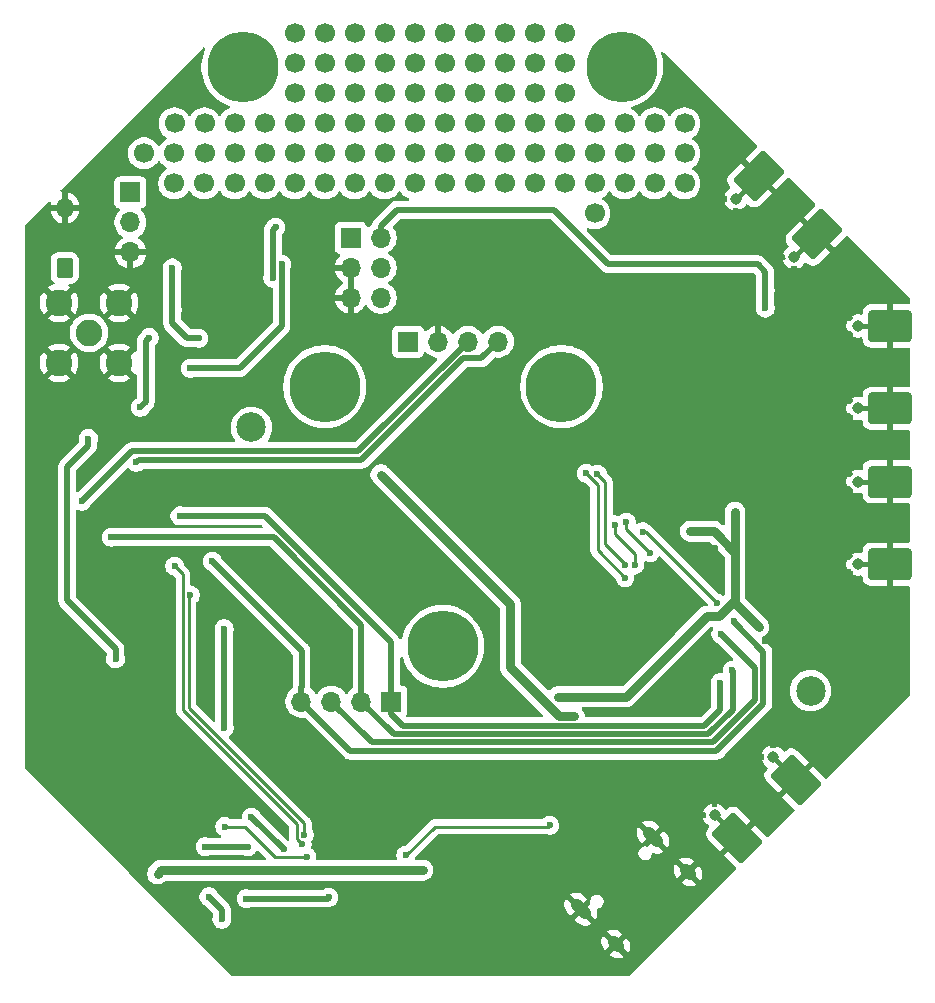
<source format=gbr>
%TF.GenerationSoftware,KiCad,Pcbnew,9.0.0*%
%TF.CreationDate,2025-07-22T11:18:37+01:00*%
%TF.ProjectId,Uncut Gem,556e6375-7420-4476-956d-2e6b69636164,rev?*%
%TF.SameCoordinates,Original*%
%TF.FileFunction,Copper,L2,Bot*%
%TF.FilePolarity,Positive*%
%FSLAX46Y46*%
G04 Gerber Fmt 4.6, Leading zero omitted, Abs format (unit mm)*
G04 Created by KiCad (PCBNEW 9.0.0) date 2025-07-22 11:18:37*
%MOMM*%
%LPD*%
G01*
G04 APERTURE LIST*
G04 Aperture macros list*
%AMRoundRect*
0 Rectangle with rounded corners*
0 $1 Rounding radius*
0 $2 $3 $4 $5 $6 $7 $8 $9 X,Y pos of 4 corners*
0 Add a 4 corners polygon primitive as box body*
4,1,4,$2,$3,$4,$5,$6,$7,$8,$9,$2,$3,0*
0 Add four circle primitives for the rounded corners*
1,1,$1+$1,$2,$3*
1,1,$1+$1,$4,$5*
1,1,$1+$1,$6,$7*
1,1,$1+$1,$8,$9*
0 Add four rect primitives between the rounded corners*
20,1,$1+$1,$2,$3,$4,$5,0*
20,1,$1+$1,$4,$5,$6,$7,0*
20,1,$1+$1,$6,$7,$8,$9,0*
20,1,$1+$1,$8,$9,$2,$3,0*%
%AMHorizOval*
0 Thick line with rounded ends*
0 $1 width*
0 $2 $3 position (X,Y) of the first rounded end (center of the circle)*
0 $4 $5 position (X,Y) of the second rounded end (center of the circle)*
0 Add line between two ends*
20,1,$1,$2,$3,$4,$5,0*
0 Add two circle primitives to create the rounded ends*
1,1,$1,$2,$3*
1,1,$1,$4,$5*%
G04 Aperture macros list end*
%TA.AperFunction,EtchedComponent*%
%ADD10C,0.460000*%
%TD*%
%TA.AperFunction,ComponentPad*%
%ADD11C,1.700000*%
%TD*%
%TA.AperFunction,ComponentPad*%
%ADD12R,1.700000X1.700000*%
%TD*%
%TA.AperFunction,ComponentPad*%
%ADD13O,1.700000X1.700000*%
%TD*%
%TA.AperFunction,HeatsinkPad*%
%ADD14HorizOval,1.000000X-0.388909X0.388909X0.388909X-0.388909X0*%
%TD*%
%TA.AperFunction,HeatsinkPad*%
%ADD15HorizOval,1.000000X-0.212132X0.212132X0.212132X-0.212132X0*%
%TD*%
%TA.AperFunction,ComponentPad*%
%ADD16C,0.800000*%
%TD*%
%TA.AperFunction,ComponentPad*%
%ADD17C,6.000000*%
%TD*%
%TA.AperFunction,ComponentPad*%
%ADD18RoundRect,0.249200X0.450800X-0.600800X0.450800X0.600800X-0.450800X0.600800X-0.450800X-0.600800X0*%
%TD*%
%TA.AperFunction,ComponentPad*%
%ADD19O,1.400000X1.700000*%
%TD*%
%TA.AperFunction,ComponentPad*%
%ADD20C,0.970000*%
%TD*%
%TA.AperFunction,SMDPad,CuDef*%
%ADD21RoundRect,0.250000X-0.362392X-1.893278X1.893278X0.362392X0.362392X1.893278X-1.893278X-0.362392X0*%
%TD*%
%TA.AperFunction,SMDPad,CuDef*%
%ADD22RoundRect,0.250000X-1.893278X0.362392X0.362392X-1.893278X1.893278X-0.362392X-0.362392X1.893278X0*%
%TD*%
%TA.AperFunction,SMDPad,CuDef*%
%ADD23RoundRect,0.250000X-1.595000X-1.082500X1.595000X-1.082500X1.595000X1.082500X-1.595000X1.082500X0*%
%TD*%
%TA.AperFunction,ComponentPad*%
%ADD24C,2.250000*%
%TD*%
%TA.AperFunction,ComponentPad*%
%ADD25C,2.500000*%
%TD*%
%TA.AperFunction,HeatsinkPad*%
%ADD26C,0.600000*%
%TD*%
%TA.AperFunction,ViaPad*%
%ADD27C,0.600000*%
%TD*%
%TA.AperFunction,ViaPad*%
%ADD28C,0.800000*%
%TD*%
%TA.AperFunction,Conductor*%
%ADD29C,0.250000*%
%TD*%
%TA.AperFunction,Conductor*%
%ADD30C,0.750000*%
%TD*%
%TA.AperFunction,Conductor*%
%ADD31C,0.500000*%
%TD*%
G04 APERTURE END LIST*
D10*
%TO.C,J4*%
X152994796Y-71326922D02*
X151060859Y-73260859D01*
X157933937Y-76266063D02*
X156000000Y-78200000D01*
%TO.C,J1*%
X151194796Y-127373078D02*
X149260859Y-125439141D01*
X156133937Y-122433937D02*
X154200000Y-120500000D01*
%TO.C,J3*%
X164135000Y-84015000D02*
X161400000Y-84015000D01*
X164135000Y-91000000D02*
X161400000Y-91000000D01*
%TO.C,J2*%
X164135000Y-97200000D02*
X161400000Y-97200000D01*
X164135000Y-104185000D02*
X161400000Y-104185000D01*
%TD*%
D11*
%TO.P,REF\u002A\u002A74,1*%
%TO.N,N/C*%
X128940000Y-64330000D03*
%TD*%
%TO.P,REF\u002A\u002A75,1*%
%TO.N,N/C*%
X131480000Y-64330000D03*
%TD*%
%TO.P,REF\u002A\u002A100,1*%
%TO.N,N/C*%
X144180000Y-66870000D03*
%TD*%
%TO.P,REF\u002A\u002A88,1*%
%TO.N,N/C*%
X113700000Y-66870000D03*
%TD*%
%TO.P,REF\u002A\u002A77,1*%
%TO.N,N/C*%
X136560000Y-64330000D03*
%TD*%
D12*
%TO.P,PD1,1,Pin_1*%
%TO.N,/Transimpedence Amp (page 2)/FAKE_GND*%
X99800000Y-72710000D03*
D13*
%TO.P,PD1,2,Pin_2*%
%TO.N,/Transimpedence Amp (page 2)/PHOTO_DETECT*%
X99800000Y-75250000D03*
%TO.P,PD1,3,Pin_3*%
%TO.N,GND*%
X99800000Y-77790000D03*
%TD*%
D11*
%TO.P,REF\u002A\u002A57,1*%
%TO.N,N/C*%
X136560000Y-61790000D03*
%TD*%
%TO.P,REF\u002A\u002A87,1*%
%TO.N,N/C*%
X111160000Y-66870000D03*
%TD*%
%TO.P,REF\u002A\u002A139,1*%
%TO.N,N/C*%
X141640000Y-71950000D03*
%TD*%
%TO.P,REF\u002A\u002A137,1*%
%TO.N,N/C*%
X136560000Y-71950000D03*
%TD*%
%TO.P,REF\u002A\u002A131,1*%
%TO.N,N/C*%
X121320000Y-71950000D03*
%TD*%
%TO.P,REF\u002A\u002A29,1*%
%TO.N,N/C*%
X116240000Y-59250000D03*
%TD*%
%TO.P,REF\u002A\u002A36,1*%
%TO.N,N/C*%
X134020000Y-59250000D03*
%TD*%
%TO.P,REF\u002A\u002A85,1*%
%TO.N,N/C*%
X106080000Y-66870000D03*
%TD*%
%TO.P,REF\u002A\u002A109,1*%
%TO.N,N/C*%
X116240000Y-69410000D03*
%TD*%
%TO.P,REF\u002A\u002A55,1*%
%TO.N,N/C*%
X131480000Y-61790000D03*
%TD*%
%TO.P,REF\u002A\u002A136,1*%
%TO.N,N/C*%
X134020000Y-71950000D03*
%TD*%
D12*
%TO.P,OLED1,1,Pin_1*%
%TO.N,5V_SUPP*%
X123310000Y-85350000D03*
D13*
%TO.P,OLED1,2,Pin_2*%
%TO.N,GND*%
X125850000Y-85350000D03*
%TO.P,OLED1,3,Pin_3*%
%TO.N,I2C_SCK*%
X128390000Y-85350000D03*
%TO.P,OLED1,4,Pin_4*%
%TO.N,I2C_SDA*%
X130930000Y-85350000D03*
%TD*%
D11*
%TO.P,REF\u002A\u002A138,1*%
%TO.N,N/C*%
X139100000Y-71950000D03*
%TD*%
%TO.P,REF\u002A\u002A95,1*%
%TO.N,N/C*%
X131480000Y-66870000D03*
%TD*%
D12*
%TO.P,5V_SUPP1,1,Pin_1*%
%TO.N,Net-(5V_SUPP1-Pin_1)*%
X118460000Y-76550000D03*
D13*
%TO.P,5V_SUPP1,2,Pin_2*%
%TO.N,5V_SUPP*%
X121000000Y-76550000D03*
%TO.P,5V_SUPP1,3,Pin_3*%
%TO.N,GND*%
X118460000Y-79090000D03*
%TO.P,5V_SUPP1,4,Pin_4*%
%TO.N,5V_SUPP*%
X121000000Y-79090000D03*
%TO.P,5V_SUPP1,5,Pin_5*%
%TO.N,GND*%
X118460000Y-81630000D03*
%TO.P,5V_SUPP1,6,Pin_6*%
%TO.N,5V_SUPP*%
X121000000Y-81630000D03*
%TD*%
D11*
%TO.P,REF\u002A\u002A97,1*%
%TO.N,N/C*%
X136560000Y-66870000D03*
%TD*%
D14*
%TO.P,P1,S1,SHIELD*%
%TO.N,GND*%
X137934891Y-133403697D03*
D15*
X140890597Y-136359403D03*
D14*
X144044294Y-127294294D03*
D15*
X147000000Y-130250000D03*
%TD*%
D16*
%TO.P,REF\u002A\u002A,1*%
%TO.N,N/C*%
X139150000Y-62050000D03*
X139809010Y-60459010D03*
X139809010Y-63640990D03*
X141400000Y-59800000D03*
D17*
X141400000Y-62050000D03*
D16*
X141400000Y-64300000D03*
X142990990Y-60459010D03*
X142990990Y-63640990D03*
X143650000Y-62050000D03*
%TD*%
D11*
%TO.P,REF\u002A\u002A134,1*%
%TO.N,N/C*%
X128940000Y-71950000D03*
%TD*%
%TO.P,REF\u002A\u002A31,1*%
%TO.N,N/C*%
X121320000Y-59250000D03*
%TD*%
%TO.P,REF\u002A\u002A33,1*%
%TO.N,N/C*%
X126400000Y-59250000D03*
%TD*%
%TO.P,REF\u002A\u002A99,1*%
%TO.N,N/C*%
X141640000Y-66870000D03*
%TD*%
%TO.P,REF\u002A\u002A86,1*%
%TO.N,N/C*%
X111160000Y-69400000D03*
%TD*%
%TO.P,REF\u002A\u002A130,1*%
%TO.N,N/C*%
X118780000Y-71950000D03*
%TD*%
%TO.P,REF\u002A\u002A84,1*%
%TO.N,N/C*%
X103540000Y-66870000D03*
%TD*%
%TO.P,REF\u002A\u002A117,1*%
%TO.N,N/C*%
X136560000Y-69410000D03*
%TD*%
D18*
%TO.P,D4,1,K*%
%TO.N,/Transimpedence Amp (page 2)/PHOTO_DETECT*%
X94250000Y-79090000D03*
D19*
%TO.P,D4,2,A*%
%TO.N,GND*%
X94250000Y-74010000D03*
%TD*%
D11*
%TO.P,REF\u002A\u002A35,1*%
%TO.N,N/C*%
X131480000Y-59250000D03*
%TD*%
%TO.P,REF\u002A\u002A93,1*%
%TO.N,N/C*%
X126400000Y-66870000D03*
%TD*%
%TO.P,,1*%
%TO.N,N/C*%
X106050000Y-71950000D03*
%TD*%
%TO.P,REF\u002A\u002A34,1*%
%TO.N,N/C*%
X128940000Y-59250000D03*
%TD*%
%TO.P,REF\u002A\u002A115,1*%
%TO.N,N/C*%
X131480000Y-69410000D03*
%TD*%
%TO.P,REF\u002A\u002A52,1*%
%TO.N,N/C*%
X123860000Y-61790000D03*
%TD*%
%TO.P,REF\u002A\u002A119,1*%
%TO.N,N/C*%
X141640000Y-69410000D03*
%TD*%
D20*
%TO.P,J4,2,Ext*%
%TO.N,GND*%
X151060859Y-73260859D03*
X156000000Y-78200000D03*
D21*
X152994796Y-71326922D03*
X157933937Y-76266063D03*
%TD*%
D11*
%TO.P,REF\u002A\u002A71,1*%
%TO.N,N/C*%
X121320000Y-64330000D03*
%TD*%
%TO.P,REF\u002A\u002A92,1*%
%TO.N,N/C*%
X123860000Y-66870000D03*
%TD*%
%TO.P,REF\u002A\u002A28,1*%
%TO.N,N/C*%
X113700000Y-59250000D03*
%TD*%
%TO.P,REF\u002A\u002A112,1*%
%TO.N,N/C*%
X123860000Y-69410000D03*
%TD*%
%TO.P,REF\u002A\u002A133,1*%
%TO.N,N/C*%
X126400000Y-71950000D03*
%TD*%
D20*
%TO.P,J1,2,Ext*%
%TO.N,GND*%
X154200000Y-120500000D03*
X149260859Y-125439141D03*
D22*
X156133937Y-122433937D03*
X151194796Y-127373078D03*
%TD*%
D11*
%TO.P,REF\u002A\u002A158,1*%
%TO.N,N/C*%
X139100000Y-74490000D03*
%TD*%
%TO.P,REF\u002A\u002A113,1*%
%TO.N,N/C*%
X126400000Y-69410000D03*
%TD*%
%TO.P,REF\u002A\u002A90,1*%
%TO.N,N/C*%
X118780000Y-66870000D03*
%TD*%
%TO.P,REF\u002A\u002A53,1*%
%TO.N,N/C*%
X126400000Y-61790000D03*
%TD*%
%TO.P,REF\u002A\u002A68,1*%
%TO.N,N/C*%
X113700000Y-64330000D03*
%TD*%
%TO.P,REF\u002A\u002A30,1*%
%TO.N,N/C*%
X118780000Y-59250000D03*
%TD*%
%TO.P,REF\u002A\u002A141,1*%
%TO.N,N/C*%
X146720000Y-71950000D03*
%TD*%
%TO.P,REF\u002A\u002A51,1*%
%TO.N,N/C*%
X121320000Y-61790000D03*
%TD*%
D16*
%TO.P,REF\u002A\u002A,1*%
%TO.N,N/C*%
X134050000Y-89150000D03*
X134709010Y-87559010D03*
X134709010Y-90740990D03*
X136300000Y-86900000D03*
D17*
X136300000Y-89150000D03*
D16*
X136300000Y-91400000D03*
X137890990Y-87559010D03*
X137890990Y-90740990D03*
X138550000Y-89150000D03*
%TD*%
D11*
%TO.P,REF\u002A\u002A85,1*%
%TO.N,N/C*%
X111170000Y-71950000D03*
%TD*%
%TO.P,REF\u002A\u002A69,1*%
%TO.N,N/C*%
X116240000Y-64330000D03*
%TD*%
%TO.P,,1*%
%TO.N,N/C*%
X103500000Y-69400000D03*
%TD*%
%TO.P,,1*%
%TO.N,N/C*%
X100960000Y-69400000D03*
%TD*%
%TO.P,REF\u002A\u002A86,1*%
%TO.N,N/C*%
X113710000Y-71950000D03*
%TD*%
%TO.P,,1*%
%TO.N,N/C*%
X103510000Y-71950000D03*
%TD*%
%TO.P,REF\u002A\u002A76,1*%
%TO.N,N/C*%
X134020000Y-64330000D03*
%TD*%
%TO.P,REF\u002A\u002A101,1*%
%TO.N,N/C*%
X146720000Y-66870000D03*
%TD*%
%TO.P,REF\u002A\u002A86,1*%
%TO.N,N/C*%
X108620000Y-66870000D03*
%TD*%
D20*
%TO.P,J3,2,Ext*%
%TO.N,GND*%
X161400000Y-84015000D03*
X161400000Y-91000000D03*
D23*
X164135000Y-84015000D03*
X164135000Y-91000000D03*
%TD*%
D11*
%TO.P,REF\u002A\u002A91,1*%
%TO.N,N/C*%
X121320000Y-66870000D03*
%TD*%
%TO.P,REF\u002A\u002A111,1*%
%TO.N,N/C*%
X121320000Y-69410000D03*
%TD*%
%TO.P,REF\u002A\u002A118,1*%
%TO.N,N/C*%
X139100000Y-69410000D03*
%TD*%
%TO.P,REF\u002A\u002A70,1*%
%TO.N,N/C*%
X118780000Y-64330000D03*
%TD*%
%TO.P,REF\u002A\u002A94,1*%
%TO.N,N/C*%
X128940000Y-66870000D03*
%TD*%
%TO.P,REF\u002A\u002A37,1*%
%TO.N,N/C*%
X136560000Y-59250000D03*
%TD*%
%TO.P,REF\u002A\u002A56,1*%
%TO.N,N/C*%
X134020000Y-61790000D03*
%TD*%
%TO.P,REF\u002A\u002A32,1*%
%TO.N,N/C*%
X123860000Y-59250000D03*
%TD*%
D24*
%TO.P,J6,1,In*%
%TO.N,ADC_SIGNAL*%
X96310000Y-84600000D03*
%TO.P,J6,2,Ext*%
%TO.N,GND*%
X93770000Y-87140000D03*
X98850000Y-87140000D03*
X93770000Y-82060000D03*
X98850000Y-82060000D03*
%TD*%
D25*
%TO.P,TP1,1,1*%
%TO.N,Net-(U7-IO2)*%
X110050000Y-92600000D03*
%TD*%
D11*
%TO.P,REF\u002A\u002A48,1*%
%TO.N,N/C*%
X113700000Y-61790000D03*
%TD*%
%TO.P,REF\u002A\u002A49,1*%
%TO.N,N/C*%
X116240000Y-61790000D03*
%TD*%
D16*
%TO.P,REF\u002A\u002A,1*%
%TO.N,N/C*%
X107060000Y-62060000D03*
X107719010Y-60469010D03*
X107719010Y-63650990D03*
X109310000Y-59810000D03*
D17*
X109310000Y-62060000D03*
D16*
X109310000Y-64310000D03*
X110900990Y-60469010D03*
X110900990Y-63650990D03*
X111560000Y-62060000D03*
%TD*%
%TO.P,REF\u002A\u002A,1*%
%TO.N,N/C*%
X114000000Y-89150000D03*
X114659010Y-87559010D03*
X114659010Y-90740990D03*
X116250000Y-86900000D03*
D17*
X116250000Y-89150000D03*
D16*
X116250000Y-91400000D03*
X117840990Y-87559010D03*
X117840990Y-90740990D03*
X118500000Y-89150000D03*
%TD*%
%TO.P,REF\u002A\u002A,1*%
%TO.N,N/C*%
X124000000Y-111150000D03*
X124659010Y-109559010D03*
X124659010Y-112740990D03*
X126250000Y-108900000D03*
D17*
X126250000Y-111150000D03*
D16*
X126250000Y-113400000D03*
X127840990Y-109559010D03*
X127840990Y-112740990D03*
X128500000Y-111150000D03*
%TD*%
D11*
%TO.P,REF\u002A\u002A72,1*%
%TO.N,N/C*%
X123860000Y-64330000D03*
%TD*%
%TO.P,REF\u002A\u002A96,1*%
%TO.N,N/C*%
X134020000Y-66870000D03*
%TD*%
%TO.P,REF\u002A\u002A73,1*%
%TO.N,N/C*%
X126400000Y-64330000D03*
%TD*%
%TO.P,REF\u002A\u002A132,1*%
%TO.N,N/C*%
X123860000Y-71950000D03*
%TD*%
%TO.P,REF\u002A\u002A121,1*%
%TO.N,N/C*%
X146720000Y-69410000D03*
%TD*%
%TO.P,REF\u002A\u002A110,1*%
%TO.N,N/C*%
X118780000Y-69410000D03*
%TD*%
%TO.P,REF\u002A\u002A140,1*%
%TO.N,N/C*%
X144180000Y-71950000D03*
%TD*%
%TO.P,REF\u002A\u002A98,1*%
%TO.N,N/C*%
X139100000Y-66870000D03*
%TD*%
D12*
%TO.P,SPI1,1,Pin_1*%
%TO.N,SPICLK*%
X121900000Y-115825000D03*
D13*
%TO.P,SPI1,2,Pin_2*%
%TO.N,SPIDAT*%
X119360000Y-115825000D03*
%TO.P,SPI1,3,Pin_3*%
%TO.N,SPILE*%
X116820000Y-115825000D03*
%TO.P,SPI1,4,Pin_4*%
%TO.N,SPICE*%
X114280000Y-115825000D03*
%TD*%
D20*
%TO.P,J2,2,Ext*%
%TO.N,GND*%
X161400000Y-97200000D03*
X161400000Y-104185000D03*
D23*
X164135000Y-97200000D03*
X164135000Y-104185000D03*
%TD*%
D11*
%TO.P,REF\u002A\u002A84,1*%
%TO.N,N/C*%
X108630000Y-71950000D03*
%TD*%
%TO.P,REF\u002A\u002A84,1*%
%TO.N,N/C*%
X106080000Y-69400000D03*
%TD*%
D26*
%TO.P,U7,39,GND*%
%TO.N,GND*%
X99220000Y-108700000D03*
X100620000Y-108700000D03*
X98520000Y-108000000D03*
X99920000Y-108000000D03*
X101320000Y-108000000D03*
X99220000Y-107300000D03*
X100620000Y-107300000D03*
X98520000Y-106600000D03*
X99920000Y-106600000D03*
X101320000Y-106600000D03*
X99220000Y-105900000D03*
X100620000Y-105900000D03*
%TD*%
D11*
%TO.P,REF\u002A\u002A135,1*%
%TO.N,N/C*%
X131480000Y-71950000D03*
%TD*%
%TO.P,REF\u002A\u002A54,1*%
%TO.N,N/C*%
X128940000Y-61790000D03*
%TD*%
%TO.P,REF\u002A\u002A50,1*%
%TO.N,N/C*%
X118780000Y-61790000D03*
%TD*%
%TO.P,REF\u002A\u002A87,1*%
%TO.N,N/C*%
X116250000Y-71950000D03*
%TD*%
D25*
%TO.P,MUX_OUT,1,1*%
%TO.N,MUXOUT*%
X157400000Y-114900000D03*
%TD*%
D11*
%TO.P,REF\u002A\u002A85,1*%
%TO.N,N/C*%
X108620000Y-69400000D03*
%TD*%
%TO.P,REF\u002A\u002A87,1*%
%TO.N,N/C*%
X113700000Y-69400000D03*
%TD*%
%TO.P,REF\u002A\u002A89,1*%
%TO.N,N/C*%
X116240000Y-66870000D03*
%TD*%
%TO.P,REF\u002A\u002A116,1*%
%TO.N,N/C*%
X134020000Y-69410000D03*
%TD*%
%TO.P,REF\u002A\u002A114,1*%
%TO.N,N/C*%
X128940000Y-69410000D03*
%TD*%
%TO.P,REF\u002A\u002A120,1*%
%TO.N,N/C*%
X144180000Y-69410000D03*
%TD*%
D27*
%TO.N,GND*%
X158750000Y-83600000D03*
D28*
X126900000Y-75800000D03*
D27*
X150950000Y-93450000D03*
X148300000Y-93250000D03*
X146250000Y-121700000D03*
X137900000Y-111250000D03*
D28*
X123900000Y-77800000D03*
D27*
X135450000Y-109600000D03*
D28*
X129900000Y-78800000D03*
D27*
X119900000Y-128150000D03*
D28*
X123900000Y-79800000D03*
D27*
X148450000Y-81400000D03*
X135450000Y-95500000D03*
X155000000Y-95700000D03*
X136700000Y-123750000D03*
X122250000Y-132350000D03*
X140800000Y-83100000D03*
X148900000Y-74800000D03*
X147200000Y-100100000D03*
X150600000Y-74800000D03*
D28*
X130900000Y-79800000D03*
D27*
X135350000Y-93950000D03*
X152900000Y-77200000D03*
X118900000Y-100450000D03*
X159050000Y-105000000D03*
X127400000Y-129900000D03*
X148250000Y-95450000D03*
X152300000Y-74800000D03*
X156000000Y-86200000D03*
X143650000Y-86012500D03*
X135640000Y-101280000D03*
X145459619Y-107400000D03*
X147400000Y-90100000D03*
X156100000Y-96700000D03*
D28*
X133900000Y-75800000D03*
D27*
X155850000Y-99400000D03*
X145940000Y-113480000D03*
D28*
X133900000Y-78800000D03*
D27*
X104800000Y-89050000D03*
D28*
X129900000Y-77800000D03*
D27*
X160800000Y-85950000D03*
X142800000Y-99800000D03*
X140800000Y-92950000D03*
X159700000Y-88700000D03*
X140850000Y-106300000D03*
X153500000Y-110650000D03*
X145450000Y-92350000D03*
D28*
X126900000Y-80800000D03*
D27*
X149300000Y-102800000D03*
X147350000Y-83200000D03*
X104650000Y-91750000D03*
D28*
X123900000Y-78800000D03*
D27*
X161500000Y-99600000D03*
X137850000Y-108400000D03*
D28*
X132900000Y-79800000D03*
D27*
X137900000Y-112750000D03*
X147800000Y-97000000D03*
X104900000Y-83600000D03*
X154800000Y-102100000D03*
X133160000Y-103860000D03*
X137800000Y-109750000D03*
X157300000Y-97900000D03*
X144350000Y-80550000D03*
X149200000Y-100300000D03*
D28*
X127900000Y-79800000D03*
D27*
X151050000Y-89800000D03*
X149900000Y-80800000D03*
X140800000Y-77100000D03*
X154500000Y-86500000D03*
X158100000Y-99500000D03*
X140800000Y-80100000D03*
X140800000Y-81600000D03*
X118500000Y-126700000D03*
X150950000Y-77200000D03*
X132950000Y-127300000D03*
X152340000Y-88580000D03*
X105700000Y-83800000D03*
X135700000Y-103860000D03*
X143650000Y-77612500D03*
X153900000Y-94700000D03*
D28*
X133900000Y-76800000D03*
D27*
X149950000Y-82600000D03*
X147200000Y-98400000D03*
X114487500Y-100037500D03*
X98550000Y-118200000D03*
X154850000Y-106100000D03*
X150900000Y-94900000D03*
X147350000Y-80000000D03*
X100600000Y-92800000D03*
D28*
X133900000Y-77800000D03*
D27*
X157100000Y-102050000D03*
X157400000Y-86200000D03*
X140800000Y-86100000D03*
D28*
X127900000Y-77800000D03*
X123900000Y-76800000D03*
X131900000Y-80800000D03*
D27*
X161600000Y-88733333D03*
X97650000Y-92600000D03*
D28*
X127900000Y-78800000D03*
D27*
X153420000Y-87540000D03*
D28*
X125900000Y-79800000D03*
X124900000Y-80800000D03*
D27*
X152250000Y-92400000D03*
X152100000Y-104800000D03*
X101950000Y-122550000D03*
X133160000Y-106400000D03*
D28*
X127900000Y-81800000D03*
D27*
X140800000Y-84600000D03*
X142400000Y-125300000D03*
X133100000Y-101280000D03*
X93700000Y-94150000D03*
X145459619Y-105200000D03*
X113850000Y-131450000D03*
X149750000Y-90750000D03*
X154750000Y-89900000D03*
D28*
X129900000Y-75800000D03*
D27*
X118450000Y-128150000D03*
X110000000Y-74300000D03*
D28*
X127900000Y-76800000D03*
D27*
X161400000Y-101900000D03*
X144350000Y-82700000D03*
X148250000Y-90900000D03*
X154800000Y-107950000D03*
X135700000Y-106400000D03*
D28*
X125900000Y-75800000D03*
D27*
X153600000Y-91100000D03*
X144398959Y-106315507D03*
X154100000Y-76800000D03*
D28*
X129900000Y-76800000D03*
D27*
X155900000Y-88700000D03*
X153400000Y-103500000D03*
X119850000Y-126700000D03*
X157800000Y-88700000D03*
D28*
X124900000Y-75800000D03*
D27*
X147200000Y-88600000D03*
X109950000Y-80650000D03*
D28*
X125900000Y-80800000D03*
D27*
X135950000Y-131250000D03*
X159800000Y-99500000D03*
X97050000Y-95400000D03*
X129950000Y-128750000D03*
X146600000Y-106315507D03*
X103486500Y-126400000D03*
%TO.N,5V_SUPP*%
X112600000Y-78775000D03*
X123112500Y-128846611D03*
X104850000Y-87600000D03*
X137390000Y-117050000D03*
X153550000Y-82500000D03*
X153550000Y-81000000D03*
X121000000Y-96600000D03*
X135300000Y-126300000D03*
%TO.N,Net-(U1-VREF)*%
X141684313Y-105315687D03*
X138400000Y-96500000D03*
%TO.N,Net-(U1-VCOM)*%
X139350000Y-96550000D03*
X141705138Y-104251432D03*
%TO.N,Net-(U1-TEMP)*%
X143800000Y-103200000D03*
X141800000Y-100650000D03*
%TO.N,/Transimpedence Amp (page 2)/FAKE_GND*%
X103350000Y-79100000D03*
X105600000Y-85065000D03*
X103350000Y-82650000D03*
%TO.N,Net-(U1-CPout)*%
X149500000Y-107500000D03*
X143200000Y-101450000D03*
%TO.N,ADC_SIGNAL*%
X96250000Y-93550000D03*
X98550000Y-112200000D03*
%TO.N,Net-(U5B--)*%
X100650000Y-90900000D03*
X101400000Y-85000000D03*
%TO.N,SPICLK*%
X104000000Y-100100000D03*
X149725000Y-114225000D03*
%TO.N,SPIDAT*%
X150775000Y-113175000D03*
X98200000Y-101900000D03*
%TO.N,SPICE*%
X106750000Y-103950000D03*
X150900000Y-109000000D03*
%TO.N,SPILE*%
X149800000Y-110100000D03*
%TO.N,Net-(U1-RSET)*%
X140800000Y-100850000D03*
X142505114Y-104244885D03*
%TO.N,3V3*%
X137000000Y-115400000D03*
X136000000Y-115400000D03*
X146450000Y-110750000D03*
X151000000Y-105050000D03*
X151000000Y-99800000D03*
X153000000Y-109500000D03*
X124575000Y-130100000D03*
X102100000Y-130400000D03*
X147200000Y-101400000D03*
%TO.N,/Microcontroller-ESP32/IO0*%
X107550000Y-134250000D03*
X107750000Y-109650000D03*
X110050000Y-125600000D03*
X106450000Y-132350000D03*
X107750000Y-118050000D03*
X112800000Y-128325000D03*
%TO.N,/Microcontroller-ESP32/EN*%
X116600000Y-132400000D03*
X109600000Y-132500000D03*
%TO.N,I2C_SCK*%
X95700000Y-98850000D03*
%TO.N,I2C_SDA*%
X100300000Y-95550000D03*
%TO.N,LASER_CTRL*%
X111850000Y-79950000D03*
X112100000Y-75650000D03*
%TO.N,/Microcontroller-ESP32/DTR*%
X107800000Y-126400000D03*
X114750000Y-128950000D03*
%TO.N,/Microcontroller-ESP32/RX0*%
X114350000Y-127900000D03*
X103550000Y-104350000D03*
%TO.N,/Microcontroller-ESP32/TX0*%
X114524000Y-127101769D03*
X104875000Y-106800000D03*
%TO.N,Net-(Q6-B)*%
X109750000Y-128100000D03*
X106136944Y-128097464D03*
%TD*%
D29*
%TO.N,5V_SUPP*%
X135300000Y-126300000D02*
X135200000Y-126400000D01*
D30*
X131981000Y-107581000D02*
X131981000Y-112925917D01*
D31*
X112600000Y-84050000D02*
X109050000Y-87600000D01*
X153550000Y-81000000D02*
X153550000Y-79450000D01*
X153550000Y-82500000D02*
X153550000Y-81000000D01*
X122350000Y-74200000D02*
X121000000Y-75550000D01*
X152900000Y-78800000D02*
X140250000Y-78800000D01*
X135650000Y-74200000D02*
X122350000Y-74200000D01*
X140250000Y-78800000D02*
X135650000Y-74200000D01*
X112600000Y-78775000D02*
X112600000Y-84050000D01*
D29*
X123153389Y-128846611D02*
X123112500Y-128846611D01*
D30*
X121000000Y-96600000D02*
X131981000Y-107581000D01*
D29*
X135200000Y-126400000D02*
X125600000Y-126400000D01*
D31*
X153550000Y-79450000D02*
X152900000Y-78800000D01*
D29*
X125600000Y-126400000D02*
X123153389Y-128846611D01*
D30*
X136105083Y-117050000D02*
X137390000Y-117050000D01*
D31*
X121290000Y-78800000D02*
X121000000Y-79090000D01*
X121000000Y-75550000D02*
X121000000Y-76550000D01*
D30*
X131981000Y-112925917D02*
X136105083Y-117050000D01*
D31*
X109050000Y-87600000D02*
X104850000Y-87600000D01*
D29*
%TO.N,Net-(U1-VREF)*%
X139375000Y-97475000D02*
X139375000Y-103006374D01*
X139375000Y-103006374D02*
X141684313Y-105315687D01*
X138400000Y-96500000D02*
X139375000Y-97475000D01*
%TO.N,Net-(U1-VCOM)*%
X140000000Y-102500000D02*
X140000000Y-97200000D01*
X141705138Y-104251432D02*
X141705138Y-104205138D01*
X140000000Y-97200000D02*
X139350000Y-96550000D01*
X141705138Y-104205138D02*
X140000000Y-102500000D01*
%TO.N,Net-(U1-TEMP)*%
X141800000Y-101200000D02*
X141800000Y-100650000D01*
X143800000Y-103200000D02*
X141800000Y-101200000D01*
D31*
%TO.N,/Transimpedence Amp (page 2)/FAKE_GND*%
X104615000Y-85065000D02*
X103350000Y-83800000D01*
X103350000Y-79100000D02*
X103350000Y-82650000D01*
X103350000Y-83800000D02*
X103350000Y-82650000D01*
X105600000Y-85065000D02*
X104615000Y-85065000D01*
D29*
%TO.N,Net-(U1-CPout)*%
X143500000Y-101450000D02*
X149500000Y-107450000D01*
X143200000Y-101450000D02*
X143500000Y-101450000D01*
X149500000Y-107450000D02*
X149500000Y-107500000D01*
D31*
%TO.N,ADC_SIGNAL*%
X96250000Y-93550000D02*
X96250000Y-94150000D01*
X94450000Y-95950000D02*
X94450000Y-107250000D01*
X98550000Y-111350000D02*
X98550000Y-112200000D01*
X96250000Y-94150000D02*
X94450000Y-95950000D01*
X94450000Y-107250000D02*
X98550000Y-111350000D01*
%TO.N,Net-(U5B--)*%
X101100000Y-90450000D02*
X100650000Y-90900000D01*
X101400000Y-85000000D02*
X101100000Y-85300000D01*
X101100000Y-85300000D02*
X101100000Y-90450000D01*
%TO.N,SPICLK*%
X121900000Y-116850000D02*
X121900000Y-115825000D01*
X104000000Y-100100000D02*
X111200000Y-100100000D01*
X148374000Y-117876000D02*
X122926000Y-117876000D01*
X149725000Y-116525000D02*
X148374000Y-117876000D01*
X149725000Y-114225000D02*
X149725000Y-116525000D01*
X111200000Y-100100000D02*
X121900000Y-110800000D01*
X121900000Y-110800000D02*
X121900000Y-115825000D01*
X122926000Y-117876000D02*
X121900000Y-116850000D01*
%TO.N,SPIDAT*%
X111930000Y-101900000D02*
X119360000Y-109330000D01*
X111930000Y-101900000D02*
X98200000Y-101900000D01*
X150800000Y-113200000D02*
X150800000Y-116512075D01*
X148735075Y-118577000D02*
X122112000Y-118577000D01*
X119360000Y-109330000D02*
X119360000Y-115825000D01*
X122112000Y-118577000D02*
X119360000Y-115825000D01*
X150775000Y-113175000D02*
X150800000Y-113200000D01*
X150800000Y-116512075D02*
X148735075Y-118577000D01*
%TO.N,SPICE*%
X153402000Y-115998000D02*
X149700000Y-119700000D01*
X149691364Y-119700000D02*
X149412364Y-119979000D01*
X149700000Y-119700000D02*
X149691364Y-119700000D01*
X106750000Y-103950000D02*
X114300000Y-111500000D01*
X114300000Y-114550000D02*
X114280000Y-114570000D01*
X149412364Y-119979000D02*
X118434000Y-119979000D01*
X114300000Y-111500000D02*
X114300000Y-114550000D01*
X150900000Y-109112075D02*
X153402000Y-111614075D01*
X150900000Y-109000000D02*
X150900000Y-109112075D01*
X118434000Y-119979000D02*
X114280000Y-115825000D01*
X153402000Y-111614075D02*
X153402000Y-115998000D01*
X114280000Y-114570000D02*
X114280000Y-115825000D01*
%TO.N,SPILE*%
X120273000Y-119278000D02*
X116820000Y-115825000D01*
X152701000Y-115699000D02*
X149122000Y-119278000D01*
X152701000Y-113001000D02*
X152701000Y-115699000D01*
X149122000Y-119278000D02*
X120273000Y-119278000D01*
X149800000Y-110100000D02*
X152701000Y-113001000D01*
D29*
%TO.N,Net-(U1-RSET)*%
X140800000Y-101620005D02*
X142505114Y-103325119D01*
X140800000Y-100850000D02*
X140800000Y-101620005D01*
X142505114Y-103325119D02*
X142505114Y-104244885D01*
D30*
%TO.N,3V3*%
X151000000Y-99800000D02*
X151000000Y-103200000D01*
X147200000Y-101400000D02*
X149200000Y-101400000D01*
X141800000Y-115400000D02*
X146450000Y-110750000D01*
X151000000Y-103200000D02*
X151000000Y-105050000D01*
X148600000Y-108600000D02*
X146450000Y-110750000D01*
X151000000Y-107237437D02*
X149637437Y-108600000D01*
X151000000Y-107500000D02*
X151000000Y-107237437D01*
X149200000Y-101400000D02*
X151000000Y-103200000D01*
X136000000Y-115400000D02*
X141800000Y-115400000D01*
X153000000Y-109500000D02*
X151000000Y-107500000D01*
X151000000Y-105050000D02*
X151000000Y-107237437D01*
X149637437Y-108600000D02*
X148600000Y-108600000D01*
X102400000Y-130100000D02*
X124575000Y-130100000D01*
X102100000Y-130400000D02*
X102400000Y-130100000D01*
D31*
%TO.N,/Microcontroller-ESP32/IO0*%
X107550000Y-133450000D02*
X106450000Y-132350000D01*
X107750000Y-109650000D02*
X107750000Y-118050000D01*
X107550000Y-134250000D02*
X107550000Y-133450000D01*
X112800000Y-128325000D02*
X112775000Y-128325000D01*
X112775000Y-128325000D02*
X110050000Y-125600000D01*
%TO.N,/Microcontroller-ESP32/EN*%
X116500000Y-132500000D02*
X116600000Y-132400000D01*
X109600000Y-132500000D02*
X116500000Y-132500000D01*
%TO.N,I2C_SCK*%
X104536925Y-94600000D02*
X104537925Y-94599000D01*
X105161075Y-94600000D02*
X119100000Y-94600000D01*
X105160075Y-94599000D02*
X105161075Y-94600000D01*
X99950000Y-94600000D02*
X103550000Y-94600000D01*
X119100000Y-94600000D02*
X128350000Y-85350000D01*
X128350000Y-85350000D02*
X128390000Y-85350000D01*
X95700000Y-98850000D02*
X99950000Y-94600000D01*
X103550000Y-94600000D02*
X104536925Y-94600000D01*
X104537925Y-94599000D02*
X105160075Y-94599000D01*
%TO.N,I2C_SDA*%
X119350000Y-95350000D02*
X127950000Y-86750000D01*
X129530000Y-86750000D02*
X130930000Y-85350000D01*
X100500000Y-95350000D02*
X119350000Y-95350000D01*
X127950000Y-86750000D02*
X129530000Y-86750000D01*
X100300000Y-95550000D02*
X100500000Y-95350000D01*
%TO.N,LASER_CTRL*%
X111850000Y-75900000D02*
X112100000Y-75650000D01*
X111850000Y-79950000D02*
X111850000Y-75900000D01*
D29*
%TO.N,/Microcontroller-ESP32/DTR*%
X109500000Y-126400000D02*
X107800000Y-126400000D01*
X114750000Y-128950000D02*
X112050000Y-128950000D01*
X112050000Y-128950000D02*
X109500000Y-126400000D01*
%TO.N,/Microcontroller-ESP32/RX0*%
X113899000Y-127449000D02*
X113899000Y-126150000D01*
X113899000Y-126150000D02*
X104250000Y-116501000D01*
X104250000Y-105050000D02*
X103550000Y-104350000D01*
X114350000Y-127900000D02*
X113899000Y-127449000D01*
X104250000Y-116501000D02*
X104250000Y-105050000D01*
%TO.N,/Microcontroller-ESP32/TX0*%
X104750000Y-116350000D02*
X114524000Y-126124000D01*
X104875000Y-106800000D02*
X104750000Y-106925000D01*
X104750000Y-106925000D02*
X104750000Y-116350000D01*
X114524000Y-126124000D02*
X114524000Y-127101769D01*
D31*
%TO.N,Net-(Q6-B)*%
X106136944Y-128097464D02*
X106139480Y-128100000D01*
X106139480Y-128100000D02*
X109750000Y-128100000D01*
%TD*%
%TA.AperFunction,Conductor*%
%TO.N,GND*%
G36*
X149089575Y-109495185D02*
G01*
X149135330Y-109547989D01*
X149145274Y-109617147D01*
X149125638Y-109668391D01*
X149090609Y-109720814D01*
X149090602Y-109720827D01*
X149030264Y-109866498D01*
X149030261Y-109866510D01*
X148999500Y-110021153D01*
X148999500Y-110178846D01*
X149030261Y-110333489D01*
X149030264Y-110333501D01*
X149090602Y-110479172D01*
X149090609Y-110479185D01*
X149178210Y-110610288D01*
X149178213Y-110610292D01*
X149289710Y-110721789D01*
X149420815Y-110809390D01*
X149420821Y-110809394D01*
X149444475Y-110819191D01*
X149484703Y-110846071D01*
X150801451Y-112162819D01*
X150834936Y-112224142D01*
X150829952Y-112293834D01*
X150788080Y-112349767D01*
X150722616Y-112374184D01*
X150713770Y-112374500D01*
X150696155Y-112374500D01*
X150541510Y-112405261D01*
X150541498Y-112405264D01*
X150395827Y-112465602D01*
X150395814Y-112465609D01*
X150264711Y-112553210D01*
X150264707Y-112553213D01*
X150153213Y-112664707D01*
X150153210Y-112664711D01*
X150065609Y-112795814D01*
X150065602Y-112795827D01*
X150005264Y-112941498D01*
X150005261Y-112941510D01*
X149974500Y-113096153D01*
X149974500Y-113096158D01*
X149974500Y-113253842D01*
X149976943Y-113266127D01*
X149980670Y-113284862D01*
X149974441Y-113354453D01*
X149931578Y-113409630D01*
X149865688Y-113432874D01*
X149834862Y-113430670D01*
X149803842Y-113424500D01*
X149646158Y-113424500D01*
X149646155Y-113424500D01*
X149491510Y-113455261D01*
X149491498Y-113455264D01*
X149345827Y-113515602D01*
X149345814Y-113515609D01*
X149214711Y-113603210D01*
X149214707Y-113603213D01*
X149103213Y-113714707D01*
X149103210Y-113714711D01*
X149015609Y-113845814D01*
X149015602Y-113845827D01*
X148955264Y-113991498D01*
X148955261Y-113991510D01*
X148924500Y-114146153D01*
X148924500Y-114303846D01*
X148955261Y-114458489D01*
X148955263Y-114458497D01*
X148964546Y-114480909D01*
X148965061Y-114482151D01*
X148974500Y-114529604D01*
X148974500Y-116162770D01*
X148954815Y-116229809D01*
X148938181Y-116250451D01*
X148099451Y-117089181D01*
X148038128Y-117122666D01*
X148011770Y-117125500D01*
X138389500Y-117125500D01*
X138322461Y-117105815D01*
X138276706Y-117053011D01*
X138265500Y-117001500D01*
X138265500Y-116963768D01*
X138265499Y-116963766D01*
X138257932Y-116925724D01*
X138231855Y-116794626D01*
X138202134Y-116722873D01*
X138165861Y-116635301D01*
X138165854Y-116635288D01*
X138070045Y-116491901D01*
X138070042Y-116491897D01*
X138065326Y-116487181D01*
X138031841Y-116425858D01*
X138036825Y-116356166D01*
X138078697Y-116300233D01*
X138144161Y-116275816D01*
X138153007Y-116275500D01*
X141886231Y-116275500D01*
X141886232Y-116275499D01*
X142055374Y-116241855D01*
X142214705Y-116175858D01*
X142358099Y-116080045D01*
X147130045Y-111308099D01*
X148926325Y-109511819D01*
X148953252Y-109497115D01*
X148979071Y-109480523D01*
X148985271Y-109479631D01*
X148987648Y-109478334D01*
X149014006Y-109475500D01*
X149022536Y-109475500D01*
X149089575Y-109495185D01*
G37*
%TD.AperFunction*%
%TA.AperFunction,Conductor*%
G36*
X106059340Y-60424946D02*
G01*
X106115273Y-60466818D01*
X106139690Y-60532282D01*
X106130567Y-60588580D01*
X106010151Y-60879289D01*
X105910308Y-61208427D01*
X105843210Y-61545750D01*
X105829623Y-61683713D01*
X105809500Y-61888031D01*
X105809500Y-62231969D01*
X105817029Y-62308412D01*
X105843210Y-62574249D01*
X105910308Y-62911572D01*
X106010150Y-63240706D01*
X106141770Y-63558464D01*
X106141772Y-63558469D01*
X106303893Y-63861775D01*
X106303904Y-63861793D01*
X106494975Y-64147751D01*
X106494985Y-64147765D01*
X106713176Y-64413632D01*
X106956367Y-64656823D01*
X106956372Y-64656827D01*
X106956373Y-64656828D01*
X107222240Y-64875019D01*
X107508213Y-65066100D01*
X107508222Y-65066105D01*
X107508224Y-65066106D01*
X107811530Y-65228227D01*
X107811532Y-65228227D01*
X107811538Y-65228231D01*
X108129295Y-65359850D01*
X108148782Y-65365761D01*
X108207221Y-65404058D01*
X108235678Y-65467870D01*
X108225119Y-65536937D01*
X108178895Y-65589331D01*
X108151108Y-65602352D01*
X108101587Y-65618442D01*
X107912179Y-65714951D01*
X107740213Y-65839890D01*
X107589890Y-65990213D01*
X107464949Y-66162182D01*
X107460484Y-66170946D01*
X107412509Y-66221742D01*
X107344688Y-66238536D01*
X107278553Y-66215998D01*
X107239516Y-66170946D01*
X107235050Y-66162182D01*
X107110109Y-65990213D01*
X106959786Y-65839890D01*
X106787820Y-65714951D01*
X106598414Y-65618444D01*
X106598413Y-65618443D01*
X106598412Y-65618443D01*
X106396243Y-65552754D01*
X106396241Y-65552753D01*
X106396240Y-65552753D01*
X106232308Y-65526789D01*
X106186287Y-65519500D01*
X105973713Y-65519500D01*
X105927692Y-65526789D01*
X105763760Y-65552753D01*
X105561585Y-65618444D01*
X105372179Y-65714951D01*
X105200213Y-65839890D01*
X105049890Y-65990213D01*
X104924949Y-66162182D01*
X104920484Y-66170946D01*
X104872509Y-66221742D01*
X104804688Y-66238536D01*
X104738553Y-66215998D01*
X104699516Y-66170946D01*
X104695050Y-66162182D01*
X104570109Y-65990213D01*
X104419786Y-65839890D01*
X104247820Y-65714951D01*
X104058414Y-65618444D01*
X104058413Y-65618443D01*
X104058412Y-65618443D01*
X103856243Y-65552754D01*
X103856241Y-65552753D01*
X103856240Y-65552753D01*
X103692308Y-65526789D01*
X103646287Y-65519500D01*
X103433713Y-65519500D01*
X103387692Y-65526789D01*
X103223760Y-65552753D01*
X103021585Y-65618444D01*
X102832179Y-65714951D01*
X102660213Y-65839890D01*
X102509890Y-65990213D01*
X102384951Y-66162179D01*
X102288444Y-66351585D01*
X102222753Y-66553760D01*
X102189500Y-66763713D01*
X102189500Y-66976286D01*
X102222753Y-67186239D01*
X102288444Y-67388414D01*
X102384951Y-67577820D01*
X102509890Y-67749786D01*
X102660209Y-67900105D01*
X102660214Y-67900109D01*
X102829891Y-68023386D01*
X102872557Y-68078715D01*
X102878536Y-68148329D01*
X102845931Y-68210124D01*
X102813303Y-68234188D01*
X102792180Y-68244950D01*
X102620213Y-68369890D01*
X102469890Y-68520213D01*
X102344949Y-68692182D01*
X102340484Y-68700946D01*
X102292509Y-68751742D01*
X102224688Y-68768536D01*
X102158553Y-68745998D01*
X102119516Y-68700946D01*
X102115050Y-68692182D01*
X101990109Y-68520213D01*
X101839786Y-68369890D01*
X101667820Y-68244951D01*
X101478414Y-68148444D01*
X101478413Y-68148443D01*
X101478412Y-68148443D01*
X101276243Y-68082754D01*
X101276241Y-68082753D01*
X101276240Y-68082753D01*
X101114957Y-68057208D01*
X101066287Y-68049500D01*
X100853713Y-68049500D01*
X100805042Y-68057208D01*
X100643760Y-68082753D01*
X100441585Y-68148444D01*
X100252179Y-68244951D01*
X100080213Y-68369890D01*
X99929890Y-68520213D01*
X99804951Y-68692179D01*
X99708444Y-68881585D01*
X99642753Y-69083760D01*
X99609500Y-69293713D01*
X99609500Y-69506287D01*
X99642754Y-69716243D01*
X99691624Y-69866650D01*
X99708444Y-69918414D01*
X99804951Y-70107820D01*
X99929890Y-70279786D01*
X100080213Y-70430109D01*
X100252179Y-70555048D01*
X100252181Y-70555049D01*
X100252184Y-70555051D01*
X100441588Y-70651557D01*
X100643757Y-70717246D01*
X100853713Y-70750500D01*
X100853714Y-70750500D01*
X101066286Y-70750500D01*
X101066287Y-70750500D01*
X101276243Y-70717246D01*
X101478412Y-70651557D01*
X101667816Y-70555051D01*
X101689789Y-70539086D01*
X101839786Y-70430109D01*
X101839788Y-70430106D01*
X101839792Y-70430104D01*
X101990104Y-70279792D01*
X101990106Y-70279788D01*
X101990109Y-70279786D01*
X102115048Y-70107820D01*
X102115050Y-70107817D01*
X102115051Y-70107816D01*
X102119514Y-70099054D01*
X102167488Y-70048259D01*
X102235308Y-70031463D01*
X102301444Y-70053999D01*
X102340486Y-70099056D01*
X102344951Y-70107820D01*
X102469890Y-70279786D01*
X102620213Y-70430109D01*
X102792182Y-70555050D01*
X102815757Y-70567062D01*
X102866553Y-70615035D01*
X102883349Y-70682856D01*
X102860812Y-70748991D01*
X102815762Y-70788030D01*
X102802180Y-70794950D01*
X102630213Y-70919890D01*
X102479890Y-71070213D01*
X102354951Y-71242179D01*
X102258444Y-71431585D01*
X102192753Y-71633760D01*
X102164503Y-71812123D01*
X102159500Y-71843713D01*
X102159500Y-72056287D01*
X102192754Y-72266243D01*
X102198614Y-72284279D01*
X102258444Y-72468414D01*
X102354951Y-72657820D01*
X102479890Y-72829786D01*
X102630213Y-72980109D01*
X102802179Y-73105048D01*
X102802181Y-73105049D01*
X102802184Y-73105051D01*
X102991588Y-73201557D01*
X103193757Y-73267246D01*
X103403713Y-73300500D01*
X103403714Y-73300500D01*
X103616286Y-73300500D01*
X103616287Y-73300500D01*
X103826243Y-73267246D01*
X104028412Y-73201557D01*
X104217816Y-73105051D01*
X104271739Y-73065874D01*
X104389786Y-72980109D01*
X104389788Y-72980106D01*
X104389792Y-72980104D01*
X104540104Y-72829792D01*
X104540106Y-72829788D01*
X104540109Y-72829786D01*
X104665048Y-72657820D01*
X104665050Y-72657817D01*
X104665051Y-72657816D01*
X104669514Y-72649054D01*
X104717488Y-72598259D01*
X104785308Y-72581463D01*
X104851444Y-72603999D01*
X104890484Y-72649054D01*
X104893125Y-72654236D01*
X104894951Y-72657820D01*
X105019890Y-72829786D01*
X105170213Y-72980109D01*
X105342179Y-73105048D01*
X105342181Y-73105049D01*
X105342184Y-73105051D01*
X105531588Y-73201557D01*
X105733757Y-73267246D01*
X105943713Y-73300500D01*
X105943714Y-73300500D01*
X106156286Y-73300500D01*
X106156287Y-73300500D01*
X106366243Y-73267246D01*
X106568412Y-73201557D01*
X106757816Y-73105051D01*
X106811739Y-73065874D01*
X106929786Y-72980109D01*
X106929788Y-72980106D01*
X106929792Y-72980104D01*
X107080104Y-72829792D01*
X107080106Y-72829788D01*
X107080109Y-72829786D01*
X107181997Y-72689547D01*
X107205051Y-72657816D01*
X107229515Y-72609803D01*
X107277489Y-72559006D01*
X107345310Y-72542211D01*
X107411445Y-72564748D01*
X107450485Y-72609803D01*
X107474949Y-72657817D01*
X107599890Y-72829786D01*
X107750213Y-72980109D01*
X107922179Y-73105048D01*
X107922181Y-73105049D01*
X107922184Y-73105051D01*
X108111588Y-73201557D01*
X108313757Y-73267246D01*
X108523713Y-73300500D01*
X108523714Y-73300500D01*
X108736286Y-73300500D01*
X108736287Y-73300500D01*
X108946243Y-73267246D01*
X109148412Y-73201557D01*
X109337816Y-73105051D01*
X109391739Y-73065874D01*
X109509786Y-72980109D01*
X109509788Y-72980106D01*
X109509792Y-72980104D01*
X109660104Y-72829792D01*
X109660106Y-72829788D01*
X109660109Y-72829786D01*
X109785048Y-72657820D01*
X109785050Y-72657817D01*
X109785051Y-72657816D01*
X109789514Y-72649054D01*
X109837488Y-72598259D01*
X109905308Y-72581463D01*
X109971444Y-72603999D01*
X110010484Y-72649054D01*
X110013125Y-72654236D01*
X110014951Y-72657820D01*
X110139890Y-72829786D01*
X110290213Y-72980109D01*
X110462179Y-73105048D01*
X110462181Y-73105049D01*
X110462184Y-73105051D01*
X110651588Y-73201557D01*
X110853757Y-73267246D01*
X111063713Y-73300500D01*
X111063714Y-73300500D01*
X111276286Y-73300500D01*
X111276287Y-73300500D01*
X111486243Y-73267246D01*
X111688412Y-73201557D01*
X111877816Y-73105051D01*
X111931739Y-73065874D01*
X112049786Y-72980109D01*
X112049788Y-72980106D01*
X112049792Y-72980104D01*
X112200104Y-72829792D01*
X112200106Y-72829788D01*
X112200109Y-72829786D01*
X112325048Y-72657820D01*
X112325050Y-72657817D01*
X112325051Y-72657816D01*
X112329514Y-72649054D01*
X112377488Y-72598259D01*
X112445308Y-72581463D01*
X112511444Y-72603999D01*
X112550484Y-72649054D01*
X112553125Y-72654236D01*
X112554951Y-72657820D01*
X112679890Y-72829786D01*
X112830213Y-72980109D01*
X113002179Y-73105048D01*
X113002181Y-73105049D01*
X113002184Y-73105051D01*
X113191588Y-73201557D01*
X113393757Y-73267246D01*
X113603713Y-73300500D01*
X113603714Y-73300500D01*
X113816286Y-73300500D01*
X113816287Y-73300500D01*
X114026243Y-73267246D01*
X114228412Y-73201557D01*
X114417816Y-73105051D01*
X114471739Y-73065874D01*
X114589786Y-72980109D01*
X114589788Y-72980106D01*
X114589792Y-72980104D01*
X114740104Y-72829792D01*
X114740106Y-72829788D01*
X114740109Y-72829786D01*
X114865048Y-72657820D01*
X114865050Y-72657817D01*
X114865051Y-72657816D01*
X114869514Y-72649054D01*
X114917488Y-72598259D01*
X114985308Y-72581463D01*
X115051444Y-72603999D01*
X115090484Y-72649054D01*
X115093125Y-72654236D01*
X115094951Y-72657820D01*
X115219890Y-72829786D01*
X115370213Y-72980109D01*
X115542179Y-73105048D01*
X115542181Y-73105049D01*
X115542184Y-73105051D01*
X115731588Y-73201557D01*
X115933757Y-73267246D01*
X116143713Y-73300500D01*
X116143714Y-73300500D01*
X116356286Y-73300500D01*
X116356287Y-73300500D01*
X116566243Y-73267246D01*
X116768412Y-73201557D01*
X116957816Y-73105051D01*
X117011739Y-73065874D01*
X117129786Y-72980109D01*
X117129788Y-72980106D01*
X117129792Y-72980104D01*
X117280104Y-72829792D01*
X117280106Y-72829788D01*
X117280109Y-72829786D01*
X117339592Y-72747913D01*
X117405051Y-72657816D01*
X117405054Y-72657810D01*
X117407596Y-72653664D01*
X117408759Y-72654376D01*
X117452481Y-72608076D01*
X117520300Y-72591275D01*
X117586437Y-72613808D01*
X117621469Y-72654236D01*
X117622404Y-72653664D01*
X117624948Y-72657815D01*
X117749890Y-72829786D01*
X117900213Y-72980109D01*
X118072179Y-73105048D01*
X118072181Y-73105049D01*
X118072184Y-73105051D01*
X118261588Y-73201557D01*
X118463757Y-73267246D01*
X118673713Y-73300500D01*
X118673714Y-73300500D01*
X118886286Y-73300500D01*
X118886287Y-73300500D01*
X119096243Y-73267246D01*
X119298412Y-73201557D01*
X119487816Y-73105051D01*
X119541739Y-73065874D01*
X119659786Y-72980109D01*
X119659788Y-72980106D01*
X119659792Y-72980104D01*
X119810104Y-72829792D01*
X119810106Y-72829788D01*
X119810109Y-72829786D01*
X119935048Y-72657820D01*
X119935050Y-72657817D01*
X119935051Y-72657816D01*
X119939514Y-72649054D01*
X119987488Y-72598259D01*
X120055308Y-72581463D01*
X120121444Y-72603999D01*
X120160484Y-72649054D01*
X120163125Y-72654236D01*
X120164951Y-72657820D01*
X120289890Y-72829786D01*
X120440213Y-72980109D01*
X120612179Y-73105048D01*
X120612181Y-73105049D01*
X120612184Y-73105051D01*
X120801588Y-73201557D01*
X121003757Y-73267246D01*
X121213713Y-73300500D01*
X121213714Y-73300500D01*
X121426286Y-73300500D01*
X121426287Y-73300500D01*
X121636243Y-73267246D01*
X121838412Y-73201557D01*
X122027816Y-73105051D01*
X122081739Y-73065874D01*
X122199786Y-72980109D01*
X122199788Y-72980106D01*
X122199792Y-72980104D01*
X122350104Y-72829792D01*
X122350106Y-72829788D01*
X122350109Y-72829786D01*
X122475048Y-72657820D01*
X122475050Y-72657817D01*
X122475051Y-72657816D01*
X122479514Y-72649054D01*
X122527488Y-72598259D01*
X122595308Y-72581463D01*
X122661444Y-72603999D01*
X122700484Y-72649054D01*
X122703125Y-72654236D01*
X122704951Y-72657820D01*
X122829890Y-72829786D01*
X122980213Y-72980109D01*
X123152179Y-73105048D01*
X123152181Y-73105049D01*
X123152184Y-73105051D01*
X123341588Y-73201557D01*
X123360092Y-73207569D01*
X123417768Y-73247006D01*
X123444966Y-73311365D01*
X123433051Y-73380211D01*
X123385807Y-73431687D01*
X123321774Y-73449500D01*
X122276080Y-73449500D01*
X122131092Y-73478340D01*
X122131082Y-73478343D01*
X121994511Y-73534912D01*
X121994498Y-73534919D01*
X121871584Y-73617048D01*
X121871580Y-73617051D01*
X120417045Y-75071586D01*
X120379501Y-75127779D01*
X120379499Y-75127782D01*
X120334919Y-75194499D01*
X120334912Y-75194511D01*
X120278342Y-75331084D01*
X120278340Y-75331090D01*
X120270622Y-75369894D01*
X120238236Y-75431804D01*
X120221890Y-75446019D01*
X120120215Y-75519889D01*
X120006673Y-75633431D01*
X119945350Y-75666915D01*
X119875658Y-75661931D01*
X119819725Y-75620059D01*
X119802810Y-75589082D01*
X119753797Y-75457671D01*
X119753793Y-75457664D01*
X119667547Y-75342455D01*
X119667544Y-75342452D01*
X119552335Y-75256206D01*
X119552328Y-75256202D01*
X119417482Y-75205908D01*
X119417483Y-75205908D01*
X119357883Y-75199501D01*
X119357881Y-75199500D01*
X119357873Y-75199500D01*
X119357864Y-75199500D01*
X117562129Y-75199500D01*
X117562123Y-75199501D01*
X117502516Y-75205908D01*
X117367671Y-75256202D01*
X117367664Y-75256206D01*
X117252455Y-75342452D01*
X117252452Y-75342455D01*
X117166206Y-75457664D01*
X117166202Y-75457671D01*
X117115908Y-75592517D01*
X117109501Y-75652116D01*
X117109500Y-75652135D01*
X117109500Y-77447870D01*
X117109501Y-77447876D01*
X117115908Y-77507483D01*
X117166202Y-77642328D01*
X117166206Y-77642335D01*
X117252452Y-77757544D01*
X117252455Y-77757547D01*
X117367664Y-77843793D01*
X117367671Y-77843797D01*
X117367674Y-77843798D01*
X117499598Y-77893002D01*
X117555531Y-77934873D01*
X117579949Y-78000337D01*
X117565098Y-78068610D01*
X117543947Y-78096865D01*
X117430271Y-78210541D01*
X117305379Y-78382442D01*
X117208904Y-78571782D01*
X117143242Y-78773870D01*
X117143242Y-78773873D01*
X117132769Y-78840000D01*
X118026988Y-78840000D01*
X117994075Y-78897007D01*
X117960000Y-79024174D01*
X117960000Y-79155826D01*
X117994075Y-79282993D01*
X118026988Y-79340000D01*
X117132769Y-79340000D01*
X117143242Y-79406126D01*
X117143242Y-79406129D01*
X117208904Y-79608217D01*
X117305379Y-79797557D01*
X117430272Y-79969459D01*
X117430276Y-79969464D01*
X117580535Y-80119723D01*
X117580540Y-80119727D01*
X117752444Y-80244622D01*
X117762048Y-80249516D01*
X117812844Y-80297491D01*
X117829638Y-80365312D01*
X117807100Y-80431447D01*
X117762048Y-80470484D01*
X117752444Y-80475377D01*
X117580540Y-80600272D01*
X117580535Y-80600276D01*
X117430276Y-80750535D01*
X117430272Y-80750540D01*
X117305379Y-80922442D01*
X117208904Y-81111782D01*
X117143242Y-81313870D01*
X117143242Y-81313873D01*
X117132769Y-81380000D01*
X118026988Y-81380000D01*
X117994075Y-81437007D01*
X117960000Y-81564174D01*
X117960000Y-81695826D01*
X117994075Y-81822993D01*
X118026988Y-81880000D01*
X117132769Y-81880000D01*
X117143242Y-81946126D01*
X117143242Y-81946129D01*
X117208904Y-82148217D01*
X117305379Y-82337557D01*
X117430272Y-82509459D01*
X117430276Y-82509464D01*
X117580535Y-82659723D01*
X117580540Y-82659727D01*
X117752442Y-82784620D01*
X117941782Y-82881095D01*
X118143871Y-82946757D01*
X118210000Y-82957231D01*
X118210000Y-82063012D01*
X118267007Y-82095925D01*
X118394174Y-82130000D01*
X118525826Y-82130000D01*
X118652993Y-82095925D01*
X118710000Y-82063012D01*
X118710000Y-82957230D01*
X118776126Y-82946757D01*
X118776129Y-82946757D01*
X118978217Y-82881095D01*
X119167557Y-82784620D01*
X119339459Y-82659727D01*
X119339464Y-82659723D01*
X119489723Y-82509464D01*
X119489727Y-82509459D01*
X119614620Y-82337558D01*
X119619232Y-82328507D01*
X119667205Y-82277709D01*
X119735025Y-82260912D01*
X119801161Y-82283447D01*
X119840204Y-82328504D01*
X119844949Y-82337817D01*
X119969890Y-82509786D01*
X120120213Y-82660109D01*
X120292179Y-82785048D01*
X120292181Y-82785049D01*
X120292184Y-82785051D01*
X120481588Y-82881557D01*
X120683757Y-82947246D01*
X120893713Y-82980500D01*
X120893714Y-82980500D01*
X121106286Y-82980500D01*
X121106287Y-82980500D01*
X121316243Y-82947246D01*
X121518412Y-82881557D01*
X121707816Y-82785051D01*
X121778769Y-82733501D01*
X121879786Y-82660109D01*
X121879788Y-82660106D01*
X121879792Y-82660104D01*
X122030104Y-82509792D01*
X122030106Y-82509788D01*
X122030109Y-82509786D01*
X122149544Y-82345396D01*
X122155051Y-82337816D01*
X122251557Y-82148412D01*
X122317246Y-81946243D01*
X122350500Y-81736287D01*
X122350500Y-81523713D01*
X122317246Y-81313757D01*
X122251557Y-81111588D01*
X122155051Y-80922184D01*
X122155049Y-80922181D01*
X122155048Y-80922179D01*
X122030109Y-80750213D01*
X121879786Y-80599890D01*
X121707820Y-80474951D01*
X121707115Y-80474591D01*
X121699054Y-80470485D01*
X121648259Y-80422512D01*
X121631463Y-80354692D01*
X121653999Y-80288556D01*
X121699054Y-80249515D01*
X121707816Y-80245051D01*
X121792533Y-80183501D01*
X121879786Y-80120109D01*
X121879788Y-80120106D01*
X121879792Y-80120104D01*
X122030104Y-79969792D01*
X122030106Y-79969788D01*
X122030109Y-79969786D01*
X122155048Y-79797820D01*
X122155050Y-79797817D01*
X122155051Y-79797816D01*
X122251557Y-79608412D01*
X122317246Y-79406243D01*
X122350500Y-79196287D01*
X122350500Y-78983713D01*
X122317246Y-78773757D01*
X122251557Y-78571588D01*
X122155051Y-78382184D01*
X122155049Y-78382181D01*
X122155048Y-78382179D01*
X122030109Y-78210213D01*
X121879786Y-78059890D01*
X121707820Y-77934951D01*
X121707115Y-77934591D01*
X121699054Y-77930485D01*
X121648259Y-77882512D01*
X121631463Y-77814692D01*
X121653999Y-77748556D01*
X121699054Y-77709515D01*
X121707816Y-77705051D01*
X121794138Y-77642335D01*
X121879786Y-77580109D01*
X121879788Y-77580106D01*
X121879792Y-77580104D01*
X122030104Y-77429792D01*
X122030106Y-77429788D01*
X122030109Y-77429786D01*
X122155048Y-77257820D01*
X122155047Y-77257820D01*
X122155051Y-77257816D01*
X122251557Y-77068412D01*
X122317246Y-76866243D01*
X122350500Y-76656287D01*
X122350500Y-76443713D01*
X122317246Y-76233757D01*
X122251557Y-76031588D01*
X122155051Y-75842184D01*
X122155049Y-75842181D01*
X122155048Y-75842179D01*
X122054925Y-75704370D01*
X122031445Y-75638563D01*
X122047271Y-75570510D01*
X122067562Y-75543804D01*
X122339282Y-75272085D01*
X122624548Y-74986819D01*
X122685871Y-74953334D01*
X122712229Y-74950500D01*
X135287770Y-74950500D01*
X135354809Y-74970185D01*
X135375451Y-74986819D01*
X139771580Y-79382948D01*
X139771584Y-79382951D01*
X139894498Y-79465080D01*
X139894511Y-79465087D01*
X140031082Y-79521656D01*
X140031087Y-79521658D01*
X140031091Y-79521658D01*
X140031092Y-79521659D01*
X140176079Y-79550500D01*
X140176082Y-79550500D01*
X140323917Y-79550500D01*
X152537770Y-79550500D01*
X152567210Y-79559144D01*
X152597197Y-79565668D01*
X152602212Y-79569422D01*
X152604809Y-79570185D01*
X152625451Y-79586819D01*
X152763181Y-79724549D01*
X152796666Y-79785872D01*
X152799500Y-79812230D01*
X152799500Y-80695396D01*
X152790062Y-80742844D01*
X152786892Y-80750500D01*
X152780262Y-80766506D01*
X152780260Y-80766511D01*
X152749500Y-80921153D01*
X152749500Y-81078846D01*
X152780261Y-81233489D01*
X152780263Y-81233497D01*
X152790061Y-81257151D01*
X152799500Y-81304604D01*
X152799500Y-82195396D01*
X152790062Y-82242844D01*
X152787869Y-82248141D01*
X152780262Y-82266506D01*
X152780260Y-82266511D01*
X152749500Y-82421153D01*
X152749500Y-82578846D01*
X152780261Y-82733489D01*
X152780264Y-82733501D01*
X152840602Y-82879172D01*
X152840609Y-82879185D01*
X152928210Y-83010288D01*
X152928213Y-83010292D01*
X153039707Y-83121786D01*
X153039711Y-83121789D01*
X153170814Y-83209390D01*
X153170827Y-83209397D01*
X153304620Y-83264815D01*
X153316503Y-83269737D01*
X153426214Y-83291560D01*
X153471153Y-83300499D01*
X153471156Y-83300500D01*
X153471158Y-83300500D01*
X153628844Y-83300500D01*
X153628845Y-83300499D01*
X153783497Y-83269737D01*
X153928320Y-83209750D01*
X153929172Y-83209397D01*
X153929172Y-83209396D01*
X153929179Y-83209394D01*
X154060289Y-83121789D01*
X154171789Y-83010289D01*
X154259394Y-82879179D01*
X154319737Y-82733497D01*
X154350500Y-82578842D01*
X154350500Y-82421158D01*
X154350500Y-82421155D01*
X154350499Y-82421153D01*
X154319739Y-82266511D01*
X154319738Y-82266508D01*
X154319737Y-82266503D01*
X154309937Y-82242844D01*
X154300500Y-82195396D01*
X154300500Y-81304604D01*
X154309939Y-81257151D01*
X154319737Y-81233497D01*
X154350500Y-81078842D01*
X154350500Y-80921158D01*
X154350500Y-80921155D01*
X154350499Y-80921153D01*
X154319739Y-80766511D01*
X154319738Y-80766508D01*
X154319737Y-80766503D01*
X154309937Y-80742844D01*
X154300500Y-80695396D01*
X154300500Y-79376079D01*
X154271659Y-79231092D01*
X154271658Y-79231091D01*
X154271658Y-79231087D01*
X154264580Y-79214000D01*
X154215087Y-79094511D01*
X154215083Y-79094504D01*
X154175946Y-79035931D01*
X154132952Y-78971584D01*
X153785443Y-78624075D01*
X153378421Y-78217052D01*
X153378420Y-78217051D01*
X153368675Y-78210540D01*
X153282875Y-78153211D01*
X153255495Y-78134916D01*
X153255493Y-78134915D01*
X153255490Y-78134913D01*
X153118917Y-78078343D01*
X153118907Y-78078340D01*
X152973920Y-78049500D01*
X152973918Y-78049500D01*
X140612229Y-78049500D01*
X140545190Y-78029815D01*
X140524548Y-78013181D01*
X138459955Y-75948587D01*
X138426470Y-75887264D01*
X138431454Y-75817572D01*
X138473326Y-75761639D01*
X138538790Y-75737222D01*
X138585951Y-75742974D01*
X138783757Y-75807246D01*
X138993713Y-75840500D01*
X138993714Y-75840500D01*
X139206286Y-75840500D01*
X139206287Y-75840500D01*
X139416243Y-75807246D01*
X139618412Y-75741557D01*
X139807816Y-75645051D01*
X139844083Y-75618702D01*
X139979786Y-75520109D01*
X139979788Y-75520106D01*
X139979792Y-75520104D01*
X140130104Y-75369792D01*
X140130106Y-75369788D01*
X140130109Y-75369786D01*
X140253827Y-75199501D01*
X140255051Y-75197816D01*
X140351557Y-75008412D01*
X140417246Y-74806243D01*
X140450500Y-74596287D01*
X140450500Y-74383713D01*
X140417246Y-74173757D01*
X140351557Y-73971588D01*
X140255051Y-73782184D01*
X140255049Y-73782181D01*
X140255048Y-73782179D01*
X140130109Y-73610213D01*
X139979786Y-73459890D01*
X139807820Y-73334951D01*
X139803612Y-73332807D01*
X139799054Y-73330485D01*
X139748259Y-73282512D01*
X139731463Y-73214692D01*
X139753999Y-73148556D01*
X139799054Y-73109515D01*
X139807816Y-73105051D01*
X139861739Y-73065874D01*
X139979786Y-72980109D01*
X139979788Y-72980106D01*
X139979792Y-72980104D01*
X140130104Y-72829792D01*
X140130106Y-72829788D01*
X140130109Y-72829786D01*
X140255048Y-72657820D01*
X140255050Y-72657817D01*
X140255051Y-72657816D01*
X140259514Y-72649054D01*
X140307488Y-72598259D01*
X140375308Y-72581463D01*
X140441444Y-72603999D01*
X140480484Y-72649054D01*
X140483125Y-72654236D01*
X140484951Y-72657820D01*
X140609890Y-72829786D01*
X140760213Y-72980109D01*
X140932179Y-73105048D01*
X140932181Y-73105049D01*
X140932184Y-73105051D01*
X141121588Y-73201557D01*
X141323757Y-73267246D01*
X141533713Y-73300500D01*
X141533714Y-73300500D01*
X141746286Y-73300500D01*
X141746287Y-73300500D01*
X141956243Y-73267246D01*
X142158412Y-73201557D01*
X142347816Y-73105051D01*
X142401739Y-73065874D01*
X142519786Y-72980109D01*
X142519788Y-72980106D01*
X142519792Y-72980104D01*
X142670104Y-72829792D01*
X142670106Y-72829788D01*
X142670109Y-72829786D01*
X142795048Y-72657820D01*
X142795050Y-72657817D01*
X142795051Y-72657816D01*
X142799514Y-72649054D01*
X142847488Y-72598259D01*
X142915308Y-72581463D01*
X142981444Y-72603999D01*
X143020484Y-72649054D01*
X143023125Y-72654236D01*
X143024951Y-72657820D01*
X143149890Y-72829786D01*
X143300213Y-72980109D01*
X143472179Y-73105048D01*
X143472181Y-73105049D01*
X143472184Y-73105051D01*
X143661588Y-73201557D01*
X143863757Y-73267246D01*
X144073713Y-73300500D01*
X144073714Y-73300500D01*
X144286286Y-73300500D01*
X144286287Y-73300500D01*
X144496243Y-73267246D01*
X144698412Y-73201557D01*
X144887816Y-73105051D01*
X144941739Y-73065874D01*
X145059786Y-72980109D01*
X145059788Y-72980106D01*
X145059792Y-72980104D01*
X145210104Y-72829792D01*
X145210106Y-72829788D01*
X145210109Y-72829786D01*
X145335048Y-72657820D01*
X145335050Y-72657817D01*
X145335051Y-72657816D01*
X145339514Y-72649054D01*
X145387488Y-72598259D01*
X145455308Y-72581463D01*
X145521444Y-72603999D01*
X145560484Y-72649054D01*
X145563125Y-72654236D01*
X145564951Y-72657820D01*
X145689890Y-72829786D01*
X145840213Y-72980109D01*
X146012179Y-73105048D01*
X146012181Y-73105049D01*
X146012184Y-73105051D01*
X146201588Y-73201557D01*
X146403757Y-73267246D01*
X146613713Y-73300500D01*
X146613714Y-73300500D01*
X146826286Y-73300500D01*
X146826287Y-73300500D01*
X147036243Y-73267246D01*
X147238412Y-73201557D01*
X147427816Y-73105051D01*
X147481739Y-73065874D01*
X147599786Y-72980109D01*
X147599788Y-72980106D01*
X147599792Y-72980104D01*
X147750104Y-72829792D01*
X147750106Y-72829788D01*
X147750109Y-72829786D01*
X147875048Y-72657820D01*
X147875050Y-72657817D01*
X147875051Y-72657816D01*
X147971557Y-72468412D01*
X148037246Y-72266243D01*
X148070500Y-72056287D01*
X148070500Y-71843713D01*
X148037246Y-71633757D01*
X147971557Y-71431588D01*
X147875051Y-71242184D01*
X147875049Y-71242181D01*
X147875048Y-71242179D01*
X147750109Y-71070213D01*
X147599786Y-70919890D01*
X147427820Y-70794951D01*
X147424044Y-70793027D01*
X147419054Y-70790485D01*
X147368259Y-70742512D01*
X147351463Y-70674692D01*
X147373999Y-70608556D01*
X147419054Y-70569515D01*
X147427816Y-70565051D01*
X147449789Y-70549086D01*
X147599786Y-70440109D01*
X147599788Y-70440106D01*
X147599792Y-70440104D01*
X147750104Y-70289792D01*
X147750106Y-70289788D01*
X147750109Y-70289786D01*
X147875048Y-70117820D01*
X147875049Y-70117819D01*
X147875051Y-70117816D01*
X147971557Y-69928412D01*
X148037246Y-69726243D01*
X148070500Y-69516287D01*
X148070500Y-69303713D01*
X148037246Y-69093757D01*
X147971557Y-68891588D01*
X147875051Y-68702184D01*
X147875049Y-68702181D01*
X147875048Y-68702179D01*
X147750109Y-68530213D01*
X147599786Y-68379890D01*
X147427820Y-68254951D01*
X147427115Y-68254591D01*
X147419054Y-68250485D01*
X147368259Y-68202512D01*
X147351463Y-68134692D01*
X147373999Y-68068556D01*
X147419054Y-68029515D01*
X147427816Y-68025051D01*
X147449789Y-68009086D01*
X147599786Y-67900109D01*
X147599788Y-67900106D01*
X147599792Y-67900104D01*
X147750104Y-67749792D01*
X147750106Y-67749788D01*
X147750109Y-67749786D01*
X147875048Y-67577820D01*
X147875047Y-67577820D01*
X147875051Y-67577816D01*
X147971557Y-67388412D01*
X148037246Y-67186243D01*
X148070500Y-66976287D01*
X148070500Y-66763713D01*
X148037246Y-66553757D01*
X147971557Y-66351588D01*
X147875051Y-66162184D01*
X147875049Y-66162181D01*
X147875048Y-66162179D01*
X147750109Y-65990213D01*
X147599786Y-65839890D01*
X147427820Y-65714951D01*
X147238414Y-65618444D01*
X147238413Y-65618443D01*
X147238412Y-65618443D01*
X147036243Y-65552754D01*
X147036241Y-65552753D01*
X147036240Y-65552753D01*
X146872308Y-65526789D01*
X146826287Y-65519500D01*
X146613713Y-65519500D01*
X146567692Y-65526789D01*
X146403760Y-65552753D01*
X146201585Y-65618444D01*
X146012179Y-65714951D01*
X145840213Y-65839890D01*
X145689890Y-65990213D01*
X145564949Y-66162182D01*
X145560484Y-66170946D01*
X145512509Y-66221742D01*
X145444688Y-66238536D01*
X145378553Y-66215998D01*
X145339516Y-66170946D01*
X145335050Y-66162182D01*
X145210109Y-65990213D01*
X145059786Y-65839890D01*
X144887820Y-65714951D01*
X144698414Y-65618444D01*
X144698413Y-65618443D01*
X144698412Y-65618443D01*
X144496243Y-65552754D01*
X144496241Y-65552753D01*
X144496240Y-65552753D01*
X144332308Y-65526789D01*
X144286287Y-65519500D01*
X144073713Y-65519500D01*
X144027692Y-65526789D01*
X143863760Y-65552753D01*
X143661585Y-65618444D01*
X143472179Y-65714951D01*
X143300213Y-65839890D01*
X143149890Y-65990213D01*
X143024949Y-66162182D01*
X143020484Y-66170946D01*
X142972509Y-66221742D01*
X142904688Y-66238536D01*
X142838553Y-66215998D01*
X142799516Y-66170946D01*
X142795050Y-66162182D01*
X142670109Y-65990213D01*
X142519786Y-65839890D01*
X142347819Y-65714951D01*
X142347818Y-65714950D01*
X142347816Y-65714949D01*
X142267832Y-65674195D01*
X142259899Y-65670153D01*
X142209103Y-65622178D01*
X142192308Y-65554357D01*
X142214845Y-65488222D01*
X142269561Y-65444771D01*
X142280181Y-65441013D01*
X142580705Y-65349850D01*
X142898462Y-65218231D01*
X143201787Y-65056100D01*
X143487760Y-64865019D01*
X143753627Y-64646828D01*
X143996828Y-64403627D01*
X144215019Y-64137760D01*
X144406100Y-63851787D01*
X144568231Y-63548462D01*
X144699850Y-63230705D01*
X144799690Y-62901578D01*
X144866789Y-62564250D01*
X144900500Y-62221969D01*
X144900500Y-61878031D01*
X144866789Y-61535750D01*
X144799690Y-61198422D01*
X144718289Y-60930083D01*
X144717667Y-60860218D01*
X144754915Y-60801106D01*
X144818209Y-60771515D01*
X144887454Y-60780840D01*
X144924632Y-60806409D01*
X152836517Y-68718292D01*
X152870002Y-68779615D01*
X152865018Y-68849307D01*
X152836517Y-68893654D01*
X151875800Y-69854371D01*
X151875800Y-69854372D01*
X152573235Y-70551807D01*
X152606720Y-70613130D01*
X152601736Y-70682822D01*
X152559864Y-70738755D01*
X152554445Y-70742590D01*
X152529129Y-70759505D01*
X152529125Y-70759508D01*
X152389158Y-70899476D01*
X152327835Y-70932961D01*
X152258143Y-70927977D01*
X152213796Y-70899476D01*
X151522246Y-70207926D01*
X151522245Y-70207926D01*
X150535850Y-71194322D01*
X150535836Y-71194338D01*
X150470637Y-71274375D01*
X150470632Y-71274382D01*
X150391951Y-71431049D01*
X150351517Y-71601653D01*
X150351517Y-71776974D01*
X150391951Y-71947578D01*
X150470636Y-72104254D01*
X150535837Y-72184292D01*
X150535853Y-72184310D01*
X150574499Y-72222956D01*
X150607984Y-72284279D01*
X150603000Y-72353971D01*
X150561128Y-72409904D01*
X150555709Y-72413739D01*
X150432958Y-72495759D01*
X150432954Y-72495762D01*
X150295762Y-72632954D01*
X150295759Y-72632958D01*
X150187966Y-72794280D01*
X150187959Y-72794293D01*
X150113714Y-72973538D01*
X150113710Y-72973552D01*
X150106289Y-73010858D01*
X150106290Y-73010859D01*
X150214680Y-73010859D01*
X150281719Y-73030544D01*
X150327474Y-73083348D01*
X150337418Y-73152506D01*
X150336297Y-73159050D01*
X150330358Y-73188906D01*
X150330358Y-73332811D01*
X150336297Y-73362668D01*
X150330070Y-73432259D01*
X150287207Y-73487437D01*
X150221317Y-73510681D01*
X150214680Y-73510859D01*
X150106290Y-73510859D01*
X150113710Y-73548165D01*
X150113714Y-73548179D01*
X150187959Y-73727424D01*
X150187966Y-73727437D01*
X150295759Y-73888759D01*
X150295762Y-73888763D01*
X150432954Y-74025955D01*
X150432958Y-74025958D01*
X150594280Y-74133751D01*
X150594293Y-74133758D01*
X150773538Y-74208003D01*
X150773552Y-74208007D01*
X150810858Y-74215428D01*
X150810859Y-74215428D01*
X150810859Y-74107037D01*
X150830544Y-74039998D01*
X150883348Y-73994243D01*
X150952506Y-73984299D01*
X150959023Y-73985414D01*
X150988911Y-73991360D01*
X151132807Y-73991360D01*
X151162667Y-73985420D01*
X151232256Y-73991646D01*
X151287435Y-74034508D01*
X151310681Y-74100397D01*
X151310859Y-74107037D01*
X151310859Y-74215428D01*
X151348165Y-74208007D01*
X151348179Y-74208003D01*
X151527424Y-74133758D01*
X151527437Y-74133751D01*
X151688759Y-74025958D01*
X151688763Y-74025955D01*
X151825956Y-73888762D01*
X151907977Y-73766008D01*
X151961589Y-73721203D01*
X152030914Y-73712495D01*
X152093942Y-73742649D01*
X152098761Y-73747217D01*
X152137411Y-73785867D01*
X152137427Y-73785881D01*
X152217464Y-73851080D01*
X152217470Y-73851084D01*
X152374139Y-73929766D01*
X152544744Y-73970201D01*
X152720064Y-73970201D01*
X152890668Y-73929766D01*
X153047335Y-73851085D01*
X153047342Y-73851080D01*
X153127384Y-73785878D01*
X153127399Y-73785864D01*
X154113791Y-72799471D01*
X154113791Y-72799470D01*
X153422241Y-72107921D01*
X153388756Y-72046598D01*
X153393740Y-71976907D01*
X153422237Y-71932563D01*
X153562212Y-71792589D01*
X153579128Y-71767273D01*
X153632740Y-71722468D01*
X153702065Y-71713761D01*
X153765093Y-71743915D01*
X153769911Y-71748483D01*
X154467345Y-72445917D01*
X155428063Y-71485199D01*
X155489386Y-71451714D01*
X155559078Y-71456698D01*
X155603425Y-71485199D01*
X156913418Y-72795192D01*
X157775659Y-73657432D01*
X157809144Y-73718755D01*
X157804160Y-73788447D01*
X157775659Y-73832794D01*
X156814941Y-74793512D01*
X156814941Y-74793513D01*
X157512376Y-75490948D01*
X157545861Y-75552271D01*
X157540877Y-75621963D01*
X157499005Y-75677896D01*
X157493586Y-75681731D01*
X157468270Y-75698646D01*
X157468266Y-75698649D01*
X157328299Y-75838617D01*
X157266976Y-75872102D01*
X157197284Y-75867118D01*
X157152937Y-75838617D01*
X156461387Y-75147067D01*
X156461386Y-75147067D01*
X155474991Y-76133463D01*
X155474977Y-76133479D01*
X155409778Y-76213516D01*
X155409773Y-76213523D01*
X155331092Y-76370190D01*
X155290658Y-76540794D01*
X155290658Y-76716115D01*
X155331092Y-76886719D01*
X155409777Y-77043395D01*
X155474978Y-77123433D01*
X155474994Y-77123451D01*
X155513640Y-77162097D01*
X155547125Y-77223420D01*
X155542141Y-77293112D01*
X155500269Y-77349045D01*
X155494850Y-77352880D01*
X155372099Y-77434900D01*
X155372095Y-77434903D01*
X155234903Y-77572095D01*
X155234900Y-77572099D01*
X155127107Y-77733421D01*
X155127100Y-77733434D01*
X155052855Y-77912679D01*
X155052851Y-77912693D01*
X155045430Y-77949999D01*
X155045431Y-77950000D01*
X155153821Y-77950000D01*
X155220860Y-77969685D01*
X155266615Y-78022489D01*
X155276559Y-78091647D01*
X155275438Y-78098191D01*
X155269499Y-78128047D01*
X155269499Y-78271952D01*
X155275438Y-78301809D01*
X155269211Y-78371400D01*
X155226348Y-78426578D01*
X155160458Y-78449822D01*
X155153821Y-78450000D01*
X155045431Y-78450000D01*
X155052851Y-78487306D01*
X155052855Y-78487320D01*
X155127100Y-78666565D01*
X155127107Y-78666578D01*
X155234900Y-78827900D01*
X155234903Y-78827904D01*
X155372095Y-78965096D01*
X155372099Y-78965099D01*
X155533421Y-79072892D01*
X155533434Y-79072899D01*
X155712679Y-79147144D01*
X155712693Y-79147148D01*
X155749999Y-79154569D01*
X155750000Y-79154569D01*
X155750000Y-79046178D01*
X155769685Y-78979139D01*
X155822489Y-78933384D01*
X155891647Y-78923440D01*
X155898164Y-78924555D01*
X155928052Y-78930501D01*
X156071948Y-78930501D01*
X156101808Y-78924561D01*
X156171397Y-78930787D01*
X156226576Y-78973649D01*
X156249822Y-79039538D01*
X156250000Y-79046178D01*
X156250000Y-79154569D01*
X156287306Y-79147148D01*
X156287320Y-79147144D01*
X156466565Y-79072899D01*
X156466578Y-79072892D01*
X156627900Y-78965099D01*
X156627904Y-78965096D01*
X156765097Y-78827903D01*
X156847118Y-78705149D01*
X156900730Y-78660344D01*
X156970055Y-78651636D01*
X157033083Y-78681790D01*
X157037902Y-78686358D01*
X157076552Y-78725008D01*
X157076568Y-78725022D01*
X157156605Y-78790221D01*
X157156611Y-78790225D01*
X157313280Y-78868907D01*
X157483885Y-78909342D01*
X157659205Y-78909342D01*
X157829809Y-78868907D01*
X157986476Y-78790226D01*
X157986483Y-78790221D01*
X158066525Y-78725019D01*
X158066540Y-78725005D01*
X159052932Y-77738612D01*
X159052932Y-77738611D01*
X158361382Y-77047062D01*
X158327897Y-76985739D01*
X158332881Y-76916048D01*
X158361378Y-76871704D01*
X158501353Y-76731730D01*
X158518269Y-76706414D01*
X158571881Y-76661609D01*
X158641206Y-76652902D01*
X158704234Y-76683056D01*
X158709052Y-76687624D01*
X159406486Y-77385058D01*
X160367205Y-76424339D01*
X160428528Y-76390854D01*
X160498220Y-76395838D01*
X160542565Y-76424338D01*
X164087688Y-79969459D01*
X165779408Y-81661179D01*
X165812893Y-81722502D01*
X165815727Y-81748860D01*
X165815727Y-82058500D01*
X165796042Y-82125539D01*
X165743238Y-82171294D01*
X165691727Y-82182500D01*
X164385000Y-82182500D01*
X164385000Y-83168822D01*
X164365315Y-83235861D01*
X164312511Y-83281616D01*
X164243353Y-83291560D01*
X164236818Y-83290441D01*
X164206948Y-83284500D01*
X164009000Y-83284500D01*
X163941961Y-83264815D01*
X163896206Y-83212011D01*
X163885000Y-83160500D01*
X163885000Y-82182500D01*
X162490028Y-82182500D01*
X162490012Y-82182501D01*
X162387302Y-82192994D01*
X162220880Y-82248141D01*
X162220875Y-82248143D01*
X162071654Y-82340184D01*
X161947684Y-82464154D01*
X161855643Y-82613375D01*
X161855641Y-82613380D01*
X161800494Y-82779802D01*
X161800493Y-82779809D01*
X161790000Y-82882513D01*
X161790000Y-82937183D01*
X161770315Y-83004222D01*
X161717511Y-83049977D01*
X161648353Y-83059921D01*
X161641809Y-83058801D01*
X161497013Y-83030000D01*
X161302983Y-83030000D01*
X161112693Y-83067851D01*
X161112685Y-83067853D01*
X160933428Y-83142103D01*
X160933426Y-83142104D01*
X160901794Y-83163240D01*
X160978438Y-83239884D01*
X161011923Y-83301207D01*
X161006939Y-83370899D01*
X160965067Y-83426832D01*
X160959649Y-83430666D01*
X160934336Y-83447580D01*
X160934329Y-83447585D01*
X160832585Y-83549329D01*
X160832580Y-83549336D01*
X160815666Y-83574649D01*
X160762053Y-83619454D01*
X160692728Y-83628160D01*
X160629701Y-83598004D01*
X160624884Y-83593438D01*
X160548240Y-83516794D01*
X160527104Y-83548426D01*
X160527103Y-83548428D01*
X160452853Y-83727685D01*
X160452851Y-83727693D01*
X160415000Y-83917981D01*
X160415000Y-84112018D01*
X160452851Y-84302306D01*
X160452853Y-84302314D01*
X160527102Y-84481568D01*
X160527106Y-84481575D01*
X160548239Y-84513203D01*
X160624883Y-84436561D01*
X160686206Y-84403076D01*
X160755898Y-84408060D01*
X160811832Y-84449931D01*
X160815667Y-84455351D01*
X160832582Y-84480666D01*
X160832585Y-84480670D01*
X160934329Y-84582414D01*
X160959648Y-84599332D01*
X161004452Y-84652945D01*
X161013159Y-84722270D01*
X160983004Y-84785297D01*
X160978438Y-84790115D01*
X160901794Y-84866759D01*
X160933431Y-84887898D01*
X161112681Y-84962145D01*
X161112693Y-84962148D01*
X161302981Y-84999999D01*
X161302984Y-85000000D01*
X161497016Y-85000000D01*
X161641808Y-84971198D01*
X161711400Y-84977425D01*
X161766577Y-85020287D01*
X161789822Y-85086177D01*
X161790000Y-85092813D01*
X161790000Y-85147470D01*
X161790001Y-85147487D01*
X161800494Y-85250197D01*
X161855641Y-85416619D01*
X161855643Y-85416624D01*
X161947684Y-85565845D01*
X162071654Y-85689815D01*
X162220875Y-85781856D01*
X162220880Y-85781858D01*
X162387302Y-85837005D01*
X162387309Y-85837006D01*
X162490019Y-85847499D01*
X163884999Y-85847499D01*
X163885000Y-85847498D01*
X163885000Y-84869500D01*
X163904685Y-84802461D01*
X163957489Y-84756706D01*
X164009000Y-84745500D01*
X164206947Y-84745500D01*
X164206948Y-84745500D01*
X164236809Y-84739560D01*
X164306398Y-84745786D01*
X164361576Y-84788648D01*
X164384822Y-84854537D01*
X164385000Y-84861177D01*
X164385000Y-85847499D01*
X165691727Y-85847499D01*
X165758766Y-85867184D01*
X165804521Y-85919988D01*
X165815727Y-85971499D01*
X165815727Y-89043500D01*
X165796042Y-89110539D01*
X165743238Y-89156294D01*
X165691727Y-89167500D01*
X164385000Y-89167500D01*
X164385000Y-90153822D01*
X164365315Y-90220861D01*
X164312511Y-90266616D01*
X164243353Y-90276560D01*
X164236818Y-90275441D01*
X164206948Y-90269500D01*
X164009000Y-90269500D01*
X163941961Y-90249815D01*
X163896206Y-90197011D01*
X163885000Y-90145500D01*
X163885000Y-89167500D01*
X162490028Y-89167500D01*
X162490012Y-89167501D01*
X162387302Y-89177994D01*
X162220880Y-89233141D01*
X162220875Y-89233143D01*
X162071654Y-89325184D01*
X161947684Y-89449154D01*
X161855643Y-89598375D01*
X161855641Y-89598380D01*
X161800494Y-89764802D01*
X161800493Y-89764809D01*
X161790000Y-89867513D01*
X161790000Y-89922183D01*
X161770315Y-89989222D01*
X161717511Y-90034977D01*
X161648353Y-90044921D01*
X161641809Y-90043801D01*
X161497013Y-90015000D01*
X161302983Y-90015000D01*
X161112693Y-90052851D01*
X161112685Y-90052853D01*
X160933428Y-90127103D01*
X160933426Y-90127104D01*
X160901794Y-90148240D01*
X160978438Y-90224884D01*
X161011923Y-90286207D01*
X161006939Y-90355899D01*
X160965067Y-90411832D01*
X160959649Y-90415666D01*
X160934336Y-90432580D01*
X160934329Y-90432585D01*
X160832585Y-90534329D01*
X160832580Y-90534336D01*
X160815666Y-90559649D01*
X160762053Y-90604454D01*
X160692728Y-90613160D01*
X160629701Y-90583004D01*
X160624884Y-90578438D01*
X160548240Y-90501794D01*
X160527104Y-90533426D01*
X160527103Y-90533428D01*
X160452853Y-90712685D01*
X160452851Y-90712693D01*
X160415000Y-90902981D01*
X160415000Y-91097018D01*
X160452851Y-91287306D01*
X160452853Y-91287314D01*
X160527102Y-91466568D01*
X160527106Y-91466575D01*
X160548239Y-91498203D01*
X160624883Y-91421561D01*
X160686206Y-91388076D01*
X160755898Y-91393060D01*
X160811832Y-91434931D01*
X160815667Y-91440351D01*
X160832582Y-91465666D01*
X160832585Y-91465670D01*
X160934329Y-91567414D01*
X160959648Y-91584332D01*
X161004452Y-91637945D01*
X161013159Y-91707270D01*
X160983004Y-91770297D01*
X160978438Y-91775115D01*
X160901794Y-91851759D01*
X160933431Y-91872898D01*
X161112681Y-91947145D01*
X161112693Y-91947148D01*
X161302981Y-91984999D01*
X161302984Y-91985000D01*
X161497016Y-91985000D01*
X161641808Y-91956198D01*
X161711400Y-91962425D01*
X161766577Y-92005287D01*
X161789822Y-92071177D01*
X161790000Y-92077813D01*
X161790000Y-92132470D01*
X161790001Y-92132487D01*
X161800494Y-92235197D01*
X161855641Y-92401619D01*
X161855643Y-92401624D01*
X161947684Y-92550845D01*
X162071654Y-92674815D01*
X162220875Y-92766856D01*
X162220880Y-92766858D01*
X162387302Y-92822005D01*
X162387309Y-92822006D01*
X162490019Y-92832499D01*
X163884999Y-92832499D01*
X163885000Y-92832498D01*
X163885000Y-91854500D01*
X163904685Y-91787461D01*
X163957489Y-91741706D01*
X164009000Y-91730500D01*
X164206947Y-91730500D01*
X164206948Y-91730500D01*
X164236809Y-91724560D01*
X164306398Y-91730786D01*
X164361576Y-91773648D01*
X164384822Y-91839537D01*
X164385000Y-91846177D01*
X164385000Y-92832499D01*
X165691727Y-92832499D01*
X165758766Y-92852184D01*
X165804521Y-92904988D01*
X165815727Y-92956499D01*
X165815727Y-95243500D01*
X165796042Y-95310539D01*
X165743238Y-95356294D01*
X165691727Y-95367500D01*
X164385000Y-95367500D01*
X164385000Y-96353822D01*
X164365315Y-96420861D01*
X164312511Y-96466616D01*
X164243353Y-96476560D01*
X164236818Y-96475441D01*
X164206948Y-96469500D01*
X164009000Y-96469500D01*
X163941961Y-96449815D01*
X163896206Y-96397011D01*
X163885000Y-96345500D01*
X163885000Y-95367500D01*
X162490028Y-95367500D01*
X162490012Y-95367501D01*
X162387302Y-95377994D01*
X162220880Y-95433141D01*
X162220875Y-95433143D01*
X162071654Y-95525184D01*
X161947684Y-95649154D01*
X161855643Y-95798375D01*
X161855641Y-95798380D01*
X161800494Y-95964802D01*
X161800493Y-95964809D01*
X161790000Y-96067513D01*
X161790000Y-96122183D01*
X161770315Y-96189222D01*
X161717511Y-96234977D01*
X161648353Y-96244921D01*
X161641809Y-96243801D01*
X161497013Y-96215000D01*
X161302983Y-96215000D01*
X161112693Y-96252851D01*
X161112685Y-96252853D01*
X160933428Y-96327103D01*
X160933426Y-96327104D01*
X160901794Y-96348240D01*
X160978438Y-96424884D01*
X161011923Y-96486207D01*
X161006939Y-96555899D01*
X160965067Y-96611832D01*
X160959649Y-96615666D01*
X160934336Y-96632580D01*
X160934329Y-96632585D01*
X160832585Y-96734329D01*
X160832580Y-96734336D01*
X160815666Y-96759649D01*
X160762053Y-96804454D01*
X160692728Y-96813160D01*
X160629701Y-96783004D01*
X160624884Y-96778438D01*
X160548240Y-96701794D01*
X160527104Y-96733426D01*
X160527103Y-96733428D01*
X160452853Y-96912685D01*
X160452851Y-96912693D01*
X160415000Y-97102981D01*
X160415000Y-97297018D01*
X160452851Y-97487306D01*
X160452853Y-97487314D01*
X160527102Y-97666568D01*
X160527106Y-97666575D01*
X160548239Y-97698203D01*
X160624883Y-97621561D01*
X160686206Y-97588076D01*
X160755898Y-97593060D01*
X160811832Y-97634931D01*
X160815667Y-97640351D01*
X160832582Y-97665666D01*
X160832585Y-97665670D01*
X160934329Y-97767414D01*
X160959648Y-97784332D01*
X161004452Y-97837945D01*
X161013159Y-97907270D01*
X160983004Y-97970297D01*
X160978438Y-97975115D01*
X160901794Y-98051759D01*
X160933431Y-98072898D01*
X161112681Y-98147145D01*
X161112693Y-98147148D01*
X161302981Y-98184999D01*
X161302984Y-98185000D01*
X161497016Y-98185000D01*
X161641808Y-98156198D01*
X161711400Y-98162425D01*
X161766577Y-98205287D01*
X161789822Y-98271177D01*
X161790000Y-98277813D01*
X161790000Y-98332470D01*
X161790001Y-98332487D01*
X161800494Y-98435197D01*
X161855641Y-98601619D01*
X161855643Y-98601624D01*
X161947684Y-98750845D01*
X162071654Y-98874815D01*
X162220875Y-98966856D01*
X162220880Y-98966858D01*
X162387302Y-99022005D01*
X162387309Y-99022006D01*
X162490019Y-99032499D01*
X163884999Y-99032499D01*
X163885000Y-99032498D01*
X163885000Y-98054500D01*
X163904685Y-97987461D01*
X163957489Y-97941706D01*
X164009000Y-97930500D01*
X164206947Y-97930500D01*
X164206948Y-97930500D01*
X164236809Y-97924560D01*
X164306398Y-97930786D01*
X164361576Y-97973648D01*
X164384822Y-98039537D01*
X164385000Y-98046177D01*
X164385000Y-99032499D01*
X165691727Y-99032499D01*
X165758766Y-99052184D01*
X165804521Y-99104988D01*
X165815727Y-99156499D01*
X165815727Y-102228500D01*
X165796042Y-102295539D01*
X165743238Y-102341294D01*
X165691727Y-102352500D01*
X164385000Y-102352500D01*
X164385000Y-103338822D01*
X164365315Y-103405861D01*
X164312511Y-103451616D01*
X164243353Y-103461560D01*
X164236818Y-103460441D01*
X164206948Y-103454500D01*
X164009000Y-103454500D01*
X163941961Y-103434815D01*
X163896206Y-103382011D01*
X163885000Y-103330500D01*
X163885000Y-102352500D01*
X162490028Y-102352500D01*
X162490012Y-102352501D01*
X162387302Y-102362994D01*
X162220880Y-102418141D01*
X162220875Y-102418143D01*
X162071654Y-102510184D01*
X161947684Y-102634154D01*
X161855643Y-102783375D01*
X161855641Y-102783380D01*
X161800494Y-102949802D01*
X161800493Y-102949809D01*
X161790000Y-103052513D01*
X161790000Y-103107183D01*
X161770315Y-103174222D01*
X161717511Y-103219977D01*
X161648353Y-103229921D01*
X161641809Y-103228801D01*
X161497013Y-103200000D01*
X161302983Y-103200000D01*
X161112693Y-103237851D01*
X161112685Y-103237853D01*
X160933428Y-103312103D01*
X160933426Y-103312104D01*
X160901794Y-103333240D01*
X160978438Y-103409884D01*
X161011923Y-103471207D01*
X161006939Y-103540899D01*
X160965067Y-103596832D01*
X160959649Y-103600666D01*
X160934336Y-103617580D01*
X160934329Y-103617585D01*
X160832585Y-103719329D01*
X160832580Y-103719336D01*
X160815666Y-103744649D01*
X160762053Y-103789454D01*
X160692728Y-103798160D01*
X160629701Y-103768004D01*
X160624884Y-103763438D01*
X160548240Y-103686794D01*
X160527104Y-103718426D01*
X160527103Y-103718428D01*
X160452853Y-103897685D01*
X160452851Y-103897693D01*
X160415000Y-104087981D01*
X160415000Y-104282018D01*
X160452851Y-104472306D01*
X160452853Y-104472314D01*
X160527102Y-104651568D01*
X160527106Y-104651575D01*
X160548239Y-104683203D01*
X160624883Y-104606561D01*
X160686206Y-104573076D01*
X160755898Y-104578060D01*
X160811832Y-104619931D01*
X160815667Y-104625351D01*
X160832582Y-104650666D01*
X160832585Y-104650670D01*
X160934329Y-104752414D01*
X160934332Y-104752416D01*
X160934333Y-104752417D01*
X160938464Y-104755177D01*
X160959648Y-104769332D01*
X161004452Y-104822945D01*
X161013159Y-104892270D01*
X160983004Y-104955297D01*
X160978438Y-104960115D01*
X160901794Y-105036759D01*
X160933431Y-105057898D01*
X161112681Y-105132145D01*
X161112693Y-105132148D01*
X161302981Y-105169999D01*
X161302984Y-105170000D01*
X161497016Y-105170000D01*
X161641808Y-105141198D01*
X161711400Y-105147425D01*
X161766577Y-105190287D01*
X161789822Y-105256177D01*
X161790000Y-105262813D01*
X161790000Y-105317470D01*
X161790001Y-105317487D01*
X161800494Y-105420197D01*
X161855641Y-105586619D01*
X161855643Y-105586624D01*
X161947684Y-105735845D01*
X162071654Y-105859815D01*
X162220875Y-105951856D01*
X162220880Y-105951858D01*
X162387302Y-106007005D01*
X162387309Y-106007006D01*
X162490019Y-106017499D01*
X163884999Y-106017499D01*
X163885000Y-106017498D01*
X163885000Y-105039500D01*
X163904685Y-104972461D01*
X163957489Y-104926706D01*
X164009000Y-104915500D01*
X164206947Y-104915500D01*
X164206948Y-104915500D01*
X164236809Y-104909560D01*
X164306398Y-104915786D01*
X164361576Y-104958648D01*
X164384822Y-105024537D01*
X164385000Y-105031177D01*
X164385000Y-106017499D01*
X165691727Y-106017499D01*
X165758766Y-106037184D01*
X165804521Y-106089988D01*
X165815727Y-106141499D01*
X165815727Y-115251134D01*
X165796042Y-115318173D01*
X165779408Y-115338815D01*
X158790537Y-122327685D01*
X158729214Y-122361170D01*
X158659522Y-122356186D01*
X158606716Y-122318318D01*
X158592890Y-122301346D01*
X158592879Y-122301333D01*
X157606486Y-121314941D01*
X156909051Y-122012375D01*
X156847728Y-122045860D01*
X156778036Y-122040876D01*
X156722103Y-121999004D01*
X156718267Y-121993584D01*
X156701351Y-121968267D01*
X156561382Y-121828298D01*
X156527897Y-121766975D01*
X156532881Y-121697283D01*
X156561382Y-121652936D01*
X157252931Y-120961386D01*
X156266536Y-119974991D01*
X156266520Y-119974977D01*
X156186483Y-119909778D01*
X156186476Y-119909773D01*
X156029809Y-119831092D01*
X155859205Y-119790658D01*
X155683885Y-119790658D01*
X155513280Y-119831092D01*
X155356604Y-119909777D01*
X155276561Y-119974982D01*
X155276542Y-119974999D01*
X155237901Y-120013640D01*
X155176578Y-120047125D01*
X155106886Y-120042139D01*
X155050953Y-120000267D01*
X155047119Y-119994849D01*
X154965099Y-119872099D01*
X154965096Y-119872095D01*
X154827904Y-119734903D01*
X154827900Y-119734900D01*
X154666578Y-119627107D01*
X154666565Y-119627100D01*
X154487317Y-119552854D01*
X154450000Y-119545430D01*
X154450000Y-119653821D01*
X154430315Y-119720860D01*
X154377511Y-119766615D01*
X154308353Y-119776559D01*
X154301809Y-119775438D01*
X154271952Y-119769499D01*
X154271948Y-119769499D01*
X154128052Y-119769499D01*
X154128047Y-119769499D01*
X154098191Y-119775438D01*
X154028600Y-119769211D01*
X153973422Y-119726348D01*
X153950178Y-119660458D01*
X153950000Y-119653821D01*
X153950000Y-119545430D01*
X153912683Y-119552854D01*
X153912681Y-119552854D01*
X153733434Y-119627100D01*
X153733421Y-119627107D01*
X153572099Y-119734900D01*
X153572095Y-119734903D01*
X153434903Y-119872095D01*
X153434900Y-119872099D01*
X153327107Y-120033421D01*
X153327100Y-120033434D01*
X153252855Y-120212679D01*
X153252851Y-120212693D01*
X153245430Y-120249999D01*
X153245431Y-120250000D01*
X153353821Y-120250000D01*
X153420860Y-120269685D01*
X153466615Y-120322489D01*
X153476559Y-120391647D01*
X153475438Y-120398191D01*
X153469499Y-120428047D01*
X153469499Y-120571952D01*
X153475438Y-120601809D01*
X153469211Y-120671400D01*
X153426348Y-120726578D01*
X153360458Y-120749822D01*
X153353821Y-120750000D01*
X153245431Y-120750000D01*
X153252851Y-120787306D01*
X153252855Y-120787320D01*
X153327100Y-120966565D01*
X153327107Y-120966578D01*
X153434900Y-121127900D01*
X153434903Y-121127904D01*
X153572095Y-121265096D01*
X153572099Y-121265099D01*
X153694850Y-121347119D01*
X153739655Y-121400731D01*
X153748362Y-121470056D01*
X153718208Y-121533084D01*
X153713641Y-121537901D01*
X153674996Y-121576546D01*
X153674981Y-121576563D01*
X153609778Y-121656605D01*
X153609774Y-121656611D01*
X153531092Y-121813280D01*
X153490658Y-121983884D01*
X153490658Y-122159205D01*
X153531092Y-122329809D01*
X153609773Y-122486476D01*
X153609778Y-122486483D01*
X153674980Y-122566525D01*
X153674994Y-122566540D01*
X154661386Y-123552931D01*
X155352936Y-122861382D01*
X155414259Y-122827897D01*
X155483950Y-122832881D01*
X155528298Y-122861382D01*
X155668267Y-123001351D01*
X155668270Y-123001353D01*
X155693584Y-123018267D01*
X155738390Y-123071879D01*
X155747097Y-123141204D01*
X155716943Y-123204232D01*
X155712375Y-123209051D01*
X155014941Y-123906485D01*
X155014941Y-123906486D01*
X156001337Y-124892882D01*
X156001352Y-124892896D01*
X156018319Y-124906717D01*
X156057864Y-124964319D01*
X156059989Y-125034156D01*
X156027685Y-125090537D01*
X153851396Y-127266826D01*
X153790073Y-127300311D01*
X153720381Y-127295327D01*
X153667575Y-127257459D01*
X153653749Y-127240487D01*
X153653738Y-127240474D01*
X152667345Y-126254082D01*
X151969910Y-126951516D01*
X151908587Y-126985001D01*
X151838895Y-126980017D01*
X151782962Y-126938145D01*
X151779126Y-126932725D01*
X151762210Y-126907408D01*
X151622241Y-126767439D01*
X151588756Y-126706116D01*
X151593740Y-126636424D01*
X151622241Y-126592077D01*
X152313790Y-125900527D01*
X151327395Y-124914132D01*
X151327379Y-124914118D01*
X151247342Y-124848919D01*
X151247335Y-124848914D01*
X151090668Y-124770233D01*
X150920064Y-124729799D01*
X150744744Y-124729799D01*
X150574139Y-124770233D01*
X150417463Y-124848918D01*
X150337420Y-124914123D01*
X150337401Y-124914140D01*
X150298760Y-124952781D01*
X150237437Y-124986266D01*
X150167745Y-124981280D01*
X150111812Y-124939408D01*
X150107978Y-124933990D01*
X150025958Y-124811240D01*
X150025955Y-124811236D01*
X149888763Y-124674044D01*
X149888759Y-124674041D01*
X149727437Y-124566248D01*
X149727424Y-124566241D01*
X149548176Y-124491995D01*
X149510859Y-124484571D01*
X149510859Y-124592962D01*
X149491174Y-124660001D01*
X149438370Y-124705756D01*
X149369212Y-124715700D01*
X149362668Y-124714579D01*
X149332811Y-124708640D01*
X149332807Y-124708640D01*
X149188911Y-124708640D01*
X149188906Y-124708640D01*
X149159050Y-124714579D01*
X149089459Y-124708352D01*
X149034281Y-124665489D01*
X149011037Y-124599599D01*
X149010859Y-124592962D01*
X149010859Y-124484571D01*
X148973542Y-124491995D01*
X148973540Y-124491995D01*
X148794293Y-124566241D01*
X148794280Y-124566248D01*
X148632958Y-124674041D01*
X148632954Y-124674044D01*
X148495762Y-124811236D01*
X148495759Y-124811240D01*
X148387966Y-124972562D01*
X148387959Y-124972575D01*
X148313714Y-125151820D01*
X148313710Y-125151834D01*
X148306289Y-125189140D01*
X148306290Y-125189141D01*
X148414680Y-125189141D01*
X148481719Y-125208826D01*
X148527474Y-125261630D01*
X148537418Y-125330788D01*
X148536297Y-125337332D01*
X148530358Y-125367188D01*
X148530358Y-125511093D01*
X148536297Y-125540950D01*
X148530070Y-125610541D01*
X148487207Y-125665719D01*
X148421317Y-125688963D01*
X148414680Y-125689141D01*
X148306290Y-125689141D01*
X148313710Y-125726447D01*
X148313714Y-125726461D01*
X148387959Y-125905706D01*
X148387966Y-125905719D01*
X148495759Y-126067041D01*
X148495762Y-126067045D01*
X148632954Y-126204237D01*
X148632958Y-126204240D01*
X148755709Y-126286260D01*
X148800514Y-126339872D01*
X148809221Y-126409197D01*
X148779067Y-126472225D01*
X148774500Y-126477042D01*
X148735855Y-126515687D01*
X148735840Y-126515704D01*
X148670637Y-126595746D01*
X148670633Y-126595752D01*
X148591951Y-126752421D01*
X148551517Y-126923025D01*
X148551517Y-127098346D01*
X148591951Y-127268950D01*
X148670632Y-127425617D01*
X148670637Y-127425624D01*
X148735839Y-127505666D01*
X148735853Y-127505681D01*
X149722245Y-128492072D01*
X150413795Y-127800523D01*
X150475118Y-127767038D01*
X150544809Y-127772022D01*
X150589157Y-127800523D01*
X150729126Y-127940492D01*
X150729129Y-127940494D01*
X150754443Y-127957408D01*
X150799249Y-128011020D01*
X150807956Y-128080345D01*
X150777802Y-128143373D01*
X150773234Y-128148192D01*
X150075800Y-128845626D01*
X150075800Y-128845627D01*
X151062196Y-129832023D01*
X151062211Y-129832037D01*
X151079178Y-129845858D01*
X151118723Y-129903460D01*
X151120848Y-129973297D01*
X151088544Y-130029678D01*
X142088816Y-139029408D01*
X142027493Y-139062893D01*
X142001135Y-139065727D01*
X108498860Y-139065727D01*
X108431821Y-139046042D01*
X108411179Y-139029408D01*
X106661377Y-137279605D01*
X105430547Y-136048775D01*
X139678465Y-136048775D01*
X139678465Y-136245766D01*
X139716892Y-136438952D01*
X139716895Y-136438964D01*
X139792273Y-136620944D01*
X139792274Y-136620945D01*
X139901714Y-136784733D01*
X140006713Y-136889732D01*
X140501687Y-136394757D01*
X140855240Y-136748310D01*
X140360266Y-137243285D01*
X140465267Y-137348287D01*
X140629044Y-137457720D01*
X140629057Y-137457727D01*
X140811035Y-137533104D01*
X140811047Y-137533107D01*
X141004233Y-137571534D01*
X141004237Y-137571535D01*
X141201222Y-137571535D01*
X141201225Y-137571534D01*
X141394410Y-137533107D01*
X141394422Y-137533104D01*
X141576405Y-137457725D01*
X141576409Y-137457722D01*
X141611748Y-137434108D01*
X141611749Y-137434107D01*
X141044030Y-136866390D01*
X141063234Y-136871536D01*
X141142225Y-136871536D01*
X141218525Y-136851091D01*
X141286933Y-136811595D01*
X141342789Y-136755739D01*
X141382285Y-136687331D01*
X141402730Y-136611031D01*
X141402730Y-136532040D01*
X141397584Y-136512836D01*
X141965301Y-137080555D01*
X141965302Y-137080554D01*
X141988916Y-137045215D01*
X141988919Y-137045211D01*
X142064298Y-136863228D01*
X142064301Y-136863216D01*
X142102728Y-136670031D01*
X142102729Y-136670028D01*
X142102729Y-136473043D01*
X142102728Y-136473039D01*
X142064301Y-136279853D01*
X142064298Y-136279841D01*
X141988921Y-136097863D01*
X141988914Y-136097850D01*
X141879481Y-135934073D01*
X141774479Y-135829072D01*
X141279504Y-136324046D01*
X140925951Y-135970493D01*
X141420927Y-135475519D01*
X141315927Y-135370520D01*
X141152139Y-135261080D01*
X141152138Y-135261079D01*
X140970158Y-135185701D01*
X140970146Y-135185698D01*
X140776960Y-135147271D01*
X140579969Y-135147271D01*
X140386783Y-135185698D01*
X140386775Y-135185700D01*
X140204790Y-135261080D01*
X140204783Y-135261084D01*
X140169444Y-135284697D01*
X140169443Y-135284697D01*
X140737162Y-135852415D01*
X140717960Y-135847270D01*
X140638970Y-135847270D01*
X140562669Y-135867715D01*
X140494261Y-135907211D01*
X140438405Y-135963067D01*
X140398909Y-136031475D01*
X140378464Y-136107776D01*
X140378464Y-136186766D01*
X140383609Y-136205968D01*
X139815891Y-135638249D01*
X139815891Y-135638250D01*
X139792278Y-135673589D01*
X139792274Y-135673596D01*
X139716894Y-135855581D01*
X139716892Y-135855589D01*
X139678465Y-136048775D01*
X105430547Y-136048775D01*
X104800361Y-135418589D01*
X101734520Y-132352747D01*
X101652926Y-132271153D01*
X105649500Y-132271153D01*
X105649500Y-132428846D01*
X105680261Y-132583489D01*
X105680264Y-132583501D01*
X105740602Y-132729172D01*
X105740609Y-132729185D01*
X105828210Y-132860288D01*
X105828213Y-132860292D01*
X105939710Y-132971789D01*
X106014541Y-133021789D01*
X106070821Y-133059394D01*
X106094475Y-133069191D01*
X106134703Y-133096071D01*
X106763181Y-133724549D01*
X106777884Y-133751476D01*
X106794477Y-133777295D01*
X106795368Y-133783495D01*
X106796666Y-133785872D01*
X106799500Y-133812230D01*
X106799500Y-133945396D01*
X106790062Y-133992844D01*
X106780263Y-134016503D01*
X106780262Y-134016506D01*
X106780260Y-134016511D01*
X106749500Y-134171153D01*
X106749500Y-134328846D01*
X106780261Y-134483489D01*
X106780264Y-134483501D01*
X106840602Y-134629172D01*
X106840609Y-134629185D01*
X106928210Y-134760288D01*
X106928213Y-134760292D01*
X107039707Y-134871786D01*
X107039711Y-134871789D01*
X107170814Y-134959390D01*
X107170827Y-134959397D01*
X107316498Y-135019735D01*
X107316503Y-135019737D01*
X107471153Y-135050499D01*
X107471156Y-135050500D01*
X107471158Y-135050500D01*
X107628844Y-135050500D01*
X107628845Y-135050499D01*
X107783497Y-135019737D01*
X107929179Y-134959394D01*
X108060289Y-134871789D01*
X108171789Y-134760289D01*
X108259394Y-134629179D01*
X108319737Y-134483497D01*
X108350500Y-134328842D01*
X108350500Y-134171158D01*
X108350500Y-134171155D01*
X108350499Y-134171153D01*
X108319739Y-134016511D01*
X108319738Y-134016508D01*
X108319737Y-134016503D01*
X108309937Y-133992844D01*
X108300500Y-133945396D01*
X108300500Y-133376079D01*
X108271659Y-133231092D01*
X108271658Y-133231091D01*
X108271658Y-133231087D01*
X108262674Y-133209397D01*
X108215085Y-133094507D01*
X108215084Y-133094505D01*
X108158813Y-133010289D01*
X108132952Y-132971584D01*
X107582521Y-132421153D01*
X108799500Y-132421153D01*
X108799500Y-132578846D01*
X108830261Y-132733489D01*
X108830264Y-132733501D01*
X108890602Y-132879172D01*
X108890609Y-132879185D01*
X108978210Y-133010288D01*
X108978213Y-133010292D01*
X109089707Y-133121786D01*
X109089711Y-133121789D01*
X109220814Y-133209390D01*
X109220827Y-133209397D01*
X109320060Y-133250500D01*
X109366503Y-133269737D01*
X109521153Y-133300499D01*
X109521156Y-133300500D01*
X109521158Y-133300500D01*
X109678844Y-133300500D01*
X109678845Y-133300499D01*
X109770002Y-133282367D01*
X109833488Y-133269739D01*
X109833489Y-133269738D01*
X109833497Y-133269737D01*
X109857155Y-133259937D01*
X109904604Y-133250500D01*
X116573920Y-133250500D01*
X116671537Y-133231082D01*
X116718913Y-133221658D01*
X116855495Y-133165084D01*
X116862897Y-133160137D01*
X116884327Y-133148682D01*
X116979179Y-133109394D01*
X117110289Y-133021789D01*
X117215786Y-132916292D01*
X136545982Y-132916292D01*
X136545982Y-133113283D01*
X136584409Y-133306469D01*
X136584412Y-133306481D01*
X136659790Y-133488461D01*
X136659791Y-133488462D01*
X136769231Y-133652250D01*
X136769234Y-133652254D01*
X137051006Y-133934027D01*
X137051007Y-133934027D01*
X137545982Y-133439052D01*
X137899535Y-133792605D01*
X137404560Y-134287580D01*
X137686333Y-134569354D01*
X137686337Y-134569357D01*
X137850115Y-134678791D01*
X137850128Y-134678798D01*
X138032106Y-134754175D01*
X138032118Y-134754178D01*
X138225304Y-134792605D01*
X138225308Y-134792606D01*
X138422293Y-134792606D01*
X138422296Y-134792605D01*
X138615481Y-134754178D01*
X138615493Y-134754175D01*
X138797476Y-134678796D01*
X138797480Y-134678793D01*
X138832819Y-134655179D01*
X138832820Y-134655178D01*
X138265102Y-134087461D01*
X138284305Y-134092607D01*
X138363296Y-134092607D01*
X138439596Y-134072162D01*
X138508004Y-134032666D01*
X138563860Y-133976810D01*
X138603356Y-133908402D01*
X138623801Y-133832102D01*
X138623801Y-133753111D01*
X138618655Y-133733908D01*
X139186372Y-134301626D01*
X139186373Y-134301625D01*
X139209987Y-134266286D01*
X139209990Y-134266282D01*
X139285369Y-134084299D01*
X139285372Y-134084287D01*
X139323799Y-133891102D01*
X139323800Y-133891099D01*
X139323800Y-133694114D01*
X139323799Y-133694110D01*
X139285372Y-133500924D01*
X139285370Y-133500916D01*
X139281426Y-133491393D01*
X139273959Y-133421923D01*
X139305235Y-133359444D01*
X139365324Y-133323793D01*
X139371778Y-133322549D01*
X139375368Y-133321587D01*
X139375373Y-133321587D01*
X139521742Y-133282368D01*
X139652972Y-133206602D01*
X139760122Y-133099452D01*
X139835888Y-132968222D01*
X139875107Y-132821853D01*
X139875107Y-132670321D01*
X139835888Y-132523952D01*
X139760122Y-132392722D01*
X139652972Y-132285572D01*
X139570645Y-132238040D01*
X139521743Y-132209806D01*
X139448557Y-132190196D01*
X139375373Y-132170587D01*
X139223841Y-132170587D01*
X139077470Y-132209806D01*
X138946242Y-132285572D01*
X138946239Y-132285574D01*
X138839094Y-132392719D01*
X138839092Y-132392722D01*
X138763326Y-132523950D01*
X138724107Y-132670321D01*
X138724107Y-132821854D01*
X138736469Y-132867991D01*
X138734806Y-132937841D01*
X138704375Y-132987764D01*
X138323798Y-133368340D01*
X137970245Y-133014787D01*
X138465221Y-132519813D01*
X138465221Y-132519812D01*
X138183448Y-132238040D01*
X138183444Y-132238037D01*
X138019656Y-132128597D01*
X138019655Y-132128596D01*
X137837675Y-132053218D01*
X137837663Y-132053215D01*
X137644477Y-132014788D01*
X137447486Y-132014788D01*
X137254300Y-132053215D01*
X137254292Y-132053217D01*
X137072307Y-132128597D01*
X137072300Y-132128601D01*
X137036961Y-132152214D01*
X137036960Y-132152214D01*
X137604678Y-132719932D01*
X137585477Y-132714787D01*
X137506487Y-132714787D01*
X137430186Y-132735232D01*
X137361778Y-132774728D01*
X137305922Y-132830584D01*
X137266426Y-132898992D01*
X137245981Y-132975293D01*
X137245981Y-133054283D01*
X137251126Y-133073484D01*
X136683408Y-132505766D01*
X136683408Y-132505767D01*
X136659795Y-132541106D01*
X136659791Y-132541113D01*
X136584411Y-132723098D01*
X136584409Y-132723106D01*
X136545982Y-132916292D01*
X117215786Y-132916292D01*
X117221789Y-132910289D01*
X117275047Y-132830584D01*
X117309390Y-132779185D01*
X117309390Y-132779184D01*
X117309394Y-132779179D01*
X117369737Y-132633497D01*
X117400500Y-132478842D01*
X117400500Y-132321158D01*
X117400500Y-132321155D01*
X117380899Y-132222617D01*
X117380899Y-132222616D01*
X117369738Y-132166510D01*
X117369737Y-132166503D01*
X117350812Y-132120814D01*
X117309397Y-132020827D01*
X117309390Y-132020814D01*
X117221789Y-131889711D01*
X117221786Y-131889707D01*
X117110292Y-131778213D01*
X117110288Y-131778210D01*
X116979185Y-131690609D01*
X116979172Y-131690602D01*
X116833501Y-131630264D01*
X116833489Y-131630261D01*
X116678845Y-131599500D01*
X116678842Y-131599500D01*
X116521158Y-131599500D01*
X116521155Y-131599500D01*
X116366510Y-131630261D01*
X116366498Y-131630264D01*
X116220827Y-131690602D01*
X116220820Y-131690606D01*
X116207510Y-131699500D01*
X116163955Y-131728602D01*
X116097279Y-131749480D01*
X116095065Y-131749500D01*
X109904604Y-131749500D01*
X109857155Y-131740062D01*
X109833497Y-131730263D01*
X109833493Y-131730262D01*
X109833488Y-131730260D01*
X109678845Y-131699500D01*
X109678842Y-131699500D01*
X109521158Y-131699500D01*
X109521155Y-131699500D01*
X109366510Y-131730261D01*
X109366498Y-131730264D01*
X109220827Y-131790602D01*
X109220814Y-131790609D01*
X109089711Y-131878210D01*
X109089707Y-131878213D01*
X108978213Y-131989707D01*
X108978210Y-131989711D01*
X108890609Y-132120814D01*
X108890602Y-132120827D01*
X108830264Y-132266498D01*
X108830261Y-132266510D01*
X108799500Y-132421153D01*
X107582521Y-132421153D01*
X107196071Y-132034703D01*
X107169191Y-131994475D01*
X107159394Y-131970821D01*
X107105198Y-131889711D01*
X107071789Y-131839710D01*
X106960292Y-131728213D01*
X106960288Y-131728210D01*
X106829185Y-131640609D01*
X106829172Y-131640602D01*
X106683501Y-131580264D01*
X106683489Y-131580261D01*
X106528845Y-131549500D01*
X106528842Y-131549500D01*
X106371158Y-131549500D01*
X106371155Y-131549500D01*
X106216510Y-131580261D01*
X106216498Y-131580264D01*
X106070827Y-131640602D01*
X106070814Y-131640609D01*
X105939711Y-131728210D01*
X105939707Y-131728213D01*
X105828213Y-131839707D01*
X105828210Y-131839711D01*
X105740609Y-131970814D01*
X105740602Y-131970827D01*
X105680264Y-132116498D01*
X105680261Y-132116510D01*
X105649500Y-132271153D01*
X101652926Y-132271153D01*
X99777133Y-130395360D01*
X99695539Y-130313766D01*
X101224500Y-130313766D01*
X101224500Y-130486233D01*
X101258143Y-130655366D01*
X101258146Y-130655378D01*
X101324138Y-130814698D01*
X101324145Y-130814711D01*
X101419954Y-130958098D01*
X101419957Y-130958102D01*
X101541897Y-131080042D01*
X101541901Y-131080045D01*
X101685288Y-131175854D01*
X101685301Y-131175861D01*
X101837453Y-131238884D01*
X101844626Y-131241855D01*
X102013766Y-131275499D01*
X102013769Y-131275500D01*
X102013771Y-131275500D01*
X102186231Y-131275500D01*
X102186232Y-131275499D01*
X102355374Y-131241855D01*
X102514705Y-131175858D01*
X102658099Y-131080045D01*
X102726326Y-131011817D01*
X102787647Y-130978334D01*
X102814006Y-130975500D01*
X124661231Y-130975500D01*
X124661232Y-130975499D01*
X124683093Y-130971151D01*
X124734611Y-130960904D01*
X124781748Y-130951527D01*
X124830374Y-130941855D01*
X124989705Y-130875858D01*
X125133099Y-130780045D01*
X125255045Y-130658099D01*
X125350858Y-130514705D01*
X125416855Y-130355374D01*
X125450500Y-130186229D01*
X125450500Y-130013771D01*
X125450500Y-130013768D01*
X125450499Y-130013766D01*
X125439303Y-129957476D01*
X125435702Y-129939372D01*
X145787868Y-129939372D01*
X145787868Y-130136363D01*
X145826295Y-130329549D01*
X145826298Y-130329561D01*
X145901676Y-130511541D01*
X145901677Y-130511542D01*
X146011117Y-130675330D01*
X146116116Y-130780329D01*
X146611090Y-130285354D01*
X146964643Y-130638907D01*
X146469669Y-131133882D01*
X146574670Y-131238884D01*
X146738447Y-131348317D01*
X146738460Y-131348324D01*
X146920438Y-131423701D01*
X146920450Y-131423704D01*
X147113636Y-131462131D01*
X147113640Y-131462132D01*
X147310625Y-131462132D01*
X147310628Y-131462131D01*
X147503813Y-131423704D01*
X147503825Y-131423701D01*
X147685808Y-131348322D01*
X147685812Y-131348319D01*
X147721151Y-131324705D01*
X147721152Y-131324704D01*
X147153433Y-130756987D01*
X147172637Y-130762133D01*
X147251628Y-130762133D01*
X147327928Y-130741688D01*
X147396336Y-130702192D01*
X147452192Y-130646336D01*
X147491688Y-130577928D01*
X147512133Y-130501628D01*
X147512133Y-130422637D01*
X147506987Y-130403433D01*
X148074704Y-130971152D01*
X148074705Y-130971151D01*
X148098319Y-130935812D01*
X148098322Y-130935808D01*
X148173701Y-130753825D01*
X148173704Y-130753813D01*
X148212131Y-130560628D01*
X148212132Y-130560625D01*
X148212132Y-130363640D01*
X148212131Y-130363636D01*
X148173704Y-130170450D01*
X148173701Y-130170438D01*
X148098324Y-129988460D01*
X148098317Y-129988447D01*
X147988884Y-129824670D01*
X147883882Y-129719669D01*
X147388907Y-130214643D01*
X147035354Y-129861090D01*
X147530330Y-129366116D01*
X147425330Y-129261117D01*
X147261542Y-129151677D01*
X147261541Y-129151676D01*
X147079561Y-129076298D01*
X147079549Y-129076295D01*
X146886363Y-129037868D01*
X146689372Y-129037868D01*
X146496186Y-129076295D01*
X146496178Y-129076297D01*
X146314193Y-129151677D01*
X146314186Y-129151681D01*
X146278847Y-129175294D01*
X146278846Y-129175294D01*
X146846565Y-129743012D01*
X146827363Y-129737867D01*
X146748373Y-129737867D01*
X146672072Y-129758312D01*
X146603664Y-129797808D01*
X146547808Y-129853664D01*
X146508312Y-129922072D01*
X146487867Y-129998373D01*
X146487867Y-130077363D01*
X146493012Y-130096565D01*
X145925294Y-129528846D01*
X145925294Y-129528847D01*
X145901681Y-129564186D01*
X145901677Y-129564193D01*
X145826297Y-129746178D01*
X145826295Y-129746186D01*
X145787868Y-129939372D01*
X125435702Y-129939372D01*
X125424492Y-129883024D01*
X125416855Y-129844626D01*
X125415725Y-129841897D01*
X125350861Y-129685301D01*
X125350854Y-129685288D01*
X125255045Y-129541901D01*
X125255042Y-129541897D01*
X125133102Y-129419957D01*
X125133098Y-129419954D01*
X124989711Y-129324145D01*
X124989698Y-129324138D01*
X124830378Y-129258146D01*
X124830366Y-129258143D01*
X124661232Y-129224500D01*
X124661229Y-129224500D01*
X124004610Y-129224500D01*
X123984395Y-129218564D01*
X123963359Y-129217437D01*
X123951544Y-129208918D01*
X123937571Y-129204815D01*
X123923776Y-129188895D01*
X123906686Y-129176572D01*
X123901352Y-129163016D01*
X123891816Y-129152011D01*
X123888817Y-129131159D01*
X123881104Y-129111555D01*
X123882432Y-129086752D01*
X123881872Y-129082853D01*
X123882992Y-129076311D01*
X123894205Y-129019936D01*
X123926588Y-128958027D01*
X123928081Y-128956507D01*
X125822772Y-127061819D01*
X125884095Y-127028334D01*
X125910453Y-127025500D01*
X134935040Y-127025500D01*
X134982492Y-127034939D01*
X135047387Y-127061819D01*
X135066503Y-127069737D01*
X135210329Y-127098346D01*
X135221153Y-127100499D01*
X135221156Y-127100500D01*
X135221158Y-127100500D01*
X135378844Y-127100500D01*
X135378845Y-127100499D01*
X135533497Y-127069737D01*
X135679179Y-127009394D01*
X135810289Y-126921789D01*
X135921789Y-126810289D01*
X135924061Y-126806889D01*
X142655385Y-126806889D01*
X142655385Y-127003880D01*
X142693812Y-127197066D01*
X142693815Y-127197078D01*
X142769193Y-127379058D01*
X142769194Y-127379059D01*
X142878634Y-127542847D01*
X142878637Y-127542851D01*
X143160409Y-127824624D01*
X143160410Y-127824624D01*
X143655385Y-127329649D01*
X144008937Y-127683201D01*
X143628361Y-128063778D01*
X143567038Y-128097263D01*
X143508588Y-128095872D01*
X143462451Y-128083510D01*
X143462450Y-128083510D01*
X143310918Y-128083510D01*
X143164547Y-128122729D01*
X143033319Y-128198495D01*
X143033316Y-128198497D01*
X142926171Y-128305642D01*
X142926169Y-128305645D01*
X142850403Y-128436873D01*
X142811184Y-128583244D01*
X142811184Y-128734775D01*
X142850403Y-128881146D01*
X142875984Y-128925453D01*
X142926169Y-129012375D01*
X143033319Y-129119525D01*
X143164549Y-129195291D01*
X143310918Y-129234510D01*
X143310920Y-129234510D01*
X143462448Y-129234510D01*
X143462450Y-129234510D01*
X143608819Y-129195291D01*
X143740049Y-129119525D01*
X143847199Y-129012375D01*
X143922965Y-128881145D01*
X143962184Y-128734776D01*
X143962184Y-128734774D01*
X143964287Y-128726926D01*
X143966744Y-128727584D01*
X143989853Y-128675325D01*
X144048170Y-128636844D01*
X144118035Y-128636001D01*
X144131990Y-128640829D01*
X144141513Y-128644773D01*
X144141521Y-128644775D01*
X144334707Y-128683202D01*
X144334711Y-128683203D01*
X144531696Y-128683203D01*
X144531699Y-128683202D01*
X144724884Y-128644775D01*
X144724896Y-128644772D01*
X144906879Y-128569393D01*
X144906883Y-128569390D01*
X144942222Y-128545776D01*
X144942223Y-128545775D01*
X144374505Y-127978058D01*
X144393708Y-127983204D01*
X144472699Y-127983204D01*
X144548999Y-127962759D01*
X144617407Y-127923263D01*
X144673263Y-127867407D01*
X144712759Y-127798999D01*
X144733204Y-127722699D01*
X144733204Y-127643708D01*
X144728058Y-127624505D01*
X145295775Y-128192223D01*
X145295776Y-128192222D01*
X145319390Y-128156883D01*
X145319393Y-128156879D01*
X145394772Y-127974896D01*
X145394775Y-127974884D01*
X145433202Y-127781699D01*
X145433203Y-127781696D01*
X145433203Y-127584711D01*
X145433202Y-127584707D01*
X145394775Y-127391521D01*
X145394772Y-127391509D01*
X145319395Y-127209531D01*
X145319388Y-127209518D01*
X145209954Y-127045740D01*
X145209951Y-127045736D01*
X144928177Y-126763963D01*
X144433201Y-127258937D01*
X144079648Y-126905384D01*
X144574624Y-126410410D01*
X144574624Y-126410409D01*
X144292851Y-126128637D01*
X144292847Y-126128634D01*
X144129059Y-126019194D01*
X144129058Y-126019193D01*
X143947078Y-125943815D01*
X143947066Y-125943812D01*
X143753880Y-125905385D01*
X143556889Y-125905385D01*
X143363703Y-125943812D01*
X143363695Y-125943814D01*
X143181710Y-126019194D01*
X143181703Y-126019198D01*
X143146364Y-126042811D01*
X143146363Y-126042811D01*
X143714081Y-126610529D01*
X143694880Y-126605384D01*
X143615890Y-126605384D01*
X143539589Y-126625829D01*
X143471181Y-126665325D01*
X143415325Y-126721181D01*
X143375829Y-126789589D01*
X143355384Y-126865890D01*
X143355384Y-126944880D01*
X143360529Y-126964081D01*
X142792811Y-126396363D01*
X142792811Y-126396364D01*
X142769198Y-126431703D01*
X142769194Y-126431710D01*
X142693814Y-126613695D01*
X142693812Y-126613703D01*
X142655385Y-126806889D01*
X135924061Y-126806889D01*
X136009394Y-126679179D01*
X136015133Y-126665325D01*
X136043953Y-126595746D01*
X136069737Y-126533497D01*
X136100500Y-126378842D01*
X136100500Y-126221158D01*
X136100500Y-126221155D01*
X136100499Y-126221153D01*
X136079029Y-126113213D01*
X136069738Y-126066508D01*
X136069737Y-126066507D01*
X136069737Y-126066503D01*
X136050141Y-126019193D01*
X136009397Y-125920827D01*
X136009390Y-125920814D01*
X135921789Y-125789711D01*
X135921786Y-125789707D01*
X135810292Y-125678213D01*
X135810288Y-125678210D01*
X135679185Y-125590609D01*
X135679172Y-125590602D01*
X135533501Y-125530264D01*
X135533489Y-125530261D01*
X135378845Y-125499500D01*
X135378842Y-125499500D01*
X135221158Y-125499500D01*
X135221155Y-125499500D01*
X135066510Y-125530261D01*
X135066498Y-125530264D01*
X134920827Y-125590602D01*
X134920814Y-125590609D01*
X134789712Y-125678209D01*
X134759727Y-125708195D01*
X134729739Y-125738182D01*
X134668419Y-125771666D01*
X134642060Y-125774500D01*
X125661606Y-125774500D01*
X125538393Y-125774500D01*
X125436718Y-125794724D01*
X125436717Y-125794723D01*
X125417552Y-125798536D01*
X125417549Y-125798536D01*
X125417548Y-125798537D01*
X125417546Y-125798537D01*
X125417545Y-125798538D01*
X125303716Y-125845687D01*
X125210273Y-125908125D01*
X125210271Y-125908126D01*
X125201268Y-125914140D01*
X125201264Y-125914144D01*
X123104566Y-128010843D01*
X123043243Y-128044328D01*
X123039627Y-128044898D01*
X123039632Y-128044922D01*
X122879010Y-128076872D01*
X122878998Y-128076875D01*
X122733327Y-128137213D01*
X122733314Y-128137220D01*
X122602211Y-128224821D01*
X122602207Y-128224824D01*
X122490713Y-128336318D01*
X122490710Y-128336322D01*
X122403109Y-128467425D01*
X122403102Y-128467438D01*
X122342764Y-128613109D01*
X122342761Y-128613121D01*
X122312000Y-128767764D01*
X122312000Y-128767769D01*
X122312000Y-128925453D01*
X122312000Y-128925455D01*
X122311999Y-128925455D01*
X122342007Y-129076308D01*
X122335780Y-129145900D01*
X122292917Y-129201077D01*
X122227027Y-129224322D01*
X122220390Y-129224500D01*
X115662676Y-129224500D01*
X115595637Y-129204815D01*
X115549882Y-129152011D01*
X115539938Y-129082853D01*
X115541059Y-129076309D01*
X115550499Y-129028846D01*
X115550500Y-129028844D01*
X115550500Y-128871155D01*
X115550499Y-128871153D01*
X115549713Y-128867201D01*
X115519737Y-128716503D01*
X115505944Y-128683203D01*
X115459397Y-128570827D01*
X115459390Y-128570814D01*
X115371789Y-128439711D01*
X115371786Y-128439707D01*
X115260292Y-128328213D01*
X115260288Y-128328210D01*
X115170778Y-128268401D01*
X115125973Y-128214789D01*
X115117266Y-128145464D01*
X115118650Y-128139492D01*
X115118549Y-128139472D01*
X115150499Y-127978846D01*
X115150500Y-127978844D01*
X115150500Y-127821155D01*
X115130037Y-127718285D01*
X115127388Y-127704967D01*
X115133615Y-127635378D01*
X115145897Y-127611895D01*
X115233394Y-127480948D01*
X115293737Y-127335266D01*
X115324500Y-127180611D01*
X115324500Y-127022927D01*
X115324500Y-127022924D01*
X115324499Y-127022922D01*
X115316956Y-126985001D01*
X115293737Y-126868272D01*
X115269720Y-126810289D01*
X115233397Y-126722597D01*
X115233396Y-126722596D01*
X115233394Y-126722590D01*
X115170397Y-126628308D01*
X115149520Y-126561632D01*
X115149500Y-126559419D01*
X115149500Y-126062393D01*
X115149499Y-126062389D01*
X115125914Y-125943815D01*
X115125463Y-125941548D01*
X115078311Y-125827714D01*
X115078310Y-125827713D01*
X115078307Y-125827707D01*
X115009859Y-125725268D01*
X114973554Y-125688963D01*
X114922733Y-125638142D01*
X114922732Y-125638141D01*
X108184948Y-118900357D01*
X108151463Y-118839034D01*
X108156447Y-118769342D01*
X108198319Y-118713409D01*
X108203717Y-118709588D01*
X108260289Y-118671789D01*
X108371789Y-118560289D01*
X108459394Y-118429179D01*
X108519737Y-118283497D01*
X108550500Y-118128842D01*
X108550500Y-117971158D01*
X108550500Y-117971155D01*
X108550499Y-117971153D01*
X108519739Y-117816511D01*
X108519738Y-117816508D01*
X108519737Y-117816503D01*
X108509937Y-117792844D01*
X108500500Y-117745396D01*
X108500500Y-109954604D01*
X108509939Y-109907151D01*
X108519737Y-109883497D01*
X108550500Y-109728842D01*
X108550500Y-109571158D01*
X108550500Y-109571155D01*
X108550499Y-109571153D01*
X108532036Y-109478334D01*
X108519737Y-109416503D01*
X108491448Y-109348206D01*
X108459397Y-109270827D01*
X108459390Y-109270814D01*
X108371789Y-109139711D01*
X108371786Y-109139707D01*
X108260292Y-109028213D01*
X108260288Y-109028210D01*
X108129185Y-108940609D01*
X108129172Y-108940602D01*
X107983501Y-108880264D01*
X107983489Y-108880261D01*
X107828845Y-108849500D01*
X107828842Y-108849500D01*
X107671158Y-108849500D01*
X107671155Y-108849500D01*
X107516510Y-108880261D01*
X107516498Y-108880264D01*
X107370827Y-108940602D01*
X107370814Y-108940609D01*
X107239711Y-109028210D01*
X107239707Y-109028213D01*
X107128213Y-109139707D01*
X107128210Y-109139711D01*
X107040609Y-109270814D01*
X107040602Y-109270827D01*
X106980264Y-109416498D01*
X106980261Y-109416510D01*
X106949500Y-109571153D01*
X106949500Y-109728846D01*
X106980261Y-109883489D01*
X106980263Y-109883497D01*
X106990061Y-109907151D01*
X106999500Y-109954604D01*
X106999500Y-117415547D01*
X106979815Y-117482586D01*
X106927011Y-117528341D01*
X106857853Y-117538285D01*
X106794297Y-117509260D01*
X106787819Y-117503228D01*
X105411819Y-116127228D01*
X105378334Y-116065905D01*
X105375500Y-116039547D01*
X105375500Y-107482940D01*
X105395185Y-107415901D01*
X105411814Y-107395263D01*
X105496789Y-107310289D01*
X105584394Y-107179179D01*
X105644737Y-107033497D01*
X105675500Y-106878842D01*
X105675500Y-106721158D01*
X105675500Y-106721155D01*
X105675499Y-106721153D01*
X105644738Y-106566510D01*
X105644737Y-106566503D01*
X105644735Y-106566498D01*
X105584397Y-106420827D01*
X105584390Y-106420814D01*
X105496789Y-106289711D01*
X105496786Y-106289707D01*
X105385292Y-106178213D01*
X105385288Y-106178210D01*
X105254185Y-106090609D01*
X105254172Y-106090602D01*
X105108501Y-106030264D01*
X105108491Y-106030261D01*
X104975308Y-106003769D01*
X104913397Y-105971384D01*
X104878823Y-105910668D01*
X104875500Y-105882152D01*
X104875500Y-104988393D01*
X104875499Y-104988392D01*
X104852027Y-104870386D01*
X104851463Y-104867548D01*
X104804311Y-104753714D01*
X104761863Y-104690186D01*
X104757067Y-104683008D01*
X104735861Y-104651271D01*
X104735860Y-104651269D01*
X104704522Y-104619931D01*
X104648733Y-104564142D01*
X104648732Y-104564141D01*
X104375792Y-104291202D01*
X104342308Y-104229880D01*
X104341887Y-104227864D01*
X104319737Y-104116503D01*
X104283427Y-104028842D01*
X104259397Y-103970827D01*
X104259390Y-103970814D01*
X104171789Y-103839711D01*
X104171786Y-103839707D01*
X104060292Y-103728213D01*
X104060288Y-103728210D01*
X103929185Y-103640609D01*
X103929172Y-103640602D01*
X103783501Y-103580264D01*
X103783489Y-103580261D01*
X103628845Y-103549500D01*
X103628842Y-103549500D01*
X103471158Y-103549500D01*
X103471155Y-103549500D01*
X103316510Y-103580261D01*
X103316498Y-103580264D01*
X103170827Y-103640602D01*
X103170814Y-103640609D01*
X103039711Y-103728210D01*
X103039707Y-103728213D01*
X102928213Y-103839707D01*
X102928210Y-103839711D01*
X102840609Y-103970814D01*
X102840602Y-103970827D01*
X102780264Y-104116498D01*
X102780261Y-104116510D01*
X102749500Y-104271153D01*
X102749500Y-104428846D01*
X102780261Y-104583489D01*
X102780264Y-104583501D01*
X102840602Y-104729172D01*
X102840609Y-104729185D01*
X102928210Y-104860288D01*
X102928213Y-104860292D01*
X103039707Y-104971786D01*
X103039711Y-104971789D01*
X103170814Y-105059390D01*
X103170827Y-105059397D01*
X103258230Y-105095599D01*
X103316503Y-105119737D01*
X103427716Y-105141858D01*
X103444470Y-105150622D01*
X103462949Y-105154642D01*
X103487985Y-105173384D01*
X103489623Y-105174241D01*
X103491203Y-105175793D01*
X103588181Y-105272771D01*
X103621666Y-105334094D01*
X103624500Y-105360452D01*
X103624500Y-116562608D01*
X103628494Y-116582691D01*
X103628499Y-116582711D01*
X103629152Y-116585993D01*
X103648537Y-116683452D01*
X103660210Y-116711632D01*
X103663584Y-116719778D01*
X103663587Y-116719789D01*
X103695685Y-116797281D01*
X103695687Y-116797285D01*
X103708529Y-116816503D01*
X103708530Y-116816505D01*
X103764140Y-116899731D01*
X103764141Y-116899732D01*
X103764142Y-116899733D01*
X103851267Y-116986858D01*
X103851268Y-116986858D01*
X103858335Y-116993925D01*
X103858334Y-116993925D01*
X103858338Y-116993928D01*
X113237181Y-126372771D01*
X113270666Y-126434094D01*
X113273500Y-126460452D01*
X113273500Y-127462770D01*
X113253815Y-127529809D01*
X113201011Y-127575564D01*
X113131853Y-127585508D01*
X113068297Y-127556483D01*
X113061819Y-127550451D01*
X110796071Y-125284703D01*
X110769191Y-125244475D01*
X110759394Y-125220821D01*
X110738226Y-125189141D01*
X110671789Y-125089710D01*
X110560292Y-124978213D01*
X110560288Y-124978210D01*
X110429185Y-124890609D01*
X110429172Y-124890602D01*
X110283501Y-124830264D01*
X110283489Y-124830261D01*
X110128845Y-124799500D01*
X110128842Y-124799500D01*
X109971158Y-124799500D01*
X109971155Y-124799500D01*
X109816510Y-124830261D01*
X109816498Y-124830264D01*
X109670827Y-124890602D01*
X109670814Y-124890609D01*
X109539711Y-124978210D01*
X109539707Y-124978213D01*
X109428213Y-125089707D01*
X109428210Y-125089711D01*
X109340609Y-125220814D01*
X109340602Y-125220827D01*
X109280264Y-125366498D01*
X109280261Y-125366510D01*
X109249500Y-125521153D01*
X109249500Y-125650500D01*
X109229815Y-125717539D01*
X109177011Y-125763294D01*
X109125500Y-125774500D01*
X108342350Y-125774500D01*
X108275311Y-125754815D01*
X108273459Y-125753602D01*
X108179184Y-125690609D01*
X108179172Y-125690602D01*
X108033501Y-125630264D01*
X108033489Y-125630261D01*
X107878845Y-125599500D01*
X107878842Y-125599500D01*
X107721158Y-125599500D01*
X107721155Y-125599500D01*
X107566510Y-125630261D01*
X107566498Y-125630264D01*
X107420827Y-125690602D01*
X107420814Y-125690609D01*
X107289711Y-125778210D01*
X107289707Y-125778213D01*
X107178213Y-125889707D01*
X107178210Y-125889711D01*
X107090609Y-126020814D01*
X107090602Y-126020827D01*
X107030264Y-126166498D01*
X107030261Y-126166510D01*
X106999500Y-126321153D01*
X106999500Y-126478846D01*
X107030261Y-126633489D01*
X107030264Y-126633501D01*
X107090602Y-126779172D01*
X107090609Y-126779185D01*
X107178210Y-126910288D01*
X107178213Y-126910292D01*
X107289707Y-127021786D01*
X107289711Y-127021789D01*
X107420814Y-127109390D01*
X107420821Y-127109394D01*
X107424549Y-127110938D01*
X107478953Y-127154778D01*
X107501019Y-127221072D01*
X107483741Y-127288771D01*
X107432605Y-127336383D01*
X107377098Y-127349500D01*
X106447670Y-127349500D01*
X106400219Y-127340061D01*
X106370441Y-127327727D01*
X106370433Y-127327725D01*
X106215789Y-127296964D01*
X106215786Y-127296964D01*
X106058102Y-127296964D01*
X106058099Y-127296964D01*
X105903454Y-127327725D01*
X105903442Y-127327728D01*
X105757771Y-127388066D01*
X105757758Y-127388073D01*
X105626655Y-127475674D01*
X105626651Y-127475677D01*
X105515157Y-127587171D01*
X105515154Y-127587175D01*
X105427553Y-127718278D01*
X105427546Y-127718291D01*
X105367208Y-127863962D01*
X105367205Y-127863974D01*
X105336444Y-128018617D01*
X105336444Y-128176310D01*
X105367205Y-128330953D01*
X105367208Y-128330965D01*
X105427546Y-128476636D01*
X105427553Y-128476649D01*
X105515154Y-128607752D01*
X105515157Y-128607756D01*
X105626651Y-128719250D01*
X105626655Y-128719253D01*
X105757758Y-128806854D01*
X105757771Y-128806861D01*
X105885912Y-128859938D01*
X105903447Y-128867201D01*
X106058097Y-128897963D01*
X106058100Y-128897964D01*
X106058102Y-128897964D01*
X106215788Y-128897964D01*
X106215789Y-128897963D01*
X106370441Y-128867201D01*
X106378916Y-128863690D01*
X106387974Y-128859939D01*
X106435426Y-128850500D01*
X109445396Y-128850500D01*
X109492844Y-128859937D01*
X109516503Y-128869737D01*
X109516508Y-128869738D01*
X109516511Y-128869739D01*
X109671153Y-128900499D01*
X109671156Y-128900500D01*
X109671158Y-128900500D01*
X109828844Y-128900500D01*
X109828845Y-128900499D01*
X109983497Y-128869737D01*
X110129179Y-128809394D01*
X110260289Y-128721789D01*
X110371789Y-128610289D01*
X110459394Y-128479179D01*
X110459396Y-128479172D01*
X110462264Y-128473809D01*
X110464693Y-128475107D01*
X110501092Y-128429929D01*
X110567384Y-128407857D01*
X110635085Y-128425128D01*
X110659505Y-128444096D01*
X111228228Y-129012819D01*
X111261713Y-129074142D01*
X111256729Y-129143834D01*
X111214857Y-129199767D01*
X111149393Y-129224184D01*
X111140547Y-129224500D01*
X102313768Y-129224500D01*
X102144633Y-129258143D01*
X102144621Y-129258146D01*
X101985301Y-129324138D01*
X101985288Y-129324145D01*
X101841901Y-129419954D01*
X101841897Y-129419957D01*
X101419957Y-129841897D01*
X101419954Y-129841901D01*
X101324145Y-129985288D01*
X101324138Y-129985301D01*
X101258146Y-130144621D01*
X101258143Y-130144633D01*
X101224500Y-130313766D01*
X99695539Y-130313766D01*
X99659701Y-130277928D01*
X90936319Y-121554543D01*
X90902834Y-121493220D01*
X90900000Y-121466862D01*
X90900000Y-107323920D01*
X93699499Y-107323920D01*
X93728340Y-107468907D01*
X93728343Y-107468917D01*
X93784914Y-107605492D01*
X93784915Y-107605494D01*
X93784916Y-107605495D01*
X93811906Y-107645889D01*
X93814318Y-107649498D01*
X93814319Y-107649501D01*
X93867046Y-107728414D01*
X93867052Y-107728421D01*
X97763181Y-111624548D01*
X97777884Y-111651475D01*
X97794477Y-111677294D01*
X97795368Y-111683494D01*
X97796666Y-111685871D01*
X97799500Y-111712229D01*
X97799500Y-111895396D01*
X97790062Y-111942844D01*
X97780263Y-111966503D01*
X97780262Y-111966506D01*
X97780260Y-111966511D01*
X97749500Y-112121153D01*
X97749500Y-112278846D01*
X97780261Y-112433489D01*
X97780264Y-112433501D01*
X97840602Y-112579172D01*
X97840609Y-112579185D01*
X97928210Y-112710288D01*
X97928213Y-112710292D01*
X98039707Y-112821786D01*
X98039711Y-112821789D01*
X98170814Y-112909390D01*
X98170827Y-112909397D01*
X98273182Y-112951793D01*
X98316503Y-112969737D01*
X98471153Y-113000499D01*
X98471156Y-113000500D01*
X98471158Y-113000500D01*
X98628844Y-113000500D01*
X98628845Y-113000499D01*
X98783497Y-112969737D01*
X98929179Y-112909394D01*
X99060289Y-112821789D01*
X99171789Y-112710289D01*
X99259394Y-112579179D01*
X99319737Y-112433497D01*
X99350500Y-112278842D01*
X99350500Y-112121158D01*
X99350500Y-112121155D01*
X99350499Y-112121153D01*
X99319739Y-111966511D01*
X99319738Y-111966508D01*
X99319737Y-111966503D01*
X99309937Y-111942844D01*
X99300500Y-111895396D01*
X99300500Y-111276081D01*
X99300499Y-111276080D01*
X99290124Y-111223918D01*
X99271659Y-111131088D01*
X99226300Y-111021584D01*
X99215084Y-110994505D01*
X99215080Y-110994499D01*
X99132954Y-110871588D01*
X99132953Y-110871587D01*
X99132951Y-110871584D01*
X99028416Y-110767049D01*
X95236819Y-106975451D01*
X95203334Y-106914128D01*
X95200500Y-106887770D01*
X95200500Y-101821153D01*
X97399500Y-101821153D01*
X97399500Y-101978846D01*
X97430261Y-102133489D01*
X97430264Y-102133501D01*
X97490602Y-102279172D01*
X97490609Y-102279185D01*
X97578210Y-102410288D01*
X97578213Y-102410292D01*
X97689707Y-102521786D01*
X97689711Y-102521789D01*
X97820814Y-102609390D01*
X97820827Y-102609397D01*
X97880597Y-102634154D01*
X97966503Y-102669737D01*
X98121153Y-102700499D01*
X98121156Y-102700500D01*
X98121158Y-102700500D01*
X98278844Y-102700500D01*
X98278845Y-102700499D01*
X98355152Y-102685320D01*
X98433488Y-102669739D01*
X98433489Y-102669738D01*
X98433497Y-102669737D01*
X98457155Y-102659937D01*
X98504604Y-102650500D01*
X111567770Y-102650500D01*
X111634809Y-102670185D01*
X111655451Y-102686819D01*
X118573181Y-109604549D01*
X118606666Y-109665872D01*
X118609500Y-109692230D01*
X118609500Y-114637779D01*
X118589815Y-114704818D01*
X118558385Y-114738097D01*
X118480211Y-114794893D01*
X118480205Y-114794898D01*
X118329890Y-114945213D01*
X118204949Y-115117182D01*
X118200484Y-115125946D01*
X118152509Y-115176742D01*
X118084688Y-115193536D01*
X118018553Y-115170998D01*
X117979516Y-115125946D01*
X117975050Y-115117182D01*
X117850109Y-114945213D01*
X117699786Y-114794890D01*
X117527820Y-114669951D01*
X117338414Y-114573444D01*
X117338413Y-114573443D01*
X117338412Y-114573443D01*
X117136243Y-114507754D01*
X117136241Y-114507753D01*
X117136240Y-114507753D01*
X116974593Y-114482151D01*
X116926287Y-114474500D01*
X116713713Y-114474500D01*
X116665407Y-114482151D01*
X116503760Y-114507753D01*
X116301585Y-114573444D01*
X116112179Y-114669951D01*
X115940213Y-114794890D01*
X115789890Y-114945213D01*
X115664949Y-115117182D01*
X115660484Y-115125946D01*
X115612509Y-115176742D01*
X115544688Y-115193536D01*
X115478553Y-115170998D01*
X115439516Y-115125946D01*
X115435050Y-115117182D01*
X115310109Y-114945213D01*
X115159788Y-114794892D01*
X115098804Y-114750586D01*
X115056137Y-114695256D01*
X115050419Y-114630035D01*
X115049903Y-114629985D01*
X115050174Y-114627231D01*
X115050072Y-114626068D01*
X115050500Y-114623918D01*
X115050500Y-114476083D01*
X115050500Y-111426082D01*
X115050500Y-111426079D01*
X115021659Y-111281092D01*
X115021658Y-111281091D01*
X115021658Y-111281087D01*
X115019585Y-111276082D01*
X114965087Y-111144511D01*
X114965080Y-111144498D01*
X114882952Y-111021585D01*
X114839398Y-110978031D01*
X114778416Y-110917049D01*
X107496071Y-103634703D01*
X107469191Y-103594475D01*
X107459394Y-103570821D01*
X107439401Y-103540899D01*
X107371789Y-103439710D01*
X107260292Y-103328213D01*
X107260288Y-103328210D01*
X107129185Y-103240609D01*
X107129172Y-103240602D01*
X106983501Y-103180264D01*
X106983489Y-103180261D01*
X106828845Y-103149500D01*
X106828842Y-103149500D01*
X106671158Y-103149500D01*
X106671155Y-103149500D01*
X106516510Y-103180261D01*
X106516498Y-103180264D01*
X106370827Y-103240602D01*
X106370814Y-103240609D01*
X106239711Y-103328210D01*
X106239707Y-103328213D01*
X106128213Y-103439707D01*
X106128210Y-103439711D01*
X106040609Y-103570814D01*
X106040602Y-103570827D01*
X105980264Y-103716498D01*
X105980261Y-103716510D01*
X105949500Y-103871153D01*
X105949500Y-104028846D01*
X105980261Y-104183489D01*
X105980264Y-104183501D01*
X106040602Y-104329172D01*
X106040609Y-104329185D01*
X106128210Y-104460288D01*
X106128213Y-104460292D01*
X106239710Y-104571789D01*
X106359119Y-104651575D01*
X106370821Y-104659394D01*
X106394475Y-104669191D01*
X106434703Y-104696071D01*
X113513181Y-111774548D01*
X113546666Y-111835871D01*
X113549500Y-111862229D01*
X113549500Y-114383324D01*
X113547117Y-114407516D01*
X113529500Y-114496079D01*
X113529500Y-114637779D01*
X113509815Y-114704818D01*
X113478385Y-114738097D01*
X113400211Y-114794893D01*
X113400205Y-114794898D01*
X113249890Y-114945213D01*
X113124951Y-115117179D01*
X113028444Y-115306585D01*
X112962753Y-115508760D01*
X112929500Y-115718713D01*
X112929500Y-115931286D01*
X112953060Y-116080042D01*
X112962754Y-116141243D01*
X113014413Y-116300233D01*
X113028444Y-116343414D01*
X113124951Y-116532820D01*
X113249890Y-116704786D01*
X113400213Y-116855109D01*
X113572179Y-116980048D01*
X113572181Y-116980049D01*
X113572184Y-116980051D01*
X113761588Y-117076557D01*
X113963757Y-117142246D01*
X114173713Y-117175500D01*
X114173714Y-117175500D01*
X114386286Y-117175500D01*
X114386287Y-117175500D01*
X114481728Y-117160383D01*
X114551021Y-117169337D01*
X114588807Y-117195175D01*
X117851049Y-120457416D01*
X117939383Y-120545750D01*
X117955585Y-120561952D01*
X118078498Y-120644080D01*
X118078511Y-120644087D01*
X118201391Y-120694985D01*
X118215087Y-120700658D01*
X118215091Y-120700658D01*
X118215092Y-120700659D01*
X118360079Y-120729500D01*
X118360082Y-120729500D01*
X149486284Y-120729500D01*
X149583826Y-120710096D01*
X149631277Y-120700658D01*
X149767859Y-120644084D01*
X149817093Y-120611186D01*
X149890780Y-120561952D01*
X150143762Y-120308968D01*
X150162539Y-120293559D01*
X150178416Y-120282952D01*
X153984952Y-116476415D01*
X154028255Y-116411607D01*
X154067084Y-116353495D01*
X154094050Y-116288393D01*
X154123659Y-116216912D01*
X154152500Y-116071917D01*
X154152500Y-115924082D01*
X154152500Y-114785258D01*
X155649500Y-114785258D01*
X155649500Y-115014741D01*
X155670073Y-115170998D01*
X155679452Y-115242238D01*
X155711903Y-115363349D01*
X155738842Y-115463887D01*
X155826650Y-115675876D01*
X155826657Y-115675890D01*
X155941392Y-115874617D01*
X156081081Y-116056661D01*
X156081089Y-116056670D01*
X156243330Y-116218911D01*
X156243338Y-116218918D01*
X156425382Y-116358607D01*
X156425385Y-116358608D01*
X156425388Y-116358611D01*
X156624112Y-116473344D01*
X156624117Y-116473346D01*
X156624123Y-116473349D01*
X156668912Y-116491901D01*
X156836113Y-116561158D01*
X157057762Y-116620548D01*
X157285266Y-116650500D01*
X157285273Y-116650500D01*
X157514727Y-116650500D01*
X157514734Y-116650500D01*
X157742238Y-116620548D01*
X157963887Y-116561158D01*
X158175888Y-116473344D01*
X158374612Y-116358611D01*
X158556661Y-116218919D01*
X158556665Y-116218914D01*
X158556670Y-116218911D01*
X158718911Y-116056670D01*
X158718914Y-116056665D01*
X158718919Y-116056661D01*
X158858611Y-115874612D01*
X158973344Y-115675888D01*
X159061158Y-115463887D01*
X159120548Y-115242238D01*
X159150500Y-115014734D01*
X159150500Y-114785266D01*
X159120548Y-114557762D01*
X159061158Y-114336113D01*
X159011190Y-114215480D01*
X158973349Y-114124123D01*
X158973346Y-114124117D01*
X158973344Y-114124112D01*
X158858611Y-113925388D01*
X158858608Y-113925385D01*
X158858607Y-113925382D01*
X158718918Y-113743338D01*
X158718911Y-113743330D01*
X158556670Y-113581089D01*
X158556661Y-113581081D01*
X158374617Y-113441392D01*
X158359863Y-113432874D01*
X158246707Y-113367543D01*
X158175890Y-113326657D01*
X158175876Y-113326650D01*
X157963887Y-113238842D01*
X157954135Y-113236229D01*
X157742238Y-113179452D01*
X157704215Y-113174446D01*
X157514741Y-113149500D01*
X157514734Y-113149500D01*
X157285266Y-113149500D01*
X157285258Y-113149500D01*
X157068715Y-113178009D01*
X157057762Y-113179452D01*
X157050929Y-113181283D01*
X156836112Y-113238842D01*
X156624123Y-113326650D01*
X156624109Y-113326657D01*
X156425382Y-113441392D01*
X156243338Y-113581081D01*
X156081081Y-113743338D01*
X155941392Y-113925382D01*
X155826657Y-114124109D01*
X155826650Y-114124123D01*
X155738842Y-114336112D01*
X155721185Y-114402011D01*
X155688365Y-114524500D01*
X155679453Y-114557759D01*
X155679451Y-114557770D01*
X155649500Y-114785258D01*
X154152500Y-114785258D01*
X154152500Y-111540157D01*
X154152500Y-111540154D01*
X154123659Y-111395167D01*
X154123658Y-111395166D01*
X154123658Y-111395162D01*
X154093339Y-111321965D01*
X154067087Y-111258586D01*
X154067080Y-111258573D01*
X153984952Y-111135660D01*
X153960159Y-111110867D01*
X153880416Y-111031124D01*
X153616341Y-110767049D01*
X153341183Y-110491890D01*
X153307698Y-110430567D01*
X153312682Y-110360875D01*
X153354554Y-110304942D01*
X153381410Y-110289649D01*
X153414705Y-110275858D01*
X153558099Y-110180045D01*
X153680045Y-110058099D01*
X153775858Y-109914705D01*
X153841855Y-109755374D01*
X153875500Y-109586229D01*
X153875500Y-109413771D01*
X153875500Y-109413768D01*
X153875499Y-109413766D01*
X153853688Y-109304114D01*
X153841855Y-109244626D01*
X153798398Y-109139711D01*
X153775861Y-109085301D01*
X153775854Y-109085288D01*
X153680045Y-108941901D01*
X153680042Y-108941897D01*
X151911819Y-107173674D01*
X151878334Y-107112351D01*
X151875500Y-107085993D01*
X151875500Y-99713768D01*
X151875499Y-99713766D01*
X151871793Y-99695134D01*
X151841855Y-99544626D01*
X151841853Y-99544621D01*
X151775861Y-99385301D01*
X151775854Y-99385288D01*
X151680045Y-99241901D01*
X151680042Y-99241897D01*
X151558102Y-99119957D01*
X151558098Y-99119954D01*
X151414711Y-99024145D01*
X151414698Y-99024138D01*
X151255378Y-98958146D01*
X151255366Y-98958143D01*
X151086232Y-98924500D01*
X151086229Y-98924500D01*
X150913771Y-98924500D01*
X150913768Y-98924500D01*
X150744633Y-98958143D01*
X150744621Y-98958146D01*
X150585301Y-99024138D01*
X150585288Y-99024145D01*
X150441901Y-99119954D01*
X150441897Y-99119957D01*
X150319957Y-99241897D01*
X150319954Y-99241901D01*
X150224145Y-99385288D01*
X150224138Y-99385301D01*
X150158146Y-99544621D01*
X150158143Y-99544633D01*
X150124500Y-99713766D01*
X150124500Y-100786993D01*
X150104815Y-100854032D01*
X150052011Y-100899787D01*
X149982853Y-100909731D01*
X149919297Y-100880706D01*
X149912819Y-100874674D01*
X149758102Y-100719957D01*
X149758098Y-100719954D01*
X149614711Y-100624145D01*
X149614698Y-100624138D01*
X149455378Y-100558146D01*
X149455366Y-100558143D01*
X149286232Y-100524500D01*
X149286229Y-100524500D01*
X147113771Y-100524500D01*
X147113768Y-100524500D01*
X146944633Y-100558143D01*
X146944621Y-100558146D01*
X146785301Y-100624138D01*
X146785288Y-100624145D01*
X146641901Y-100719954D01*
X146641897Y-100719957D01*
X146519957Y-100841897D01*
X146519954Y-100841901D01*
X146424145Y-100985288D01*
X146424138Y-100985301D01*
X146358146Y-101144621D01*
X146358143Y-101144633D01*
X146324500Y-101313766D01*
X146324500Y-101486233D01*
X146358143Y-101655366D01*
X146358146Y-101655378D01*
X146424138Y-101814698D01*
X146424145Y-101814711D01*
X146519954Y-101958098D01*
X146519957Y-101958102D01*
X146641897Y-102080042D01*
X146641901Y-102080045D01*
X146785288Y-102175854D01*
X146785301Y-102175861D01*
X146912384Y-102228500D01*
X146944626Y-102241855D01*
X147113766Y-102275499D01*
X147113769Y-102275500D01*
X147113771Y-102275500D01*
X148785994Y-102275500D01*
X148853033Y-102295185D01*
X148873675Y-102311819D01*
X150088181Y-103526325D01*
X150121666Y-103587648D01*
X150124500Y-103614006D01*
X150124500Y-106722536D01*
X150104815Y-106789575D01*
X150052011Y-106835330D01*
X149982853Y-106845274D01*
X149931609Y-106825638D01*
X149879185Y-106790609D01*
X149879172Y-106790602D01*
X149733501Y-106730264D01*
X149733491Y-106730261D01*
X149684700Y-106720556D01*
X149622789Y-106688171D01*
X149621211Y-106686620D01*
X143996486Y-101061896D01*
X143985859Y-101051269D01*
X143985858Y-101051267D01*
X143898733Y-100964142D01*
X143823794Y-100914069D01*
X143817839Y-100910090D01*
X143817837Y-100910088D01*
X143796294Y-100895693D01*
X143796291Y-100895691D01*
X143796286Y-100895688D01*
X143787455Y-100892030D01*
X143747228Y-100865150D01*
X143710292Y-100828213D01*
X143710288Y-100828210D01*
X143579185Y-100740609D01*
X143579172Y-100740602D01*
X143433501Y-100680264D01*
X143433489Y-100680261D01*
X143278845Y-100649500D01*
X143278842Y-100649500D01*
X143121158Y-100649500D01*
X143121155Y-100649500D01*
X142966510Y-100680261D01*
X142966498Y-100680264D01*
X142820827Y-100740602D01*
X142820816Y-100740608D01*
X142793390Y-100758934D01*
X142726712Y-100779811D01*
X142659332Y-100761326D01*
X142612643Y-100709346D01*
X142600500Y-100655831D01*
X142600500Y-100571155D01*
X142600499Y-100571153D01*
X142597912Y-100558146D01*
X142569737Y-100416503D01*
X142535352Y-100333489D01*
X142509397Y-100270827D01*
X142509390Y-100270814D01*
X142421789Y-100139711D01*
X142421786Y-100139707D01*
X142310292Y-100028213D01*
X142310288Y-100028210D01*
X142179185Y-99940609D01*
X142179172Y-99940602D01*
X142033501Y-99880264D01*
X142033489Y-99880261D01*
X141878845Y-99849500D01*
X141878842Y-99849500D01*
X141721158Y-99849500D01*
X141721155Y-99849500D01*
X141566510Y-99880261D01*
X141566498Y-99880264D01*
X141420827Y-99940602D01*
X141420814Y-99940609D01*
X141289711Y-100028210D01*
X141289706Y-100028214D01*
X141236446Y-100081474D01*
X141175123Y-100114958D01*
X141105431Y-100109973D01*
X141101354Y-100108369D01*
X141033497Y-100080263D01*
X141033490Y-100080261D01*
X141033489Y-100080261D01*
X141033488Y-100080260D01*
X140878845Y-100049500D01*
X140878842Y-100049500D01*
X140749500Y-100049500D01*
X140682461Y-100029815D01*
X140636706Y-99977011D01*
X140625500Y-99925500D01*
X140625500Y-97138393D01*
X140625499Y-97138389D01*
X140601464Y-97017555D01*
X140601463Y-97017548D01*
X140564859Y-96929179D01*
X140554312Y-96903715D01*
X140534147Y-96873537D01*
X140485858Y-96801267D01*
X140485856Y-96801264D01*
X140395637Y-96711045D01*
X140395606Y-96711016D01*
X140175793Y-96491203D01*
X140142308Y-96429880D01*
X140141887Y-96427864D01*
X140119737Y-96316503D01*
X140081648Y-96224548D01*
X140059397Y-96170827D01*
X140059390Y-96170814D01*
X139971789Y-96039711D01*
X139971786Y-96039707D01*
X139860292Y-95928213D01*
X139860288Y-95928210D01*
X139729185Y-95840609D01*
X139729172Y-95840602D01*
X139583501Y-95780264D01*
X139583489Y-95780261D01*
X139428845Y-95749500D01*
X139428842Y-95749500D01*
X139271158Y-95749500D01*
X139271155Y-95749500D01*
X139116510Y-95780261D01*
X139116498Y-95780264D01*
X138965193Y-95842937D01*
X138964671Y-95841678D01*
X138903046Y-95854498D01*
X138844126Y-95834002D01*
X138779185Y-95790609D01*
X138779172Y-95790602D01*
X138633501Y-95730264D01*
X138633489Y-95730261D01*
X138478845Y-95699500D01*
X138478842Y-95699500D01*
X138321158Y-95699500D01*
X138321155Y-95699500D01*
X138166510Y-95730261D01*
X138166498Y-95730264D01*
X138020827Y-95790602D01*
X138020814Y-95790609D01*
X137889711Y-95878210D01*
X137889707Y-95878213D01*
X137778213Y-95989707D01*
X137778210Y-95989711D01*
X137690609Y-96120814D01*
X137690602Y-96120827D01*
X137630264Y-96266498D01*
X137630261Y-96266510D01*
X137599500Y-96421153D01*
X137599500Y-96578846D01*
X137630261Y-96733489D01*
X137630264Y-96733501D01*
X137690602Y-96879172D01*
X137690609Y-96879185D01*
X137778210Y-97010288D01*
X137778213Y-97010292D01*
X137889707Y-97121786D01*
X137889711Y-97121789D01*
X138020814Y-97209390D01*
X138020827Y-97209397D01*
X138108230Y-97245599D01*
X138166503Y-97269737D01*
X138277716Y-97291858D01*
X138339623Y-97324241D01*
X138341203Y-97325793D01*
X138713181Y-97697771D01*
X138746666Y-97759094D01*
X138749500Y-97785452D01*
X138749500Y-103067984D01*
X138771834Y-103180264D01*
X138773537Y-103188826D01*
X138787347Y-103222166D01*
X138820688Y-103302660D01*
X138854915Y-103353883D01*
X138858802Y-103359700D01*
X138858803Y-103359702D01*
X138889141Y-103405107D01*
X138980586Y-103496552D01*
X138980608Y-103496572D01*
X140858518Y-105374482D01*
X140892003Y-105435805D01*
X140892454Y-105437972D01*
X140914574Y-105549176D01*
X140914577Y-105549188D01*
X140974915Y-105694859D01*
X140974922Y-105694872D01*
X141062523Y-105825975D01*
X141062526Y-105825979D01*
X141174020Y-105937473D01*
X141174024Y-105937476D01*
X141305127Y-106025077D01*
X141305140Y-106025084D01*
X141450811Y-106085422D01*
X141450816Y-106085424D01*
X141605466Y-106116186D01*
X141605469Y-106116187D01*
X141605471Y-106116187D01*
X141763157Y-106116187D01*
X141763158Y-106116186D01*
X141917810Y-106085424D01*
X142050979Y-106030264D01*
X142063485Y-106025084D01*
X142063485Y-106025083D01*
X142063492Y-106025081D01*
X142194602Y-105937476D01*
X142306102Y-105825976D01*
X142393707Y-105694866D01*
X142454050Y-105549184D01*
X142484813Y-105394529D01*
X142484813Y-105236845D01*
X142484813Y-105236842D01*
X142476057Y-105192825D01*
X142482284Y-105123233D01*
X142525146Y-105068056D01*
X142578261Y-105047981D01*
X142577982Y-105046574D01*
X142664448Y-105029373D01*
X142738611Y-105014622D01*
X142873745Y-104958648D01*
X142884286Y-104954282D01*
X142884286Y-104954281D01*
X142884293Y-104954279D01*
X143015403Y-104866674D01*
X143126903Y-104755174D01*
X143214508Y-104624064D01*
X143274851Y-104478382D01*
X143305614Y-104323727D01*
X143305614Y-104166043D01*
X143305614Y-104166040D01*
X143290086Y-104087981D01*
X143284893Y-104061873D01*
X143291120Y-103992284D01*
X143333982Y-103937106D01*
X143399872Y-103913861D01*
X143453962Y-103923122D01*
X143530924Y-103955000D01*
X143566503Y-103969737D01*
X143668447Y-103990015D01*
X143721153Y-104000499D01*
X143721156Y-104000500D01*
X143721158Y-104000500D01*
X143878844Y-104000500D01*
X143878845Y-104000499D01*
X144033497Y-103969737D01*
X144179179Y-103909394D01*
X144310289Y-103821789D01*
X144421789Y-103710289D01*
X144509394Y-103579179D01*
X144509396Y-103579172D01*
X144512264Y-103573809D01*
X144514708Y-103575115D01*
X144551018Y-103529980D01*
X144617293Y-103507859D01*
X144685007Y-103525081D01*
X144709505Y-103544095D01*
X148663237Y-107497827D01*
X148674476Y-107518410D01*
X148689446Y-107536467D01*
X148694019Y-107554201D01*
X148696722Y-107559150D01*
X148698649Y-107570540D01*
X148699500Y-107577538D01*
X148699500Y-107578842D01*
X148699907Y-107580892D01*
X148700472Y-107585532D01*
X148695483Y-107615564D01*
X148692773Y-107645889D01*
X148689814Y-107649698D01*
X148689024Y-107654457D01*
X148668588Y-107677027D01*
X148649915Y-107701071D01*
X148645366Y-107702676D01*
X148642129Y-107706252D01*
X148612736Y-107714191D01*
X148584028Y-107724322D01*
X148577379Y-107724500D01*
X148513768Y-107724500D01*
X148344633Y-107758143D01*
X148344621Y-107758146D01*
X148185301Y-107824138D01*
X148185288Y-107824145D01*
X148041901Y-107919954D01*
X148041897Y-107919957D01*
X145891901Y-110069955D01*
X141473675Y-114488181D01*
X141412352Y-114521666D01*
X141385994Y-114524500D01*
X135913768Y-114524500D01*
X135744633Y-114558143D01*
X135744621Y-114558146D01*
X135585301Y-114624138D01*
X135585288Y-114624145D01*
X135441901Y-114719954D01*
X135441897Y-114719957D01*
X135315647Y-114846208D01*
X135313750Y-114844311D01*
X135265453Y-114877068D01*
X135195605Y-114878799D01*
X135139901Y-114846674D01*
X132892819Y-112599592D01*
X132859334Y-112538269D01*
X132856500Y-112511911D01*
X132856500Y-107494768D01*
X132856499Y-107494766D01*
X132851357Y-107468917D01*
X132822855Y-107325626D01*
X132816501Y-107310287D01*
X132756861Y-107166301D01*
X132756854Y-107166288D01*
X132661046Y-107022902D01*
X132613595Y-106975451D01*
X132539099Y-106900955D01*
X127124373Y-101486229D01*
X121558102Y-95919957D01*
X121558098Y-95919954D01*
X121414711Y-95824145D01*
X121414698Y-95824138D01*
X121255378Y-95758146D01*
X121255366Y-95758143D01*
X121086232Y-95724500D01*
X121086229Y-95724500D01*
X120913771Y-95724500D01*
X120913768Y-95724500D01*
X120744633Y-95758143D01*
X120744621Y-95758146D01*
X120585301Y-95824138D01*
X120585288Y-95824145D01*
X120441901Y-95919954D01*
X120441897Y-95919957D01*
X120319957Y-96041897D01*
X120319954Y-96041901D01*
X120224145Y-96185288D01*
X120224138Y-96185301D01*
X120158146Y-96344621D01*
X120158143Y-96344633D01*
X120124500Y-96513766D01*
X120124500Y-96686233D01*
X120158143Y-96855366D01*
X120158146Y-96855378D01*
X120224138Y-97014698D01*
X120224145Y-97014711D01*
X120319954Y-97158098D01*
X120319957Y-97158102D01*
X131069181Y-107907325D01*
X131102666Y-107968648D01*
X131105500Y-107995006D01*
X131105500Y-113012150D01*
X131139143Y-113181283D01*
X131139146Y-113181295D01*
X131205138Y-113340615D01*
X131205145Y-113340628D01*
X131300954Y-113484015D01*
X131300957Y-113484019D01*
X134730758Y-116913819D01*
X134764243Y-116975142D01*
X134759259Y-117044834D01*
X134717387Y-117100767D01*
X134651923Y-117125184D01*
X134643077Y-117125500D01*
X123288229Y-117125500D01*
X123258788Y-117116855D01*
X123228802Y-117110332D01*
X123223786Y-117106577D01*
X123221190Y-117105815D01*
X123200548Y-117089181D01*
X123199091Y-117087724D01*
X123165606Y-117026401D01*
X123170590Y-116956709D01*
X123187505Y-116925733D01*
X123193796Y-116917331D01*
X123244091Y-116782483D01*
X123250500Y-116722873D01*
X123250499Y-114927128D01*
X123244091Y-114867517D01*
X123242810Y-114864083D01*
X123193797Y-114732671D01*
X123193793Y-114732664D01*
X123107547Y-114617455D01*
X123107544Y-114617452D01*
X122992335Y-114531206D01*
X122992328Y-114531202D01*
X122857482Y-114480908D01*
X122857483Y-114480908D01*
X122797883Y-114474501D01*
X122797881Y-114474500D01*
X122797873Y-114474500D01*
X122797865Y-114474500D01*
X122774500Y-114474500D01*
X122707461Y-114454815D01*
X122661706Y-114402011D01*
X122650500Y-114350500D01*
X122650500Y-112178831D01*
X122670185Y-112111792D01*
X122722989Y-112066037D01*
X122792147Y-112056093D01*
X122855703Y-112085118D01*
X122893159Y-112142834D01*
X122932490Y-112272490D01*
X122950150Y-112330706D01*
X122992724Y-112433489D01*
X123061526Y-112599592D01*
X123081770Y-112648464D01*
X123081772Y-112648469D01*
X123243893Y-112951775D01*
X123243897Y-112951782D01*
X123243900Y-112951787D01*
X123358591Y-113123435D01*
X123434975Y-113237751D01*
X123434985Y-113237765D01*
X123653176Y-113503632D01*
X123896367Y-113746823D01*
X123896372Y-113746827D01*
X123896373Y-113746828D01*
X124162240Y-113965019D01*
X124448213Y-114156100D01*
X124448222Y-114156105D01*
X124448224Y-114156106D01*
X124751530Y-114318227D01*
X124751532Y-114318227D01*
X124751538Y-114318231D01*
X125069295Y-114449850D01*
X125398422Y-114549690D01*
X125735750Y-114616789D01*
X126078031Y-114650500D01*
X126078034Y-114650500D01*
X126421966Y-114650500D01*
X126421969Y-114650500D01*
X126764250Y-114616789D01*
X127101578Y-114549690D01*
X127430705Y-114449850D01*
X127748462Y-114318231D01*
X128051787Y-114156100D01*
X128337760Y-113965019D01*
X128603627Y-113746828D01*
X128846828Y-113503627D01*
X129065019Y-113237760D01*
X129256100Y-112951787D01*
X129418231Y-112648462D01*
X129549850Y-112330705D01*
X129649690Y-112001578D01*
X129716789Y-111664250D01*
X129750500Y-111321969D01*
X129750500Y-110978031D01*
X129716789Y-110635750D01*
X129649690Y-110298422D01*
X129549850Y-109969295D01*
X129418231Y-109651538D01*
X129375265Y-109571155D01*
X129256106Y-109348224D01*
X129256105Y-109348222D01*
X129256100Y-109348213D01*
X129065019Y-109062240D01*
X128846828Y-108796373D01*
X128846827Y-108796372D01*
X128846823Y-108796367D01*
X128603632Y-108553176D01*
X128337765Y-108334985D01*
X128337764Y-108334984D01*
X128337760Y-108334981D01*
X128051787Y-108143900D01*
X128051782Y-108143897D01*
X128051775Y-108143893D01*
X127748469Y-107981772D01*
X127748464Y-107981770D01*
X127430706Y-107850150D01*
X127101572Y-107750308D01*
X126764248Y-107683210D01*
X126764249Y-107683210D01*
X126506456Y-107657821D01*
X126421969Y-107649500D01*
X126078031Y-107649500D01*
X125999966Y-107657188D01*
X125735750Y-107683210D01*
X125398427Y-107750308D01*
X125069293Y-107850150D01*
X124751535Y-107981770D01*
X124751530Y-107981772D01*
X124448224Y-108143893D01*
X124448206Y-108143904D01*
X124162248Y-108334975D01*
X124162234Y-108334985D01*
X123896367Y-108553176D01*
X123653176Y-108796367D01*
X123434985Y-109062234D01*
X123434975Y-109062248D01*
X123243904Y-109348206D01*
X123243893Y-109348224D01*
X123081772Y-109651530D01*
X123081770Y-109651535D01*
X122950150Y-109969293D01*
X122919615Y-110069955D01*
X122857155Y-110275859D01*
X122850309Y-110298426D01*
X122817892Y-110461394D01*
X122785507Y-110523305D01*
X122724791Y-110557879D01*
X122655021Y-110554138D01*
X122598350Y-110513272D01*
X122581715Y-110484657D01*
X122565084Y-110444505D01*
X122565080Y-110444498D01*
X122482952Y-110321585D01*
X122437221Y-110275854D01*
X122378416Y-110217049D01*
X119715568Y-107554201D01*
X111678421Y-99517052D01*
X111678414Y-99517046D01*
X111604729Y-99467812D01*
X111604729Y-99467813D01*
X111555491Y-99434913D01*
X111418917Y-99378343D01*
X111418907Y-99378340D01*
X111273920Y-99349500D01*
X111273918Y-99349500D01*
X104304604Y-99349500D01*
X104257155Y-99340062D01*
X104233497Y-99330263D01*
X104233493Y-99330262D01*
X104233488Y-99330260D01*
X104078845Y-99299500D01*
X104078842Y-99299500D01*
X103921158Y-99299500D01*
X103921155Y-99299500D01*
X103766510Y-99330261D01*
X103766498Y-99330264D01*
X103620827Y-99390602D01*
X103620814Y-99390609D01*
X103489711Y-99478210D01*
X103489707Y-99478213D01*
X103378213Y-99589707D01*
X103378210Y-99589711D01*
X103290609Y-99720814D01*
X103290602Y-99720827D01*
X103230264Y-99866498D01*
X103230261Y-99866510D01*
X103199500Y-100021153D01*
X103199500Y-100178846D01*
X103230261Y-100333489D01*
X103230264Y-100333501D01*
X103290602Y-100479172D01*
X103290609Y-100479185D01*
X103378210Y-100610288D01*
X103378213Y-100610292D01*
X103489707Y-100721786D01*
X103489711Y-100721789D01*
X103620814Y-100809390D01*
X103620827Y-100809397D01*
X103699300Y-100841901D01*
X103766503Y-100869737D01*
X103878577Y-100892030D01*
X103921153Y-100900499D01*
X103921156Y-100900500D01*
X103921158Y-100900500D01*
X104078844Y-100900500D01*
X104078845Y-100900499D01*
X104168871Y-100882592D01*
X104233488Y-100869739D01*
X104233489Y-100869738D01*
X104233497Y-100869737D01*
X104257155Y-100859937D01*
X104304604Y-100850500D01*
X110837770Y-100850500D01*
X110904809Y-100870185D01*
X110925451Y-100886819D01*
X110976451Y-100937819D01*
X111009936Y-100999142D01*
X111004952Y-101068834D01*
X110963080Y-101124767D01*
X110897616Y-101149184D01*
X110888770Y-101149500D01*
X98504604Y-101149500D01*
X98457155Y-101140062D01*
X98433497Y-101130263D01*
X98433493Y-101130262D01*
X98433488Y-101130260D01*
X98278845Y-101099500D01*
X98278842Y-101099500D01*
X98121158Y-101099500D01*
X98121155Y-101099500D01*
X97966510Y-101130261D01*
X97966498Y-101130264D01*
X97820827Y-101190602D01*
X97820814Y-101190609D01*
X97689711Y-101278210D01*
X97689707Y-101278213D01*
X97578213Y-101389707D01*
X97578210Y-101389711D01*
X97490609Y-101520814D01*
X97490602Y-101520827D01*
X97430264Y-101666498D01*
X97430261Y-101666510D01*
X97399500Y-101821153D01*
X95200500Y-101821153D01*
X95200500Y-99695134D01*
X95220185Y-99628095D01*
X95272989Y-99582340D01*
X95342147Y-99572396D01*
X95371950Y-99580572D01*
X95466503Y-99619737D01*
X95621153Y-99650499D01*
X95621156Y-99650500D01*
X95621158Y-99650500D01*
X95778844Y-99650500D01*
X95778845Y-99650499D01*
X95933497Y-99619737D01*
X96079179Y-99559394D01*
X96210289Y-99471789D01*
X96321789Y-99360289D01*
X96409394Y-99229179D01*
X96419191Y-99205524D01*
X96446069Y-99165296D01*
X99526964Y-96084401D01*
X99588285Y-96050918D01*
X99657977Y-96055902D01*
X99702324Y-96084403D01*
X99789707Y-96171786D01*
X99789711Y-96171789D01*
X99920814Y-96259390D01*
X99920827Y-96259397D01*
X100058693Y-96316502D01*
X100066503Y-96319737D01*
X100209796Y-96348240D01*
X100221153Y-96350499D01*
X100221156Y-96350500D01*
X100221158Y-96350500D01*
X100378844Y-96350500D01*
X100378845Y-96350499D01*
X100533497Y-96319737D01*
X100679179Y-96259394D01*
X100810289Y-96171789D01*
X100845258Y-96136820D01*
X100906580Y-96103334D01*
X100932940Y-96100500D01*
X119423920Y-96100500D01*
X119521462Y-96081096D01*
X119568913Y-96071658D01*
X119705495Y-96015084D01*
X119754729Y-95982186D01*
X119828416Y-95932952D01*
X126783332Y-88978034D01*
X132799500Y-88978034D01*
X132799500Y-89321965D01*
X132833210Y-89664249D01*
X132900308Y-90001572D01*
X133000150Y-90330706D01*
X133024589Y-90389707D01*
X133117146Y-90613160D01*
X133131770Y-90648464D01*
X133131772Y-90648469D01*
X133293893Y-90951775D01*
X133293904Y-90951793D01*
X133484975Y-91237751D01*
X133484985Y-91237765D01*
X133703176Y-91503632D01*
X133946367Y-91746823D01*
X133946372Y-91746827D01*
X133946373Y-91746828D01*
X134212240Y-91965019D01*
X134498213Y-92156100D01*
X134498222Y-92156105D01*
X134498224Y-92156106D01*
X134801530Y-92318227D01*
X134801532Y-92318227D01*
X134801538Y-92318231D01*
X135119295Y-92449850D01*
X135448422Y-92549690D01*
X135785750Y-92616789D01*
X136128031Y-92650500D01*
X136128034Y-92650500D01*
X136471966Y-92650500D01*
X136471969Y-92650500D01*
X136814250Y-92616789D01*
X137151578Y-92549690D01*
X137480705Y-92449850D01*
X137798462Y-92318231D01*
X138101787Y-92156100D01*
X138387760Y-91965019D01*
X138653627Y-91746828D01*
X138896828Y-91503627D01*
X139115019Y-91237760D01*
X139306100Y-90951787D01*
X139468231Y-90648462D01*
X139599850Y-90330705D01*
X139699690Y-90001578D01*
X139766789Y-89664250D01*
X139800500Y-89321969D01*
X139800500Y-88978031D01*
X139766789Y-88635750D01*
X139713876Y-88369738D01*
X139699691Y-88298427D01*
X139699690Y-88298426D01*
X139699690Y-88298422D01*
X139599850Y-87969295D01*
X139468231Y-87651538D01*
X139450356Y-87618097D01*
X139306106Y-87348224D01*
X139306105Y-87348222D01*
X139306100Y-87348213D01*
X139115019Y-87062240D01*
X138896828Y-86796373D01*
X138896827Y-86796372D01*
X138896823Y-86796367D01*
X138653632Y-86553176D01*
X138387765Y-86334985D01*
X138387764Y-86334984D01*
X138387760Y-86334981D01*
X138101787Y-86143900D01*
X138101782Y-86143897D01*
X138101775Y-86143893D01*
X137798469Y-85981772D01*
X137798464Y-85981770D01*
X137480706Y-85850150D01*
X137151572Y-85750308D01*
X136814248Y-85683210D01*
X136814249Y-85683210D01*
X136556456Y-85657821D01*
X136471969Y-85649500D01*
X136128031Y-85649500D01*
X136049966Y-85657188D01*
X135785750Y-85683210D01*
X135448427Y-85750308D01*
X135119293Y-85850150D01*
X134801535Y-85981770D01*
X134801530Y-85981772D01*
X134498224Y-86143893D01*
X134498206Y-86143904D01*
X134212248Y-86334975D01*
X134212234Y-86334985D01*
X133946367Y-86553176D01*
X133703176Y-86796367D01*
X133484985Y-87062234D01*
X133484975Y-87062248D01*
X133293904Y-87348206D01*
X133293893Y-87348224D01*
X133131772Y-87651530D01*
X133131770Y-87651535D01*
X133000150Y-87969293D01*
X132900308Y-88298427D01*
X132833210Y-88635750D01*
X132799500Y-88978034D01*
X126783332Y-88978034D01*
X128224548Y-87536818D01*
X128285871Y-87503334D01*
X128312229Y-87500500D01*
X129603920Y-87500500D01*
X129701462Y-87481096D01*
X129748913Y-87471658D01*
X129885495Y-87415084D01*
X129958202Y-87366503D01*
X130008416Y-87332952D01*
X130621194Y-86720172D01*
X130682515Y-86686689D01*
X130728265Y-86685382D01*
X130823713Y-86700500D01*
X130823715Y-86700500D01*
X131036286Y-86700500D01*
X131036287Y-86700500D01*
X131246243Y-86667246D01*
X131448412Y-86601557D01*
X131637816Y-86505051D01*
X131724138Y-86442335D01*
X131809786Y-86380109D01*
X131809788Y-86380106D01*
X131809792Y-86380104D01*
X131960104Y-86229792D01*
X131960106Y-86229788D01*
X131960109Y-86229786D01*
X132069086Y-86079789D01*
X132085051Y-86057816D01*
X132181557Y-85868412D01*
X132247246Y-85666243D01*
X132280500Y-85456287D01*
X132280500Y-85243713D01*
X132247246Y-85033757D01*
X132181557Y-84831588D01*
X132085051Y-84642184D01*
X132085049Y-84642181D01*
X132085048Y-84642179D01*
X131960109Y-84470213D01*
X131809786Y-84319890D01*
X131637820Y-84194951D01*
X131448414Y-84098444D01*
X131448413Y-84098443D01*
X131448412Y-84098443D01*
X131246243Y-84032754D01*
X131246241Y-84032753D01*
X131246240Y-84032753D01*
X131084957Y-84007208D01*
X131036287Y-83999500D01*
X130823713Y-83999500D01*
X130775042Y-84007208D01*
X130613760Y-84032753D01*
X130411585Y-84098444D01*
X130222179Y-84194951D01*
X130050213Y-84319890D01*
X129899890Y-84470213D01*
X129774949Y-84642182D01*
X129770484Y-84650946D01*
X129722509Y-84701742D01*
X129654688Y-84718536D01*
X129588553Y-84695998D01*
X129549516Y-84650946D01*
X129545050Y-84642182D01*
X129420109Y-84470213D01*
X129269786Y-84319890D01*
X129097820Y-84194951D01*
X128908414Y-84098444D01*
X128908413Y-84098443D01*
X128908412Y-84098443D01*
X128706243Y-84032754D01*
X128706241Y-84032753D01*
X128706240Y-84032753D01*
X128544957Y-84007208D01*
X128496287Y-83999500D01*
X128283713Y-83999500D01*
X128235042Y-84007208D01*
X128073760Y-84032753D01*
X127871585Y-84098444D01*
X127682179Y-84194951D01*
X127510213Y-84319890D01*
X127359890Y-84470213D01*
X127234949Y-84642182D01*
X127230202Y-84651499D01*
X127182227Y-84702293D01*
X127114405Y-84719087D01*
X127048271Y-84696548D01*
X127009234Y-84651495D01*
X127004622Y-84642444D01*
X126879727Y-84470540D01*
X126879723Y-84470535D01*
X126729464Y-84320276D01*
X126729459Y-84320272D01*
X126557557Y-84195379D01*
X126368215Y-84098903D01*
X126166124Y-84033241D01*
X126100000Y-84022768D01*
X126100000Y-84916988D01*
X126042993Y-84884075D01*
X125915826Y-84850000D01*
X125784174Y-84850000D01*
X125657007Y-84884075D01*
X125600000Y-84916988D01*
X125600000Y-84022768D01*
X125599999Y-84022768D01*
X125533875Y-84033241D01*
X125331784Y-84098903D01*
X125142442Y-84195379D01*
X124970541Y-84320271D01*
X124856865Y-84433947D01*
X124795542Y-84467431D01*
X124725850Y-84462447D01*
X124669917Y-84420575D01*
X124653002Y-84389598D01*
X124640322Y-84355602D01*
X124621472Y-84305062D01*
X124603797Y-84257671D01*
X124603793Y-84257664D01*
X124517547Y-84142455D01*
X124517544Y-84142452D01*
X124402335Y-84056206D01*
X124402328Y-84056202D01*
X124267482Y-84005908D01*
X124267483Y-84005908D01*
X124207883Y-83999501D01*
X124207881Y-83999500D01*
X124207873Y-83999500D01*
X124207864Y-83999500D01*
X122412129Y-83999500D01*
X122412123Y-83999501D01*
X122352516Y-84005908D01*
X122217671Y-84056202D01*
X122217664Y-84056206D01*
X122102455Y-84142452D01*
X122102452Y-84142455D01*
X122016206Y-84257664D01*
X122016202Y-84257671D01*
X121965908Y-84392517D01*
X121959501Y-84452116D01*
X121959500Y-84452135D01*
X121959500Y-86247870D01*
X121959501Y-86247876D01*
X121965908Y-86307483D01*
X122016202Y-86442328D01*
X122016206Y-86442335D01*
X122102452Y-86557544D01*
X122102455Y-86557547D01*
X122217664Y-86643793D01*
X122217671Y-86643797D01*
X122352517Y-86694091D01*
X122352516Y-86694091D01*
X122359444Y-86694835D01*
X122412127Y-86700500D01*
X124207872Y-86700499D01*
X124267483Y-86694091D01*
X124402331Y-86643796D01*
X124517546Y-86557546D01*
X124603796Y-86442331D01*
X124653002Y-86310401D01*
X124694872Y-86254468D01*
X124760337Y-86230050D01*
X124828610Y-86244901D01*
X124856865Y-86266053D01*
X124970535Y-86379723D01*
X124970540Y-86379727D01*
X125142442Y-86504620D01*
X125331782Y-86601095D01*
X125533870Y-86666757D01*
X125671619Y-86688575D01*
X125734754Y-86718504D01*
X125771685Y-86777816D01*
X125770687Y-86847678D01*
X125739902Y-86898729D01*
X118825451Y-93813181D01*
X118764128Y-93846666D01*
X118737770Y-93849500D01*
X111549129Y-93849500D01*
X111482090Y-93829815D01*
X111436335Y-93777011D01*
X111426391Y-93707853D01*
X111450753Y-93650013D01*
X111508611Y-93574612D01*
X111623344Y-93375888D01*
X111711158Y-93163887D01*
X111770548Y-92942238D01*
X111800500Y-92714734D01*
X111800500Y-92485266D01*
X111770548Y-92257762D01*
X111711158Y-92036113D01*
X111632484Y-91846177D01*
X111623349Y-91824123D01*
X111623346Y-91824117D01*
X111623344Y-91824112D01*
X111508611Y-91625388D01*
X111508608Y-91625385D01*
X111508607Y-91625382D01*
X111368918Y-91443338D01*
X111368911Y-91443330D01*
X111206670Y-91281089D01*
X111206661Y-91281081D01*
X111024617Y-91141392D01*
X111010949Y-91133501D01*
X110825888Y-91026656D01*
X110825876Y-91026650D01*
X110613887Y-90938842D01*
X110574976Y-90928416D01*
X110392238Y-90879452D01*
X110354215Y-90874446D01*
X110164741Y-90849500D01*
X110164734Y-90849500D01*
X109935266Y-90849500D01*
X109935258Y-90849500D01*
X109718715Y-90878009D01*
X109707762Y-90879452D01*
X109619950Y-90902981D01*
X109486112Y-90938842D01*
X109274123Y-91026650D01*
X109274109Y-91026657D01*
X109075382Y-91141392D01*
X108893338Y-91281081D01*
X108731081Y-91443338D01*
X108591392Y-91625382D01*
X108476657Y-91824109D01*
X108476650Y-91824123D01*
X108388842Y-92036112D01*
X108329453Y-92257759D01*
X108329451Y-92257770D01*
X108299500Y-92485258D01*
X108299500Y-92714741D01*
X108316072Y-92840609D01*
X108329452Y-92942238D01*
X108355570Y-93039711D01*
X108388842Y-93163887D01*
X108476650Y-93375876D01*
X108476656Y-93375888D01*
X108591389Y-93574612D01*
X108633004Y-93628846D01*
X108649247Y-93650013D01*
X108674441Y-93715183D01*
X108660403Y-93783627D01*
X108611589Y-93833617D01*
X108550871Y-93849500D01*
X105250241Y-93849500D01*
X105238090Y-93848903D01*
X105233997Y-93848500D01*
X105233993Y-93848500D01*
X104611842Y-93848500D01*
X104464007Y-93848500D01*
X104464003Y-93848500D01*
X104459910Y-93848903D01*
X104447759Y-93849500D01*
X99876076Y-93849500D01*
X99847242Y-93855234D01*
X99847243Y-93855235D01*
X99731093Y-93878339D01*
X99731083Y-93878342D01*
X99651081Y-93911479D01*
X99651082Y-93911480D01*
X99594505Y-93934915D01*
X99512372Y-93989795D01*
X99471585Y-94017047D01*
X99471581Y-94017050D01*
X95412181Y-98076450D01*
X95350858Y-98109935D01*
X95281166Y-98104951D01*
X95225233Y-98063079D01*
X95200816Y-97997615D01*
X95200500Y-97988769D01*
X95200500Y-96312229D01*
X95220185Y-96245190D01*
X95236819Y-96224548D01*
X96832948Y-94628419D01*
X96832951Y-94628416D01*
X96915084Y-94505495D01*
X96971658Y-94368913D01*
X97000500Y-94223918D01*
X97000500Y-94076083D01*
X97000500Y-93854604D01*
X97009939Y-93807151D01*
X97019737Y-93783497D01*
X97050500Y-93628842D01*
X97050500Y-93471158D01*
X97050500Y-93471155D01*
X97050499Y-93471153D01*
X97019738Y-93316510D01*
X97019737Y-93316503D01*
X97019735Y-93316498D01*
X96959397Y-93170827D01*
X96959390Y-93170814D01*
X96871789Y-93039711D01*
X96871786Y-93039707D01*
X96760292Y-92928213D01*
X96760288Y-92928210D01*
X96629185Y-92840609D01*
X96629172Y-92840602D01*
X96483501Y-92780264D01*
X96483489Y-92780261D01*
X96328845Y-92749500D01*
X96328842Y-92749500D01*
X96171158Y-92749500D01*
X96171155Y-92749500D01*
X96016510Y-92780261D01*
X96016498Y-92780264D01*
X95870827Y-92840602D01*
X95870814Y-92840609D01*
X95739711Y-92928210D01*
X95739707Y-92928213D01*
X95628213Y-93039707D01*
X95628210Y-93039711D01*
X95540609Y-93170814D01*
X95540602Y-93170827D01*
X95480264Y-93316498D01*
X95480261Y-93316510D01*
X95449500Y-93471153D01*
X95449500Y-93628846D01*
X95479754Y-93780941D01*
X95473527Y-93850532D01*
X95445818Y-93892813D01*
X93867050Y-95471580D01*
X93867044Y-95471588D01*
X93817812Y-95545268D01*
X93817813Y-95545269D01*
X93784921Y-95594496D01*
X93784914Y-95594508D01*
X93728342Y-95731086D01*
X93728340Y-95731092D01*
X93699500Y-95876079D01*
X93699500Y-95876082D01*
X93699500Y-107323918D01*
X93699500Y-107323920D01*
X93699499Y-107323920D01*
X90900000Y-107323920D01*
X90900000Y-87012110D01*
X92145000Y-87012110D01*
X92145000Y-87267889D01*
X92185013Y-87520523D01*
X92264051Y-87763781D01*
X92264052Y-87763784D01*
X92380175Y-87991686D01*
X92457850Y-88098595D01*
X92457850Y-88098596D01*
X93092421Y-87464024D01*
X93105359Y-87495258D01*
X93187437Y-87618097D01*
X93291903Y-87722563D01*
X93414742Y-87804641D01*
X93445974Y-87817577D01*
X92811402Y-88452148D01*
X92918313Y-88529824D01*
X93146215Y-88645947D01*
X93146218Y-88645948D01*
X93389476Y-88724986D01*
X93642111Y-88765000D01*
X93897889Y-88765000D01*
X94150523Y-88724986D01*
X94393781Y-88645948D01*
X94393784Y-88645947D01*
X94621685Y-88529825D01*
X94728595Y-88452148D01*
X94728596Y-88452148D01*
X94094025Y-87817578D01*
X94125258Y-87804641D01*
X94248097Y-87722563D01*
X94352563Y-87618097D01*
X94434641Y-87495258D01*
X94447578Y-87464025D01*
X95082148Y-88098596D01*
X95082148Y-88098595D01*
X95159825Y-87991685D01*
X95275947Y-87763784D01*
X95275948Y-87763781D01*
X95354986Y-87520523D01*
X95395000Y-87267889D01*
X95395000Y-87012110D01*
X97225000Y-87012110D01*
X97225000Y-87267889D01*
X97265013Y-87520523D01*
X97344051Y-87763781D01*
X97344052Y-87763784D01*
X97460175Y-87991686D01*
X97537850Y-88098595D01*
X97537850Y-88098596D01*
X98172421Y-87464024D01*
X98185359Y-87495258D01*
X98267437Y-87618097D01*
X98371903Y-87722563D01*
X98494742Y-87804641D01*
X98525974Y-87817577D01*
X97891402Y-88452148D01*
X97998313Y-88529824D01*
X98226215Y-88645947D01*
X98226218Y-88645948D01*
X98469476Y-88724986D01*
X98722111Y-88765000D01*
X98977889Y-88765000D01*
X99230523Y-88724986D01*
X99473781Y-88645948D01*
X99473784Y-88645947D01*
X99701685Y-88529825D01*
X99808595Y-88452148D01*
X99808596Y-88452148D01*
X99174025Y-87817578D01*
X99205258Y-87804641D01*
X99328097Y-87722563D01*
X99432563Y-87618097D01*
X99514641Y-87495258D01*
X99527578Y-87464025D01*
X100162147Y-88098595D01*
X100215770Y-88094375D01*
X100284148Y-88108739D01*
X100333905Y-88157790D01*
X100349500Y-88217993D01*
X100349500Y-90075161D01*
X100329815Y-90142200D01*
X100277011Y-90187955D01*
X100272962Y-90189718D01*
X100270830Y-90190601D01*
X100270814Y-90190609D01*
X100139711Y-90278210D01*
X100139707Y-90278213D01*
X100028213Y-90389707D01*
X100028210Y-90389711D01*
X99940609Y-90520814D01*
X99940602Y-90520827D01*
X99880264Y-90666498D01*
X99880261Y-90666510D01*
X99849500Y-90821153D01*
X99849500Y-90978846D01*
X99880261Y-91133489D01*
X99880264Y-91133501D01*
X99940602Y-91279172D01*
X99940609Y-91279185D01*
X100028210Y-91410288D01*
X100028213Y-91410292D01*
X100139707Y-91521786D01*
X100139711Y-91521789D01*
X100270814Y-91609390D01*
X100270827Y-91609397D01*
X100362482Y-91647361D01*
X100416503Y-91669737D01*
X100571153Y-91700499D01*
X100571156Y-91700500D01*
X100571158Y-91700500D01*
X100728844Y-91700500D01*
X100728845Y-91700499D01*
X100883497Y-91669737D01*
X101029179Y-91609394D01*
X101160289Y-91521789D01*
X101271789Y-91410289D01*
X101359394Y-91279179D01*
X101369192Y-91255521D01*
X101396067Y-91215298D01*
X101682951Y-90928416D01*
X101687516Y-90921584D01*
X101765084Y-90805495D01*
X101821658Y-90668913D01*
X101839655Y-90578438D01*
X101850500Y-90523920D01*
X101850500Y-88978034D01*
X112749500Y-88978034D01*
X112749500Y-89321965D01*
X112783210Y-89664249D01*
X112850308Y-90001572D01*
X112950150Y-90330706D01*
X112974589Y-90389707D01*
X113067146Y-90613160D01*
X113081770Y-90648464D01*
X113081772Y-90648469D01*
X113243893Y-90951775D01*
X113243904Y-90951793D01*
X113434975Y-91237751D01*
X113434985Y-91237765D01*
X113653176Y-91503632D01*
X113896367Y-91746823D01*
X113896372Y-91746827D01*
X113896373Y-91746828D01*
X114162240Y-91965019D01*
X114448213Y-92156100D01*
X114448222Y-92156105D01*
X114448224Y-92156106D01*
X114751530Y-92318227D01*
X114751532Y-92318227D01*
X114751538Y-92318231D01*
X115069295Y-92449850D01*
X115398422Y-92549690D01*
X115735750Y-92616789D01*
X116078031Y-92650500D01*
X116078034Y-92650500D01*
X116421966Y-92650500D01*
X116421969Y-92650500D01*
X116764250Y-92616789D01*
X117101578Y-92549690D01*
X117430705Y-92449850D01*
X117748462Y-92318231D01*
X118051787Y-92156100D01*
X118337760Y-91965019D01*
X118603627Y-91746828D01*
X118846828Y-91503627D01*
X119065019Y-91237760D01*
X119256100Y-90951787D01*
X119418231Y-90648462D01*
X119549850Y-90330705D01*
X119649690Y-90001578D01*
X119716789Y-89664250D01*
X119750500Y-89321969D01*
X119750500Y-88978031D01*
X119716789Y-88635750D01*
X119663876Y-88369738D01*
X119649691Y-88298427D01*
X119649690Y-88298426D01*
X119649690Y-88298422D01*
X119549850Y-87969295D01*
X119418231Y-87651538D01*
X119400356Y-87618097D01*
X119256106Y-87348224D01*
X119256105Y-87348222D01*
X119256100Y-87348213D01*
X119065019Y-87062240D01*
X118846828Y-86796373D01*
X118846827Y-86796372D01*
X118846823Y-86796367D01*
X118603632Y-86553176D01*
X118337765Y-86334985D01*
X118337764Y-86334984D01*
X118337760Y-86334981D01*
X118051787Y-86143900D01*
X118051782Y-86143897D01*
X118051775Y-86143893D01*
X117748469Y-85981772D01*
X117748464Y-85981770D01*
X117430706Y-85850150D01*
X117101572Y-85750308D01*
X116764248Y-85683210D01*
X116764249Y-85683210D01*
X116506456Y-85657821D01*
X116421969Y-85649500D01*
X116078031Y-85649500D01*
X115999966Y-85657188D01*
X115735750Y-85683210D01*
X115398427Y-85750308D01*
X115069293Y-85850150D01*
X114751535Y-85981770D01*
X114751530Y-85981772D01*
X114448224Y-86143893D01*
X114448206Y-86143904D01*
X114162248Y-86334975D01*
X114162234Y-86334985D01*
X113896367Y-86553176D01*
X113653176Y-86796367D01*
X113434985Y-87062234D01*
X113434975Y-87062248D01*
X113243904Y-87348206D01*
X113243893Y-87348224D01*
X113081772Y-87651530D01*
X113081770Y-87651535D01*
X112950150Y-87969293D01*
X112850308Y-88298427D01*
X112783210Y-88635750D01*
X112749500Y-88978034D01*
X101850500Y-88978034D01*
X101850500Y-87521153D01*
X104049500Y-87521153D01*
X104049500Y-87678846D01*
X104080261Y-87833489D01*
X104080264Y-87833501D01*
X104140602Y-87979172D01*
X104140609Y-87979185D01*
X104228210Y-88110288D01*
X104228213Y-88110292D01*
X104339707Y-88221786D01*
X104339711Y-88221789D01*
X104470814Y-88309390D01*
X104470827Y-88309397D01*
X104570060Y-88350500D01*
X104616503Y-88369737D01*
X104771153Y-88400499D01*
X104771156Y-88400500D01*
X104771158Y-88400500D01*
X104928844Y-88400500D01*
X104928845Y-88400499D01*
X105005152Y-88385320D01*
X105083488Y-88369739D01*
X105083489Y-88369738D01*
X105083497Y-88369737D01*
X105107155Y-88359937D01*
X105154604Y-88350500D01*
X109123920Y-88350500D01*
X109221462Y-88331096D01*
X109268913Y-88321658D01*
X109405495Y-88265084D01*
X109470291Y-88221789D01*
X109470294Y-88221786D01*
X109470296Y-88221786D01*
X109499547Y-88202240D01*
X109528416Y-88182952D01*
X113182951Y-84528416D01*
X113265084Y-84405495D01*
X113321658Y-84268913D01*
X113333380Y-84209985D01*
X113350500Y-84123920D01*
X113350500Y-79079604D01*
X113359939Y-79032151D01*
X113363243Y-79024174D01*
X113369737Y-79008497D01*
X113400500Y-78853842D01*
X113400500Y-78696158D01*
X113400500Y-78696155D01*
X113400499Y-78696153D01*
X113394616Y-78666578D01*
X113369737Y-78541503D01*
X113343521Y-78478211D01*
X113309397Y-78395827D01*
X113309390Y-78395814D01*
X113221789Y-78264711D01*
X113221786Y-78264707D01*
X113110292Y-78153213D01*
X113110288Y-78153210D01*
X112979185Y-78065609D01*
X112979172Y-78065602D01*
X112833501Y-78005264D01*
X112833491Y-78005261D01*
X112700308Y-77978769D01*
X112638397Y-77946384D01*
X112603823Y-77885668D01*
X112600500Y-77857152D01*
X112600500Y-76332940D01*
X112620185Y-76265901D01*
X112636814Y-76245263D01*
X112721789Y-76160289D01*
X112809394Y-76029179D01*
X112869737Y-75883497D01*
X112900500Y-75728842D01*
X112900500Y-75571158D01*
X112900500Y-75571155D01*
X112900499Y-75571153D01*
X112896743Y-75552271D01*
X112869737Y-75416503D01*
X112850389Y-75369792D01*
X112809397Y-75270827D01*
X112809390Y-75270814D01*
X112721789Y-75139711D01*
X112721786Y-75139707D01*
X112610292Y-75028213D01*
X112610288Y-75028210D01*
X112479185Y-74940609D01*
X112479172Y-74940602D01*
X112333501Y-74880264D01*
X112333489Y-74880261D01*
X112178845Y-74849500D01*
X112178842Y-74849500D01*
X112021158Y-74849500D01*
X112021155Y-74849500D01*
X111866510Y-74880261D01*
X111866498Y-74880264D01*
X111720827Y-74940602D01*
X111720814Y-74940609D01*
X111589711Y-75028210D01*
X111589707Y-75028213D01*
X111478213Y-75139707D01*
X111478210Y-75139711D01*
X111390609Y-75270814D01*
X111390603Y-75270826D01*
X111380806Y-75294478D01*
X111379276Y-75296954D01*
X111379054Y-75298505D01*
X111372389Y-75308105D01*
X111359980Y-75328201D01*
X111357063Y-75331568D01*
X111267048Y-75421584D01*
X111230634Y-75476083D01*
X111226338Y-75482512D01*
X111226334Y-75482517D01*
X111184919Y-75544499D01*
X111184912Y-75544511D01*
X111128343Y-75681082D01*
X111128340Y-75681092D01*
X111099500Y-75826079D01*
X111099500Y-79645396D01*
X111090062Y-79692844D01*
X111080263Y-79716503D01*
X111080262Y-79716506D01*
X111080260Y-79716511D01*
X111049500Y-79871153D01*
X111049500Y-80028846D01*
X111080261Y-80183489D01*
X111080264Y-80183501D01*
X111140602Y-80329172D01*
X111140609Y-80329185D01*
X111228210Y-80460288D01*
X111228213Y-80460292D01*
X111339707Y-80571786D01*
X111339711Y-80571789D01*
X111470814Y-80659390D01*
X111470827Y-80659397D01*
X111557738Y-80695396D01*
X111616503Y-80719737D01*
X111726987Y-80741713D01*
X111749691Y-80746230D01*
X111811602Y-80778615D01*
X111846176Y-80839330D01*
X111849500Y-80867847D01*
X111849500Y-83687770D01*
X111829815Y-83754809D01*
X111813181Y-83775451D01*
X108775451Y-86813181D01*
X108714128Y-86846666D01*
X108687770Y-86849500D01*
X105154604Y-86849500D01*
X105107155Y-86840062D01*
X105083497Y-86830263D01*
X105083493Y-86830262D01*
X105083488Y-86830260D01*
X104928845Y-86799500D01*
X104928842Y-86799500D01*
X104771158Y-86799500D01*
X104771155Y-86799500D01*
X104616510Y-86830261D01*
X104616498Y-86830264D01*
X104470827Y-86890602D01*
X104470814Y-86890609D01*
X104339711Y-86978210D01*
X104339707Y-86978213D01*
X104228213Y-87089707D01*
X104228210Y-87089711D01*
X104140609Y-87220814D01*
X104140602Y-87220827D01*
X104080264Y-87366498D01*
X104080261Y-87366510D01*
X104049500Y-87521153D01*
X101850500Y-87521153D01*
X101850500Y-85728017D01*
X101870185Y-85660978D01*
X101905612Y-85624913D01*
X101910289Y-85621789D01*
X102021789Y-85510289D01*
X102109394Y-85379179D01*
X102169737Y-85233497D01*
X102200500Y-85078842D01*
X102200500Y-84921158D01*
X102200500Y-84921155D01*
X102200499Y-84921153D01*
X102193124Y-84884075D01*
X102169737Y-84766503D01*
X102143141Y-84702293D01*
X102109397Y-84620827D01*
X102109390Y-84620814D01*
X102021789Y-84489711D01*
X102021786Y-84489707D01*
X101910292Y-84378213D01*
X101910288Y-84378210D01*
X101779185Y-84290609D01*
X101779172Y-84290602D01*
X101633501Y-84230264D01*
X101633489Y-84230261D01*
X101478845Y-84199500D01*
X101478842Y-84199500D01*
X101321158Y-84199500D01*
X101321155Y-84199500D01*
X101166510Y-84230261D01*
X101166498Y-84230264D01*
X101020827Y-84290602D01*
X101020814Y-84290609D01*
X100889711Y-84378210D01*
X100889707Y-84378213D01*
X100778213Y-84489707D01*
X100778207Y-84489715D01*
X100690607Y-84620818D01*
X100690604Y-84620823D01*
X100680806Y-84644477D01*
X100653929Y-84684700D01*
X100517048Y-84821583D01*
X100498779Y-84848925D01*
X100480632Y-84876086D01*
X100434919Y-84944499D01*
X100434912Y-84944511D01*
X100378343Y-85081082D01*
X100378340Y-85081092D01*
X100349500Y-85226079D01*
X100349500Y-86062005D01*
X100329815Y-86129044D01*
X100277011Y-86174799D01*
X100215771Y-86185623D01*
X100162148Y-86181402D01*
X99527577Y-86815973D01*
X99514641Y-86784742D01*
X99432563Y-86661903D01*
X99328097Y-86557437D01*
X99205258Y-86475359D01*
X99174024Y-86462421D01*
X99808596Y-85827850D01*
X99701686Y-85750175D01*
X99473784Y-85634052D01*
X99473781Y-85634051D01*
X99230523Y-85555013D01*
X98977889Y-85515000D01*
X98722111Y-85515000D01*
X98469476Y-85555013D01*
X98226218Y-85634051D01*
X98226215Y-85634052D01*
X97998310Y-85750177D01*
X97891403Y-85827849D01*
X97891402Y-85827850D01*
X98525974Y-86462421D01*
X98494742Y-86475359D01*
X98371903Y-86557437D01*
X98267437Y-86661903D01*
X98185359Y-86784742D01*
X98172421Y-86815974D01*
X97537850Y-86181402D01*
X97537849Y-86181403D01*
X97460177Y-86288310D01*
X97344052Y-86516215D01*
X97344051Y-86516218D01*
X97265013Y-86759476D01*
X97225000Y-87012110D01*
X95395000Y-87012110D01*
X95354986Y-86759476D01*
X95275948Y-86516218D01*
X95275947Y-86516215D01*
X95159824Y-86288313D01*
X95082148Y-86181403D01*
X95082148Y-86181402D01*
X94447577Y-86815973D01*
X94434641Y-86784742D01*
X94352563Y-86661903D01*
X94248097Y-86557437D01*
X94125258Y-86475359D01*
X94094024Y-86462421D01*
X94728596Y-85827850D01*
X94621686Y-85750175D01*
X94393784Y-85634052D01*
X94393781Y-85634051D01*
X94150523Y-85555013D01*
X93897889Y-85515000D01*
X93642111Y-85515000D01*
X93389476Y-85555013D01*
X93146218Y-85634051D01*
X93146215Y-85634052D01*
X92918310Y-85750177D01*
X92811403Y-85827849D01*
X92811402Y-85827850D01*
X93445974Y-86462421D01*
X93414742Y-86475359D01*
X93291903Y-86557437D01*
X93187437Y-86661903D01*
X93105359Y-86784742D01*
X93092421Y-86815974D01*
X92457850Y-86181402D01*
X92457849Y-86181403D01*
X92380177Y-86288310D01*
X92264052Y-86516215D01*
X92264051Y-86516218D01*
X92185013Y-86759476D01*
X92145000Y-87012110D01*
X90900000Y-87012110D01*
X90900000Y-84472070D01*
X94684500Y-84472070D01*
X94684500Y-84727930D01*
X94699334Y-84821584D01*
X94724526Y-84980640D01*
X94803588Y-85223972D01*
X94803589Y-85223975D01*
X94841563Y-85298501D01*
X94915786Y-85444172D01*
X94919750Y-85451950D01*
X95070132Y-85658935D01*
X95070136Y-85658940D01*
X95251059Y-85839863D01*
X95251064Y-85839867D01*
X95361342Y-85919988D01*
X95458053Y-85990252D01*
X95590654Y-86057816D01*
X95686024Y-86106410D01*
X95686027Y-86106411D01*
X95801387Y-86143893D01*
X95929361Y-86185474D01*
X96182070Y-86225500D01*
X96182071Y-86225500D01*
X96437929Y-86225500D01*
X96437930Y-86225500D01*
X96690639Y-86185474D01*
X96933975Y-86106410D01*
X97161947Y-85990252D01*
X97368942Y-85839862D01*
X97549862Y-85658942D01*
X97700252Y-85451947D01*
X97816410Y-85223975D01*
X97895474Y-84980639D01*
X97935500Y-84727930D01*
X97935500Y-84472070D01*
X97895474Y-84219361D01*
X97842461Y-84056202D01*
X97816411Y-83976027D01*
X97816410Y-83976024D01*
X97764384Y-83873918D01*
X97700252Y-83748053D01*
X97591236Y-83598004D01*
X97549867Y-83541064D01*
X97549863Y-83541059D01*
X97368940Y-83360136D01*
X97368935Y-83360132D01*
X97161950Y-83209750D01*
X97161949Y-83209749D01*
X97161947Y-83209748D01*
X97081626Y-83168822D01*
X96933975Y-83093589D01*
X96933972Y-83093588D01*
X96690640Y-83014526D01*
X96564284Y-82994513D01*
X96437930Y-82974500D01*
X96182070Y-82974500D01*
X96097833Y-82987842D01*
X95929359Y-83014526D01*
X95686027Y-83093588D01*
X95686024Y-83093589D01*
X95458049Y-83209750D01*
X95251064Y-83360132D01*
X95251059Y-83360136D01*
X95070136Y-83541059D01*
X95070132Y-83541064D01*
X94919750Y-83748049D01*
X94803589Y-83976024D01*
X94803588Y-83976027D01*
X94724526Y-84219359D01*
X94697100Y-84392517D01*
X94684500Y-84472070D01*
X90900000Y-84472070D01*
X90900000Y-81932110D01*
X92145000Y-81932110D01*
X92145000Y-82187889D01*
X92185013Y-82440523D01*
X92264051Y-82683781D01*
X92264052Y-82683784D01*
X92380175Y-82911686D01*
X92457850Y-83018595D01*
X92457850Y-83018596D01*
X93092421Y-82384024D01*
X93105359Y-82415258D01*
X93187437Y-82538097D01*
X93291903Y-82642563D01*
X93414742Y-82724641D01*
X93445974Y-82737577D01*
X92811402Y-83372148D01*
X92918313Y-83449824D01*
X93146215Y-83565947D01*
X93146218Y-83565948D01*
X93389476Y-83644986D01*
X93642111Y-83685000D01*
X93897889Y-83685000D01*
X94150523Y-83644986D01*
X94393781Y-83565948D01*
X94393784Y-83565947D01*
X94621685Y-83449825D01*
X94728595Y-83372148D01*
X94728596Y-83372148D01*
X94094025Y-82737578D01*
X94125258Y-82724641D01*
X94248097Y-82642563D01*
X94352563Y-82538097D01*
X94434641Y-82415258D01*
X94447578Y-82384025D01*
X95082148Y-83018596D01*
X95082148Y-83018595D01*
X95159825Y-82911685D01*
X95275947Y-82683784D01*
X95275948Y-82683781D01*
X95354986Y-82440523D01*
X95395000Y-82187889D01*
X95395000Y-81932110D01*
X97225000Y-81932110D01*
X97225000Y-82187889D01*
X97265013Y-82440523D01*
X97344051Y-82683781D01*
X97344052Y-82683784D01*
X97460175Y-82911686D01*
X97537850Y-83018595D01*
X97537850Y-83018596D01*
X98172421Y-82384024D01*
X98185359Y-82415258D01*
X98267437Y-82538097D01*
X98371903Y-82642563D01*
X98494742Y-82724641D01*
X98525974Y-82737577D01*
X97891402Y-83372148D01*
X97998313Y-83449824D01*
X98226215Y-83565947D01*
X98226218Y-83565948D01*
X98469476Y-83644986D01*
X98722111Y-83685000D01*
X98977889Y-83685000D01*
X99230523Y-83644986D01*
X99473781Y-83565948D01*
X99473784Y-83565947D01*
X99701685Y-83449825D01*
X99808595Y-83372148D01*
X99808596Y-83372148D01*
X99174025Y-82737578D01*
X99205258Y-82724641D01*
X99328097Y-82642563D01*
X99432563Y-82538097D01*
X99514641Y-82415258D01*
X99527578Y-82384025D01*
X100162148Y-83018596D01*
X100162148Y-83018595D01*
X100239825Y-82911685D01*
X100355947Y-82683784D01*
X100355948Y-82683781D01*
X100434986Y-82440523D01*
X100475000Y-82187889D01*
X100475000Y-81932110D01*
X100434986Y-81679476D01*
X100355948Y-81436218D01*
X100355947Y-81436215D01*
X100239824Y-81208313D01*
X100162148Y-81101403D01*
X100162148Y-81101402D01*
X99527577Y-81735973D01*
X99514641Y-81704742D01*
X99432563Y-81581903D01*
X99328097Y-81477437D01*
X99205258Y-81395359D01*
X99174024Y-81382421D01*
X99808596Y-80747850D01*
X99701686Y-80670175D01*
X99473784Y-80554052D01*
X99473781Y-80554051D01*
X99230523Y-80475013D01*
X98977889Y-80435000D01*
X98722111Y-80435000D01*
X98469476Y-80475013D01*
X98226218Y-80554051D01*
X98226215Y-80554052D01*
X97998310Y-80670177D01*
X97891403Y-80747849D01*
X97891402Y-80747850D01*
X98525974Y-81382421D01*
X98494742Y-81395359D01*
X98371903Y-81477437D01*
X98267437Y-81581903D01*
X98185359Y-81704742D01*
X98172421Y-81735974D01*
X97537850Y-81101402D01*
X97537849Y-81101403D01*
X97460177Y-81208310D01*
X97344052Y-81436215D01*
X97344051Y-81436218D01*
X97265013Y-81679476D01*
X97225000Y-81932110D01*
X95395000Y-81932110D01*
X95354986Y-81679476D01*
X95275948Y-81436218D01*
X95275947Y-81436215D01*
X95159824Y-81208313D01*
X95082148Y-81101403D01*
X95082148Y-81101402D01*
X94447577Y-81735973D01*
X94434641Y-81704742D01*
X94352563Y-81581903D01*
X94248097Y-81477437D01*
X94125258Y-81395359D01*
X94094024Y-81382421D01*
X94728596Y-80747850D01*
X94617744Y-80667311D01*
X94618362Y-80666459D01*
X94574896Y-80618413D01*
X94563475Y-80549483D01*
X94591133Y-80485321D01*
X94649090Y-80446298D01*
X94686562Y-80440500D01*
X94750753Y-80440500D01*
X94750758Y-80440500D01*
X94853435Y-80430010D01*
X95019794Y-80374885D01*
X95168956Y-80282880D01*
X95292880Y-80158956D01*
X95384885Y-80009794D01*
X95440010Y-79843435D01*
X95450500Y-79740758D01*
X95450500Y-78439242D01*
X95440010Y-78336565D01*
X95384885Y-78170206D01*
X95384881Y-78170200D01*
X95384880Y-78170197D01*
X95321864Y-78068033D01*
X95292882Y-78021047D01*
X95292879Y-78021043D01*
X95168956Y-77897120D01*
X95168952Y-77897117D01*
X95019802Y-77805119D01*
X95019796Y-77805116D01*
X95019794Y-77805115D01*
X95009056Y-77801557D01*
X94853435Y-77749990D01*
X94750765Y-77739500D01*
X94750758Y-77739500D01*
X93749242Y-77739500D01*
X93749234Y-77739500D01*
X93646564Y-77749990D01*
X93480208Y-77805114D01*
X93480197Y-77805119D01*
X93331047Y-77897117D01*
X93331043Y-77897120D01*
X93207120Y-78021043D01*
X93207117Y-78021047D01*
X93115119Y-78170197D01*
X93115114Y-78170208D01*
X93059990Y-78336564D01*
X93049500Y-78439234D01*
X93049500Y-79740765D01*
X93059990Y-79843435D01*
X93115114Y-80009791D01*
X93115119Y-80009802D01*
X93207117Y-80158952D01*
X93207120Y-80158956D01*
X93331043Y-80282879D01*
X93336711Y-80287361D01*
X93335139Y-80289348D01*
X93373896Y-80332446D01*
X93385113Y-80401409D01*
X93357265Y-80465489D01*
X93300389Y-80503959D01*
X93146218Y-80554051D01*
X93146215Y-80554052D01*
X92918310Y-80670177D01*
X92811403Y-80747849D01*
X92811402Y-80747850D01*
X93445974Y-81382421D01*
X93414742Y-81395359D01*
X93291903Y-81477437D01*
X93187437Y-81581903D01*
X93105359Y-81704742D01*
X93092421Y-81735974D01*
X92457850Y-81101402D01*
X92457849Y-81101403D01*
X92380177Y-81208310D01*
X92264052Y-81436215D01*
X92264051Y-81436218D01*
X92185013Y-81679476D01*
X92145000Y-81932110D01*
X90900000Y-81932110D01*
X90900000Y-75533135D01*
X90919685Y-75466096D01*
X90936319Y-75445454D01*
X91588261Y-74793512D01*
X92121773Y-74260000D01*
X93050880Y-74260000D01*
X93079548Y-74441002D01*
X93079548Y-74441005D01*
X93137914Y-74620637D01*
X93223670Y-74788940D01*
X93334685Y-74941741D01*
X93334689Y-74941746D01*
X93468253Y-75075310D01*
X93468258Y-75075314D01*
X93621059Y-75186329D01*
X93789362Y-75272085D01*
X93968997Y-75330451D01*
X94000000Y-75335362D01*
X94000000Y-75335361D01*
X94500000Y-75335361D01*
X94531002Y-75330451D01*
X94710637Y-75272085D01*
X94878940Y-75186329D01*
X95031741Y-75075314D01*
X95031746Y-75075310D01*
X95165310Y-74941746D01*
X95165314Y-74941741D01*
X95276329Y-74788940D01*
X95362085Y-74620637D01*
X95420451Y-74441005D01*
X95420451Y-74441002D01*
X95449120Y-74260000D01*
X94500000Y-74260000D01*
X94500000Y-75335361D01*
X94000000Y-75335361D01*
X94000000Y-74260000D01*
X93050880Y-74260000D01*
X92121773Y-74260000D01*
X92417851Y-73963922D01*
X93900000Y-73963922D01*
X93900000Y-74056078D01*
X93923852Y-74145095D01*
X93969930Y-74224905D01*
X94035095Y-74290070D01*
X94114905Y-74336148D01*
X94203922Y-74360000D01*
X94296078Y-74360000D01*
X94385095Y-74336148D01*
X94464905Y-74290070D01*
X94530070Y-74224905D01*
X94576148Y-74145095D01*
X94600000Y-74056078D01*
X94600000Y-73963922D01*
X94576148Y-73874905D01*
X94530070Y-73795095D01*
X94494975Y-73760000D01*
X94500000Y-73760000D01*
X95449120Y-73760000D01*
X95420451Y-73578997D01*
X95420451Y-73578994D01*
X95362085Y-73399362D01*
X95276329Y-73231059D01*
X95165314Y-73078258D01*
X95165310Y-73078253D01*
X95031746Y-72944689D01*
X95031741Y-72944685D01*
X94878940Y-72833670D01*
X94710635Y-72747913D01*
X94531004Y-72689549D01*
X94530995Y-72689547D01*
X94500000Y-72684637D01*
X94500000Y-73760000D01*
X94494975Y-73760000D01*
X94464905Y-73729930D01*
X94385095Y-73683852D01*
X94296078Y-73660000D01*
X94203922Y-73660000D01*
X94114905Y-73683852D01*
X94035095Y-73729930D01*
X93969930Y-73795095D01*
X93923852Y-73874905D01*
X93900000Y-73963922D01*
X92417851Y-73963922D01*
X92861781Y-73519991D01*
X92923102Y-73486508D01*
X92992794Y-73491492D01*
X93048727Y-73533364D01*
X93073144Y-73598828D01*
X93071933Y-73627072D01*
X93050879Y-73760000D01*
X94000000Y-73760000D01*
X94000000Y-72701539D01*
X93938893Y-72668639D01*
X93917427Y-72647425D01*
X93894329Y-72627981D01*
X93892822Y-72623109D01*
X93889197Y-72619526D01*
X93882606Y-72590069D01*
X93873689Y-72561229D01*
X93875055Y-72556317D01*
X93873942Y-72551342D01*
X93884324Y-72522995D01*
X93892414Y-72493915D01*
X93897168Y-72487927D01*
X93897972Y-72485735D01*
X93900328Y-72483949D01*
X93909991Y-72471781D01*
X94569637Y-71812135D01*
X98449500Y-71812135D01*
X98449500Y-73607870D01*
X98449501Y-73607876D01*
X98455908Y-73667483D01*
X98506202Y-73802328D01*
X98506206Y-73802335D01*
X98592452Y-73917544D01*
X98592455Y-73917547D01*
X98707664Y-74003793D01*
X98707671Y-74003797D01*
X98839082Y-74052810D01*
X98895016Y-74094681D01*
X98919433Y-74160145D01*
X98904582Y-74228418D01*
X98883431Y-74256673D01*
X98769889Y-74370215D01*
X98644951Y-74542179D01*
X98548444Y-74731585D01*
X98482753Y-74933760D01*
X98449500Y-75143713D01*
X98449500Y-75356286D01*
X98477894Y-75535562D01*
X98482754Y-75566243D01*
X98546242Y-75761639D01*
X98548444Y-75768414D01*
X98644951Y-75957820D01*
X98769890Y-76129786D01*
X98920213Y-76280109D01*
X99092179Y-76405048D01*
X99092181Y-76405049D01*
X99092184Y-76405051D01*
X99101493Y-76409794D01*
X99152290Y-76457766D01*
X99169087Y-76525587D01*
X99146552Y-76591722D01*
X99101502Y-76630762D01*
X99092443Y-76635378D01*
X98920540Y-76760272D01*
X98920535Y-76760276D01*
X98770276Y-76910535D01*
X98770272Y-76910540D01*
X98645379Y-77082442D01*
X98548904Y-77271782D01*
X98483242Y-77473870D01*
X98483242Y-77473873D01*
X98472769Y-77540000D01*
X99366988Y-77540000D01*
X99334075Y-77597007D01*
X99300000Y-77724174D01*
X99300000Y-77855826D01*
X99334075Y-77982993D01*
X99366988Y-78040000D01*
X98472769Y-78040000D01*
X98483242Y-78106126D01*
X98483242Y-78106129D01*
X98548904Y-78308217D01*
X98645379Y-78497557D01*
X98770272Y-78669459D01*
X98770276Y-78669464D01*
X98920535Y-78819723D01*
X98920540Y-78819727D01*
X99092442Y-78944620D01*
X99281782Y-79041095D01*
X99483871Y-79106757D01*
X99550000Y-79117231D01*
X99550000Y-78223012D01*
X99607007Y-78255925D01*
X99734174Y-78290000D01*
X99865826Y-78290000D01*
X99992993Y-78255925D01*
X100050000Y-78223012D01*
X100050000Y-79117230D01*
X100116126Y-79106757D01*
X100116129Y-79106757D01*
X100318217Y-79041095D01*
X100357355Y-79021153D01*
X102549500Y-79021153D01*
X102549500Y-79178846D01*
X102580261Y-79333489D01*
X102580263Y-79333497D01*
X102590061Y-79357151D01*
X102599500Y-79404604D01*
X102599500Y-82345396D01*
X102590062Y-82392844D01*
X102581485Y-82413553D01*
X102580262Y-82416506D01*
X102580260Y-82416511D01*
X102549500Y-82571153D01*
X102549500Y-82728846D01*
X102580261Y-82883489D01*
X102580263Y-82883497D01*
X102590061Y-82907151D01*
X102599500Y-82954604D01*
X102599500Y-83873918D01*
X102599500Y-83873920D01*
X102599499Y-83873920D01*
X102628340Y-84018907D01*
X102628343Y-84018917D01*
X102680687Y-84145285D01*
X102684916Y-84155495D01*
X102702568Y-84181913D01*
X102711277Y-84194948D01*
X102767049Y-84278418D01*
X102767052Y-84278421D01*
X104032049Y-85543416D01*
X104110418Y-85621785D01*
X104136585Y-85647952D01*
X104259498Y-85730080D01*
X104259511Y-85730087D01*
X104396082Y-85786656D01*
X104396087Y-85786658D01*
X104396091Y-85786658D01*
X104396092Y-85786659D01*
X104541079Y-85815500D01*
X104541082Y-85815500D01*
X105295396Y-85815500D01*
X105342844Y-85824937D01*
X105366503Y-85834737D01*
X105366508Y-85834738D01*
X105366511Y-85834739D01*
X105521153Y-85865499D01*
X105521156Y-85865500D01*
X105521158Y-85865500D01*
X105678844Y-85865500D01*
X105678845Y-85865499D01*
X105833497Y-85834737D01*
X105979179Y-85774394D01*
X106110289Y-85686789D01*
X106221789Y-85575289D01*
X106309394Y-85444179D01*
X106369737Y-85298497D01*
X106400500Y-85143842D01*
X106400500Y-84986158D01*
X106400500Y-84986155D01*
X106400499Y-84986153D01*
X106392213Y-84944499D01*
X106369737Y-84831503D01*
X106369735Y-84831498D01*
X106309397Y-84685827D01*
X106309390Y-84685814D01*
X106221789Y-84554711D01*
X106221786Y-84554707D01*
X106110292Y-84443213D01*
X106110288Y-84443210D01*
X105979185Y-84355609D01*
X105979172Y-84355602D01*
X105833501Y-84295264D01*
X105833489Y-84295261D01*
X105678845Y-84264500D01*
X105678842Y-84264500D01*
X105521158Y-84264500D01*
X105521155Y-84264500D01*
X105366511Y-84295260D01*
X105366506Y-84295262D01*
X105366504Y-84295262D01*
X105366503Y-84295263D01*
X105342844Y-84305062D01*
X105295396Y-84314500D01*
X104977229Y-84314500D01*
X104910190Y-84294815D01*
X104889548Y-84278181D01*
X104136819Y-83525451D01*
X104103334Y-83464128D01*
X104100500Y-83437770D01*
X104100500Y-82954604D01*
X104109939Y-82907151D01*
X104119737Y-82883497D01*
X104150500Y-82728842D01*
X104150500Y-82571158D01*
X104150500Y-82571155D01*
X104150499Y-82571153D01*
X104119739Y-82416511D01*
X104119738Y-82416508D01*
X104119737Y-82416503D01*
X104109937Y-82392844D01*
X104100500Y-82345396D01*
X104100500Y-79404604D01*
X104109939Y-79357151D01*
X104117043Y-79340000D01*
X104119737Y-79333497D01*
X104150500Y-79178842D01*
X104150500Y-79021158D01*
X104150500Y-79021155D01*
X104150499Y-79021153D01*
X104135276Y-78944623D01*
X104119737Y-78866503D01*
X104103749Y-78827904D01*
X104059397Y-78720827D01*
X104059390Y-78720814D01*
X103971789Y-78589711D01*
X103971786Y-78589707D01*
X103860292Y-78478213D01*
X103860288Y-78478210D01*
X103729185Y-78390609D01*
X103729172Y-78390602D01*
X103583501Y-78330264D01*
X103583489Y-78330261D01*
X103428845Y-78299500D01*
X103428842Y-78299500D01*
X103271158Y-78299500D01*
X103271155Y-78299500D01*
X103116510Y-78330261D01*
X103116498Y-78330264D01*
X102970827Y-78390602D01*
X102970814Y-78390609D01*
X102839711Y-78478210D01*
X102839707Y-78478213D01*
X102728213Y-78589707D01*
X102728210Y-78589711D01*
X102640609Y-78720814D01*
X102640602Y-78720827D01*
X102580264Y-78866498D01*
X102580261Y-78866510D01*
X102549500Y-79021153D01*
X100357355Y-79021153D01*
X100507553Y-78944623D01*
X100548675Y-78914747D01*
X100548677Y-78914746D01*
X100679459Y-78819727D01*
X100679464Y-78819723D01*
X100829723Y-78669464D01*
X100829727Y-78669459D01*
X100954620Y-78497557D01*
X101051095Y-78308217D01*
X101116757Y-78106129D01*
X101116757Y-78106126D01*
X101127231Y-78040000D01*
X100233012Y-78040000D01*
X100265925Y-77982993D01*
X100300000Y-77855826D01*
X100300000Y-77724174D01*
X100265925Y-77597007D01*
X100233012Y-77540000D01*
X101127231Y-77540000D01*
X101116757Y-77473873D01*
X101116757Y-77473870D01*
X101051095Y-77271782D01*
X100954620Y-77082442D01*
X100829727Y-76910540D01*
X100829723Y-76910535D01*
X100679464Y-76760276D01*
X100679459Y-76760272D01*
X100507555Y-76635377D01*
X100498500Y-76630763D01*
X100447706Y-76582788D01*
X100430912Y-76514966D01*
X100453451Y-76448832D01*
X100498508Y-76409793D01*
X100507816Y-76405051D01*
X100607069Y-76332940D01*
X100679786Y-76280109D01*
X100679788Y-76280106D01*
X100679792Y-76280104D01*
X100830104Y-76129792D01*
X100830106Y-76129788D01*
X100830109Y-76129786D01*
X100955048Y-75957820D01*
X100955047Y-75957820D01*
X100955051Y-75957816D01*
X101051557Y-75768412D01*
X101117246Y-75566243D01*
X101150500Y-75356287D01*
X101150500Y-75143713D01*
X101117246Y-74933757D01*
X101051557Y-74731588D01*
X100955051Y-74542184D01*
X100955049Y-74542181D01*
X100955048Y-74542179D01*
X100830109Y-74370213D01*
X100716569Y-74256673D01*
X100683084Y-74195350D01*
X100688068Y-74125658D01*
X100729940Y-74069725D01*
X100760915Y-74052810D01*
X100892331Y-74003796D01*
X101007546Y-73917546D01*
X101093796Y-73802331D01*
X101144091Y-73667483D01*
X101150500Y-73607873D01*
X101150499Y-71812128D01*
X101144091Y-71752517D01*
X101142586Y-71748483D01*
X101093797Y-71617671D01*
X101093793Y-71617664D01*
X101007547Y-71502455D01*
X101007544Y-71502452D01*
X100892335Y-71416206D01*
X100892328Y-71416202D01*
X100757482Y-71365908D01*
X100757483Y-71365908D01*
X100697883Y-71359501D01*
X100697881Y-71359500D01*
X100697873Y-71359500D01*
X100697864Y-71359500D01*
X98902129Y-71359500D01*
X98902123Y-71359501D01*
X98842516Y-71365908D01*
X98707671Y-71416202D01*
X98707664Y-71416206D01*
X98592455Y-71502452D01*
X98592452Y-71502455D01*
X98506206Y-71617664D01*
X98506202Y-71617671D01*
X98455908Y-71752517D01*
X98449501Y-71812116D01*
X98449501Y-71812123D01*
X98449500Y-71812135D01*
X94569637Y-71812135D01*
X105928327Y-60453445D01*
X105989648Y-60419962D01*
X106059340Y-60424946D01*
G37*
%TD.AperFunction*%
%TA.AperFunction,Conductor*%
G36*
X118710000Y-81196988D02*
G01*
X118652993Y-81164075D01*
X118525826Y-81130000D01*
X118394174Y-81130000D01*
X118267007Y-81164075D01*
X118210000Y-81196988D01*
X118210000Y-79523012D01*
X118267007Y-79555925D01*
X118394174Y-79590000D01*
X118525826Y-79590000D01*
X118652993Y-79555925D01*
X118710000Y-79523012D01*
X118710000Y-81196988D01*
G37*
%TD.AperFunction*%
%TD*%
M02*

</source>
